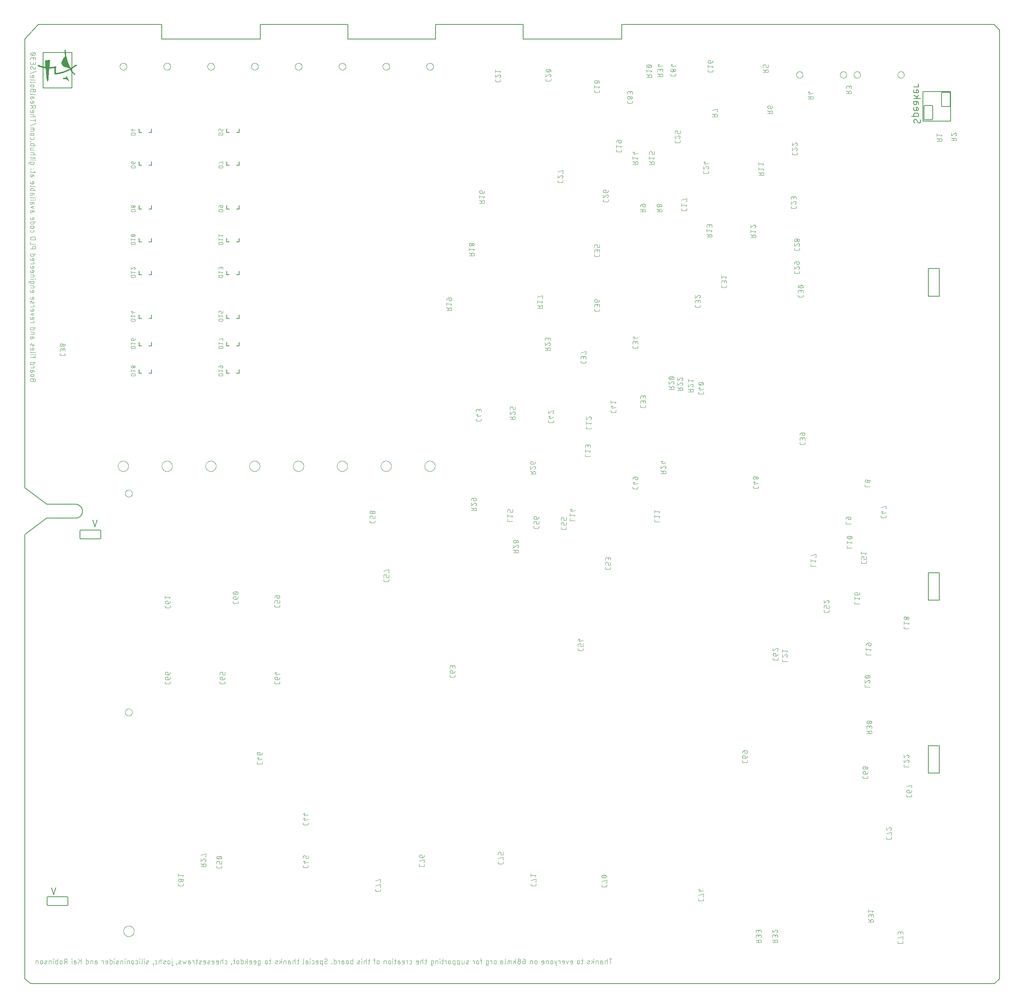
<source format=gbo>
G75*
%MOIN*%
%OFA0B0*%
%FSLAX25Y25*%
%IPPOS*%
%LPD*%
%AMOC8*
5,1,8,0,0,1.08239X$1,22.5*
%
%ADD10C,0.00600*%
%ADD11R,0.00200X0.00200*%
%ADD12R,0.00200X0.00600*%
%ADD13R,0.00200X0.01200*%
%ADD14R,0.00200X0.01400*%
%ADD15R,0.00200X0.01600*%
%ADD16R,0.00200X0.33000*%
%ADD17R,0.00200X0.04200*%
%ADD18R,0.00200X0.07200*%
%ADD19R,0.00200X0.08800*%
%ADD20R,0.00200X0.10600*%
%ADD21R,0.00200X0.12400*%
%ADD22R,0.00200X0.14200*%
%ADD23R,0.00200X0.16400*%
%ADD24R,0.00200X0.18200*%
%ADD25R,0.00200X0.19200*%
%ADD26R,0.00200X0.19400*%
%ADD27R,0.00200X0.18600*%
%ADD28R,0.00200X0.15800*%
%ADD29R,0.00200X0.13800*%
%ADD30R,0.00200X0.11200*%
%ADD31R,0.00200X0.09400*%
%ADD32R,0.00200X0.08000*%
%ADD33R,0.00200X0.05400*%
%ADD34R,0.00200X0.02800*%
%ADD35R,0.00200X0.00800*%
%ADD36R,0.00200X0.07400*%
%ADD37R,0.00200X0.01800*%
%ADD38R,0.00200X0.02600*%
%ADD39R,0.00200X0.03600*%
%ADD40R,0.00200X0.05000*%
%ADD41R,0.00200X0.06000*%
%ADD42R,0.00200X0.06600*%
%ADD43R,0.00200X0.07000*%
%ADD44R,0.00200X0.07800*%
%ADD45R,0.00200X0.08600*%
%ADD46R,0.00200X0.09200*%
%ADD47R,0.00200X0.04000*%
%ADD48R,0.00200X0.13600*%
%ADD49R,0.00200X0.12000*%
%ADD50R,0.00200X0.10800*%
%ADD51R,0.00200X0.10000*%
%ADD52R,0.00200X0.09000*%
%ADD53R,0.00200X0.02400*%
%ADD54R,0.00200X0.08400*%
%ADD55R,0.00200X0.02200*%
%ADD56R,0.00200X0.06400*%
%ADD57R,0.00200X0.05800*%
%ADD58R,0.00200X0.04800*%
%ADD59R,0.00200X0.01000*%
%ADD60R,0.00200X0.03800*%
%ADD61R,0.00200X0.03200*%
%ADD62R,0.00200X0.03000*%
%ADD63R,0.00200X0.00400*%
%ADD64C,0.00000*%
%ADD65C,0.00400*%
%ADD66C,0.00300*%
D10*
X0004700Y0005800D02*
X0010200Y0001300D01*
X0890200Y0001300D01*
X0894700Y0005800D01*
X0894700Y0872800D01*
X0889700Y0877800D01*
X0549700Y0877800D01*
X0549700Y0864300D01*
X0459700Y0864300D01*
X0459700Y0877800D01*
X0379700Y0877800D01*
X0379700Y0864300D01*
X0299700Y0864300D01*
X0299700Y0877800D01*
X0219700Y0877800D01*
X0219700Y0864300D01*
X0129700Y0864300D01*
X0129700Y0877800D01*
X0017200Y0877800D01*
X0004700Y0864300D01*
X0004700Y0454300D01*
X0024700Y0439300D01*
X0051700Y0439300D01*
X0051856Y0439286D01*
X0052012Y0439267D01*
X0052168Y0439245D01*
X0052323Y0439219D01*
X0052477Y0439189D01*
X0052631Y0439155D01*
X0052783Y0439117D01*
X0052935Y0439075D01*
X0053085Y0439030D01*
X0053234Y0438981D01*
X0053382Y0438928D01*
X0053529Y0438871D01*
X0053674Y0438811D01*
X0053817Y0438748D01*
X0053959Y0438680D01*
X0054100Y0438609D01*
X0054238Y0438535D01*
X0054374Y0438457D01*
X0054509Y0438376D01*
X0054641Y0438291D01*
X0054772Y0438203D01*
X0054900Y0438112D01*
X0055025Y0438018D01*
X0055149Y0437921D01*
X0055269Y0437820D01*
X0055388Y0437717D01*
X0055503Y0437610D01*
X0055616Y0437501D01*
X0055726Y0437389D01*
X0055834Y0437274D01*
X0055938Y0437157D01*
X0056039Y0437037D01*
X0056138Y0436914D01*
X0056233Y0436789D01*
X0056325Y0436662D01*
X0056414Y0436532D01*
X0056500Y0436401D01*
X0056582Y0436267D01*
X0056661Y0436131D01*
X0056736Y0435993D01*
X0056808Y0435854D01*
X0056877Y0435712D01*
X0056942Y0435569D01*
X0057003Y0435425D01*
X0057061Y0435278D01*
X0057115Y0435131D01*
X0057165Y0434982D01*
X0057211Y0434832D01*
X0057254Y0434681D01*
X0057293Y0434529D01*
X0057328Y0434375D01*
X0057360Y0434221D01*
X0057387Y0434067D01*
X0057411Y0433911D01*
X0057430Y0433756D01*
X0057446Y0433599D01*
X0057458Y0433443D01*
X0057466Y0433286D01*
X0057470Y0433129D01*
X0057470Y0432971D01*
X0057466Y0432814D01*
X0057458Y0432657D01*
X0057446Y0432501D01*
X0057430Y0432344D01*
X0057411Y0432189D01*
X0057387Y0432033D01*
X0057360Y0431879D01*
X0057328Y0431725D01*
X0057293Y0431571D01*
X0057254Y0431419D01*
X0057211Y0431268D01*
X0057165Y0431118D01*
X0057115Y0430969D01*
X0057061Y0430822D01*
X0057003Y0430675D01*
X0056942Y0430531D01*
X0056877Y0430388D01*
X0056808Y0430246D01*
X0056736Y0430107D01*
X0056661Y0429969D01*
X0056582Y0429833D01*
X0056500Y0429699D01*
X0056414Y0429568D01*
X0056325Y0429438D01*
X0056233Y0429311D01*
X0056138Y0429186D01*
X0056039Y0429063D01*
X0055938Y0428943D01*
X0055834Y0428826D01*
X0055726Y0428711D01*
X0055616Y0428599D01*
X0055503Y0428490D01*
X0055388Y0428383D01*
X0055269Y0428280D01*
X0055149Y0428179D01*
X0055025Y0428082D01*
X0054900Y0427988D01*
X0054772Y0427897D01*
X0054641Y0427809D01*
X0054509Y0427724D01*
X0054374Y0427643D01*
X0054238Y0427565D01*
X0054100Y0427491D01*
X0053959Y0427420D01*
X0053817Y0427352D01*
X0053674Y0427289D01*
X0053529Y0427229D01*
X0053382Y0427172D01*
X0053234Y0427119D01*
X0053085Y0427070D01*
X0052935Y0427025D01*
X0052783Y0426983D01*
X0052631Y0426945D01*
X0052477Y0426911D01*
X0052323Y0426881D01*
X0052168Y0426855D01*
X0052012Y0426833D01*
X0051856Y0426814D01*
X0051700Y0426800D01*
X0024700Y0426800D01*
X0004700Y0411800D01*
X0004700Y0005800D01*
X0026200Y0072800D02*
X0043200Y0072800D01*
X0043260Y0072802D01*
X0043321Y0072807D01*
X0043380Y0072816D01*
X0043439Y0072829D01*
X0043498Y0072845D01*
X0043555Y0072865D01*
X0043610Y0072888D01*
X0043665Y0072915D01*
X0043717Y0072944D01*
X0043768Y0072977D01*
X0043817Y0073013D01*
X0043863Y0073051D01*
X0043907Y0073093D01*
X0043949Y0073137D01*
X0043987Y0073183D01*
X0044023Y0073232D01*
X0044056Y0073283D01*
X0044085Y0073335D01*
X0044112Y0073390D01*
X0044135Y0073445D01*
X0044155Y0073502D01*
X0044171Y0073561D01*
X0044184Y0073620D01*
X0044193Y0073679D01*
X0044198Y0073740D01*
X0044200Y0073800D01*
X0044200Y0079800D01*
X0044198Y0079860D01*
X0044193Y0079921D01*
X0044184Y0079980D01*
X0044171Y0080039D01*
X0044155Y0080098D01*
X0044135Y0080155D01*
X0044112Y0080210D01*
X0044085Y0080265D01*
X0044056Y0080317D01*
X0044023Y0080368D01*
X0043987Y0080417D01*
X0043949Y0080463D01*
X0043907Y0080507D01*
X0043863Y0080549D01*
X0043817Y0080587D01*
X0043768Y0080623D01*
X0043717Y0080656D01*
X0043665Y0080685D01*
X0043610Y0080712D01*
X0043555Y0080735D01*
X0043498Y0080755D01*
X0043439Y0080771D01*
X0043380Y0080784D01*
X0043321Y0080793D01*
X0043260Y0080798D01*
X0043200Y0080800D01*
X0026200Y0080800D01*
X0026140Y0080798D01*
X0026079Y0080793D01*
X0026020Y0080784D01*
X0025961Y0080771D01*
X0025902Y0080755D01*
X0025845Y0080735D01*
X0025790Y0080712D01*
X0025735Y0080685D01*
X0025683Y0080656D01*
X0025632Y0080623D01*
X0025583Y0080587D01*
X0025537Y0080549D01*
X0025493Y0080507D01*
X0025451Y0080463D01*
X0025413Y0080417D01*
X0025377Y0080368D01*
X0025344Y0080317D01*
X0025315Y0080265D01*
X0025288Y0080210D01*
X0025265Y0080155D01*
X0025245Y0080098D01*
X0025229Y0080039D01*
X0025216Y0079980D01*
X0025207Y0079921D01*
X0025202Y0079860D01*
X0025200Y0079800D01*
X0025200Y0073800D01*
X0025202Y0073740D01*
X0025207Y0073679D01*
X0025216Y0073620D01*
X0025229Y0073561D01*
X0025245Y0073502D01*
X0025265Y0073445D01*
X0025288Y0073390D01*
X0025315Y0073335D01*
X0025344Y0073283D01*
X0025377Y0073232D01*
X0025413Y0073183D01*
X0025451Y0073137D01*
X0025493Y0073093D01*
X0025537Y0073051D01*
X0025583Y0073013D01*
X0025632Y0072977D01*
X0025683Y0072944D01*
X0025735Y0072915D01*
X0025790Y0072888D01*
X0025845Y0072865D01*
X0025902Y0072845D01*
X0025961Y0072829D01*
X0026020Y0072816D01*
X0026079Y0072807D01*
X0026140Y0072802D01*
X0026200Y0072800D01*
X0031133Y0082600D02*
X0029000Y0089000D01*
X0033267Y0089000D02*
X0031133Y0082600D01*
X0056200Y0407800D02*
X0073200Y0407800D01*
X0073260Y0407802D01*
X0073321Y0407807D01*
X0073380Y0407816D01*
X0073439Y0407829D01*
X0073498Y0407845D01*
X0073555Y0407865D01*
X0073610Y0407888D01*
X0073665Y0407915D01*
X0073717Y0407944D01*
X0073768Y0407977D01*
X0073817Y0408013D01*
X0073863Y0408051D01*
X0073907Y0408093D01*
X0073949Y0408137D01*
X0073987Y0408183D01*
X0074023Y0408232D01*
X0074056Y0408283D01*
X0074085Y0408335D01*
X0074112Y0408390D01*
X0074135Y0408445D01*
X0074155Y0408502D01*
X0074171Y0408561D01*
X0074184Y0408620D01*
X0074193Y0408679D01*
X0074198Y0408740D01*
X0074200Y0408800D01*
X0074200Y0414800D01*
X0074198Y0414860D01*
X0074193Y0414921D01*
X0074184Y0414980D01*
X0074171Y0415039D01*
X0074155Y0415098D01*
X0074135Y0415155D01*
X0074112Y0415210D01*
X0074085Y0415265D01*
X0074056Y0415317D01*
X0074023Y0415368D01*
X0073987Y0415417D01*
X0073949Y0415463D01*
X0073907Y0415507D01*
X0073863Y0415549D01*
X0073817Y0415587D01*
X0073768Y0415623D01*
X0073717Y0415656D01*
X0073665Y0415685D01*
X0073610Y0415712D01*
X0073555Y0415735D01*
X0073498Y0415755D01*
X0073439Y0415771D01*
X0073380Y0415784D01*
X0073321Y0415793D01*
X0073260Y0415798D01*
X0073200Y0415800D01*
X0056200Y0415800D01*
X0056140Y0415798D01*
X0056079Y0415793D01*
X0056020Y0415784D01*
X0055961Y0415771D01*
X0055902Y0415755D01*
X0055845Y0415735D01*
X0055790Y0415712D01*
X0055735Y0415685D01*
X0055683Y0415656D01*
X0055632Y0415623D01*
X0055583Y0415587D01*
X0055537Y0415549D01*
X0055493Y0415507D01*
X0055451Y0415463D01*
X0055413Y0415417D01*
X0055377Y0415368D01*
X0055344Y0415317D01*
X0055315Y0415265D01*
X0055288Y0415210D01*
X0055265Y0415155D01*
X0055245Y0415098D01*
X0055229Y0415039D01*
X0055216Y0414980D01*
X0055207Y0414921D01*
X0055202Y0414860D01*
X0055200Y0414800D01*
X0055200Y0408800D01*
X0055202Y0408740D01*
X0055207Y0408679D01*
X0055216Y0408620D01*
X0055229Y0408561D01*
X0055245Y0408502D01*
X0055265Y0408445D01*
X0055288Y0408390D01*
X0055315Y0408335D01*
X0055344Y0408283D01*
X0055377Y0408232D01*
X0055413Y0408183D01*
X0055451Y0408137D01*
X0055493Y0408093D01*
X0055537Y0408051D01*
X0055583Y0408013D01*
X0055632Y0407977D01*
X0055683Y0407944D01*
X0055735Y0407915D01*
X0055790Y0407888D01*
X0055845Y0407865D01*
X0055902Y0407845D01*
X0055961Y0407829D01*
X0056020Y0407816D01*
X0056079Y0407807D01*
X0056140Y0407802D01*
X0056200Y0407800D01*
X0068767Y0418600D02*
X0066633Y0425000D01*
X0070900Y0425000D02*
X0068767Y0418600D01*
X0109100Y0559200D02*
X0111300Y0559200D01*
X0109100Y0559200D02*
X0109100Y0562400D01*
X0118100Y0559200D02*
X0120300Y0559200D01*
X0120300Y0562400D01*
X0120300Y0584200D02*
X0118100Y0584200D01*
X0120300Y0584200D02*
X0120300Y0587400D01*
X0111300Y0584200D02*
X0109100Y0584200D01*
X0109100Y0587400D01*
X0109100Y0609200D02*
X0111300Y0609200D01*
X0109100Y0609200D02*
X0109100Y0612400D01*
X0118100Y0609200D02*
X0120300Y0609200D01*
X0120300Y0612400D01*
X0120300Y0649200D02*
X0118100Y0649200D01*
X0120300Y0649200D02*
X0120300Y0652400D01*
X0111300Y0649200D02*
X0109100Y0649200D01*
X0109100Y0652400D01*
X0109100Y0679200D02*
X0111300Y0679200D01*
X0109100Y0679200D02*
X0109100Y0682400D01*
X0118100Y0679200D02*
X0120300Y0679200D01*
X0120300Y0682400D01*
X0120300Y0709200D02*
X0118100Y0709200D01*
X0120300Y0709200D02*
X0120300Y0712400D01*
X0111300Y0709200D02*
X0109100Y0709200D01*
X0109100Y0712400D01*
X0109100Y0749200D02*
X0111300Y0749200D01*
X0109100Y0749200D02*
X0109100Y0752400D01*
X0118100Y0749200D02*
X0120300Y0749200D01*
X0120300Y0752400D01*
X0120300Y0779200D02*
X0118100Y0779200D01*
X0120300Y0779200D02*
X0120300Y0782400D01*
X0111300Y0779200D02*
X0109100Y0779200D01*
X0109100Y0782400D01*
X0189100Y0782400D02*
X0189100Y0779200D01*
X0191300Y0779200D01*
X0198100Y0779200D02*
X0200300Y0779200D01*
X0200300Y0782400D01*
X0200300Y0752400D02*
X0200300Y0749200D01*
X0198100Y0749200D01*
X0191300Y0749200D02*
X0189100Y0749200D01*
X0189100Y0752400D01*
X0189100Y0712400D02*
X0189100Y0709200D01*
X0191300Y0709200D01*
X0198100Y0709200D02*
X0200300Y0709200D01*
X0200300Y0712400D01*
X0200300Y0682400D02*
X0200300Y0679200D01*
X0198100Y0679200D01*
X0191300Y0679200D02*
X0189100Y0679200D01*
X0189100Y0682400D01*
X0189100Y0652400D02*
X0189100Y0649200D01*
X0191300Y0649200D01*
X0198100Y0649200D02*
X0200300Y0649200D01*
X0200300Y0652400D01*
X0200300Y0612400D02*
X0200300Y0609200D01*
X0198100Y0609200D01*
X0191300Y0609200D02*
X0189100Y0609200D01*
X0189100Y0612400D01*
X0189100Y0587400D02*
X0189100Y0584200D01*
X0191300Y0584200D01*
X0198100Y0584200D02*
X0200300Y0584200D01*
X0200300Y0587400D01*
X0200300Y0562400D02*
X0200300Y0559200D01*
X0198100Y0559200D01*
X0191300Y0559200D02*
X0189100Y0559200D01*
X0189100Y0562400D01*
X0814367Y0793784D02*
X0820767Y0793784D01*
X0820767Y0795562D01*
X0820765Y0795626D01*
X0820759Y0795691D01*
X0820750Y0795754D01*
X0820736Y0795817D01*
X0820719Y0795879D01*
X0820698Y0795940D01*
X0820673Y0796000D01*
X0820645Y0796058D01*
X0820613Y0796114D01*
X0820578Y0796168D01*
X0820540Y0796220D01*
X0820499Y0796270D01*
X0820454Y0796316D01*
X0820408Y0796361D01*
X0820358Y0796402D01*
X0820306Y0796440D01*
X0820252Y0796475D01*
X0820196Y0796507D01*
X0820138Y0796535D01*
X0820078Y0796560D01*
X0820017Y0796581D01*
X0819955Y0796598D01*
X0819892Y0796612D01*
X0819829Y0796621D01*
X0819764Y0796627D01*
X0819700Y0796629D01*
X0817567Y0796629D01*
X0817503Y0796627D01*
X0817438Y0796621D01*
X0817375Y0796612D01*
X0817312Y0796598D01*
X0817250Y0796581D01*
X0817189Y0796560D01*
X0817129Y0796535D01*
X0817071Y0796507D01*
X0817015Y0796475D01*
X0816961Y0796440D01*
X0816909Y0796402D01*
X0816859Y0796361D01*
X0816813Y0796316D01*
X0816768Y0796270D01*
X0816727Y0796220D01*
X0816689Y0796168D01*
X0816654Y0796114D01*
X0816622Y0796058D01*
X0816594Y0796000D01*
X0816569Y0795940D01*
X0816548Y0795879D01*
X0816531Y0795817D01*
X0816517Y0795754D01*
X0816508Y0795691D01*
X0816502Y0795626D01*
X0816500Y0795562D01*
X0816500Y0793784D01*
X0819167Y0790501D02*
X0820233Y0788545D01*
X0822900Y0789256D02*
X0822898Y0789357D01*
X0822892Y0789458D01*
X0822883Y0789558D01*
X0822869Y0789658D01*
X0822852Y0789758D01*
X0822832Y0789857D01*
X0822807Y0789954D01*
X0822779Y0790051D01*
X0822747Y0790147D01*
X0822711Y0790242D01*
X0822672Y0790335D01*
X0822630Y0790426D01*
X0822584Y0790516D01*
X0822534Y0790604D01*
X0822482Y0790690D01*
X0822426Y0790774D01*
X0822367Y0790856D01*
X0820234Y0788545D02*
X0820274Y0788481D01*
X0820317Y0788420D01*
X0820363Y0788361D01*
X0820412Y0788304D01*
X0820464Y0788250D01*
X0820518Y0788199D01*
X0820576Y0788151D01*
X0820635Y0788105D01*
X0820697Y0788063D01*
X0820762Y0788024D01*
X0820828Y0787989D01*
X0820895Y0787957D01*
X0820965Y0787928D01*
X0821035Y0787903D01*
X0821107Y0787882D01*
X0821180Y0787865D01*
X0821254Y0787851D01*
X0821328Y0787842D01*
X0821403Y0787836D01*
X0821478Y0787834D01*
X0821552Y0787836D01*
X0821627Y0787842D01*
X0821700Y0787852D01*
X0821774Y0787865D01*
X0821846Y0787882D01*
X0821917Y0787904D01*
X0821988Y0787928D01*
X0822056Y0787957D01*
X0822124Y0787989D01*
X0822189Y0788025D01*
X0822252Y0788063D01*
X0822314Y0788106D01*
X0822373Y0788151D01*
X0822430Y0788199D01*
X0822484Y0788250D01*
X0822535Y0788305D01*
X0822583Y0788361D01*
X0822628Y0788420D01*
X0822671Y0788482D01*
X0822709Y0788545D01*
X0822745Y0788610D01*
X0822777Y0788678D01*
X0822806Y0788746D01*
X0822830Y0788817D01*
X0822852Y0788888D01*
X0822869Y0788960D01*
X0822882Y0789034D01*
X0822892Y0789107D01*
X0822898Y0789182D01*
X0822900Y0789256D01*
X0824700Y0789300D02*
X0850200Y0789300D01*
X0850200Y0816300D01*
X0824700Y0816300D01*
X0824700Y0789300D01*
X0826700Y0790800D02*
X0832700Y0790800D01*
X0832760Y0790802D01*
X0832821Y0790807D01*
X0832880Y0790816D01*
X0832939Y0790829D01*
X0832998Y0790845D01*
X0833055Y0790865D01*
X0833110Y0790888D01*
X0833165Y0790915D01*
X0833217Y0790944D01*
X0833268Y0790977D01*
X0833317Y0791013D01*
X0833363Y0791051D01*
X0833407Y0791093D01*
X0833449Y0791137D01*
X0833487Y0791183D01*
X0833523Y0791232D01*
X0833556Y0791283D01*
X0833585Y0791335D01*
X0833612Y0791390D01*
X0833635Y0791445D01*
X0833655Y0791502D01*
X0833671Y0791561D01*
X0833684Y0791620D01*
X0833693Y0791679D01*
X0833698Y0791740D01*
X0833700Y0791800D01*
X0833700Y0802800D01*
X0833698Y0802860D01*
X0833693Y0802921D01*
X0833684Y0802980D01*
X0833671Y0803039D01*
X0833655Y0803098D01*
X0833635Y0803155D01*
X0833612Y0803210D01*
X0833585Y0803265D01*
X0833556Y0803317D01*
X0833523Y0803368D01*
X0833487Y0803417D01*
X0833449Y0803463D01*
X0833407Y0803507D01*
X0833363Y0803549D01*
X0833317Y0803587D01*
X0833268Y0803623D01*
X0833217Y0803656D01*
X0833165Y0803685D01*
X0833110Y0803712D01*
X0833055Y0803735D01*
X0832998Y0803755D01*
X0832939Y0803771D01*
X0832880Y0803784D01*
X0832821Y0803793D01*
X0832760Y0803798D01*
X0832700Y0803800D01*
X0826700Y0803800D01*
X0826640Y0803798D01*
X0826579Y0803793D01*
X0826520Y0803784D01*
X0826461Y0803771D01*
X0826402Y0803755D01*
X0826345Y0803735D01*
X0826290Y0803712D01*
X0826235Y0803685D01*
X0826183Y0803656D01*
X0826132Y0803623D01*
X0826083Y0803587D01*
X0826037Y0803549D01*
X0825993Y0803507D01*
X0825951Y0803463D01*
X0825913Y0803417D01*
X0825877Y0803368D01*
X0825844Y0803317D01*
X0825815Y0803265D01*
X0825788Y0803210D01*
X0825765Y0803155D01*
X0825745Y0803098D01*
X0825729Y0803039D01*
X0825716Y0802980D01*
X0825707Y0802921D01*
X0825702Y0802860D01*
X0825700Y0802800D01*
X0825700Y0791800D01*
X0825702Y0791740D01*
X0825707Y0791679D01*
X0825716Y0791620D01*
X0825729Y0791561D01*
X0825745Y0791502D01*
X0825765Y0791445D01*
X0825788Y0791390D01*
X0825815Y0791335D01*
X0825844Y0791283D01*
X0825877Y0791232D01*
X0825913Y0791183D01*
X0825951Y0791137D01*
X0825993Y0791093D01*
X0826037Y0791051D01*
X0826083Y0791013D01*
X0826132Y0790977D01*
X0826183Y0790944D01*
X0826235Y0790915D01*
X0826290Y0790888D01*
X0826345Y0790865D01*
X0826402Y0790845D01*
X0826461Y0790829D01*
X0826520Y0790816D01*
X0826579Y0790807D01*
X0826640Y0790802D01*
X0826700Y0790800D01*
X0817389Y0787657D02*
X0817314Y0787734D01*
X0817241Y0787814D01*
X0817172Y0787897D01*
X0817105Y0787982D01*
X0817042Y0788069D01*
X0816982Y0788158D01*
X0816925Y0788250D01*
X0816871Y0788343D01*
X0816821Y0788439D01*
X0816774Y0788536D01*
X0816731Y0788635D01*
X0816691Y0788735D01*
X0816655Y0788836D01*
X0816623Y0788939D01*
X0816594Y0789043D01*
X0816569Y0789148D01*
X0816548Y0789254D01*
X0816531Y0789360D01*
X0816517Y0789467D01*
X0816508Y0789575D01*
X0816502Y0789682D01*
X0816500Y0789790D01*
X0816502Y0789864D01*
X0816508Y0789939D01*
X0816518Y0790012D01*
X0816531Y0790086D01*
X0816548Y0790158D01*
X0816570Y0790229D01*
X0816594Y0790300D01*
X0816623Y0790368D01*
X0816655Y0790436D01*
X0816691Y0790501D01*
X0816729Y0790564D01*
X0816772Y0790626D01*
X0816817Y0790685D01*
X0816865Y0790742D01*
X0816916Y0790796D01*
X0816970Y0790847D01*
X0817027Y0790895D01*
X0817086Y0790940D01*
X0817148Y0790983D01*
X0817211Y0791021D01*
X0817276Y0791057D01*
X0817344Y0791089D01*
X0817412Y0791118D01*
X0817483Y0791142D01*
X0817554Y0791164D01*
X0817626Y0791181D01*
X0817700Y0791194D01*
X0817773Y0791204D01*
X0817848Y0791210D01*
X0817922Y0791212D01*
X0817922Y0791211D02*
X0817997Y0791209D01*
X0818072Y0791203D01*
X0818146Y0791194D01*
X0818220Y0791180D01*
X0818293Y0791163D01*
X0818365Y0791142D01*
X0818435Y0791117D01*
X0818505Y0791088D01*
X0818572Y0791056D01*
X0818638Y0791021D01*
X0818703Y0790982D01*
X0818765Y0790940D01*
X0818824Y0790894D01*
X0818882Y0790846D01*
X0818936Y0790795D01*
X0818988Y0790741D01*
X0819037Y0790684D01*
X0819083Y0790625D01*
X0819126Y0790564D01*
X0819166Y0790500D01*
X0819344Y0799089D02*
X0817567Y0799089D01*
X0818633Y0799089D02*
X0818633Y0801933D01*
X0819344Y0801933D01*
X0819418Y0801931D01*
X0819493Y0801925D01*
X0819566Y0801915D01*
X0819640Y0801902D01*
X0819712Y0801885D01*
X0819783Y0801863D01*
X0819854Y0801839D01*
X0819922Y0801810D01*
X0819990Y0801778D01*
X0820055Y0801742D01*
X0820118Y0801704D01*
X0820180Y0801661D01*
X0820239Y0801616D01*
X0820296Y0801568D01*
X0820350Y0801517D01*
X0820401Y0801463D01*
X0820449Y0801406D01*
X0820494Y0801347D01*
X0820537Y0801285D01*
X0820575Y0801222D01*
X0820611Y0801157D01*
X0820643Y0801089D01*
X0820672Y0801021D01*
X0820696Y0800950D01*
X0820718Y0800879D01*
X0820735Y0800807D01*
X0820748Y0800733D01*
X0820758Y0800660D01*
X0820764Y0800585D01*
X0820766Y0800511D01*
X0820764Y0800437D01*
X0820758Y0800362D01*
X0820748Y0800289D01*
X0820735Y0800215D01*
X0820718Y0800143D01*
X0820696Y0800072D01*
X0820672Y0800001D01*
X0820643Y0799933D01*
X0820611Y0799865D01*
X0820575Y0799800D01*
X0820537Y0799737D01*
X0820494Y0799675D01*
X0820449Y0799616D01*
X0820401Y0799559D01*
X0820350Y0799505D01*
X0820296Y0799454D01*
X0820239Y0799406D01*
X0820180Y0799361D01*
X0820118Y0799318D01*
X0820055Y0799280D01*
X0819990Y0799244D01*
X0819922Y0799212D01*
X0819854Y0799183D01*
X0819783Y0799159D01*
X0819712Y0799137D01*
X0819640Y0799120D01*
X0819566Y0799107D01*
X0819493Y0799097D01*
X0819418Y0799091D01*
X0819344Y0799089D01*
X0817567Y0799089D02*
X0817503Y0799091D01*
X0817438Y0799097D01*
X0817375Y0799106D01*
X0817312Y0799120D01*
X0817250Y0799137D01*
X0817189Y0799158D01*
X0817129Y0799183D01*
X0817071Y0799211D01*
X0817015Y0799243D01*
X0816961Y0799278D01*
X0816909Y0799316D01*
X0816859Y0799357D01*
X0816813Y0799402D01*
X0816768Y0799448D01*
X0816727Y0799498D01*
X0816689Y0799550D01*
X0816654Y0799604D01*
X0816622Y0799660D01*
X0816594Y0799718D01*
X0816569Y0799778D01*
X0816548Y0799839D01*
X0816531Y0799901D01*
X0816517Y0799964D01*
X0816508Y0800027D01*
X0816502Y0800092D01*
X0816500Y0800156D01*
X0816500Y0801933D01*
X0816500Y0805638D02*
X0816500Y0807238D01*
X0819700Y0807238D01*
X0818989Y0807238D02*
X0818989Y0805638D01*
X0819700Y0807238D02*
X0819764Y0807236D01*
X0819829Y0807230D01*
X0819892Y0807221D01*
X0819955Y0807207D01*
X0820017Y0807190D01*
X0820078Y0807169D01*
X0820138Y0807144D01*
X0820196Y0807116D01*
X0820252Y0807084D01*
X0820306Y0807049D01*
X0820358Y0807011D01*
X0820408Y0806970D01*
X0820454Y0806925D01*
X0820499Y0806879D01*
X0820540Y0806829D01*
X0820578Y0806777D01*
X0820613Y0806723D01*
X0820645Y0806667D01*
X0820673Y0806609D01*
X0820698Y0806549D01*
X0820719Y0806488D01*
X0820736Y0806426D01*
X0820750Y0806363D01*
X0820759Y0806300D01*
X0820765Y0806235D01*
X0820767Y0806171D01*
X0820767Y0804749D01*
X0818988Y0805638D02*
X0818986Y0805568D01*
X0818980Y0805499D01*
X0818970Y0805430D01*
X0818957Y0805361D01*
X0818939Y0805294D01*
X0818918Y0805227D01*
X0818893Y0805162D01*
X0818865Y0805098D01*
X0818833Y0805036D01*
X0818797Y0804976D01*
X0818759Y0804918D01*
X0818717Y0804862D01*
X0818672Y0804809D01*
X0818624Y0804758D01*
X0818573Y0804710D01*
X0818520Y0804665D01*
X0818464Y0804623D01*
X0818406Y0804585D01*
X0818346Y0804549D01*
X0818284Y0804517D01*
X0818220Y0804489D01*
X0818155Y0804464D01*
X0818088Y0804443D01*
X0818021Y0804425D01*
X0817952Y0804412D01*
X0817883Y0804402D01*
X0817814Y0804396D01*
X0817744Y0804394D01*
X0817674Y0804396D01*
X0817605Y0804402D01*
X0817536Y0804412D01*
X0817467Y0804425D01*
X0817400Y0804443D01*
X0817333Y0804464D01*
X0817268Y0804489D01*
X0817204Y0804517D01*
X0817142Y0804549D01*
X0817082Y0804585D01*
X0817024Y0804623D01*
X0816968Y0804665D01*
X0816915Y0804710D01*
X0816864Y0804758D01*
X0816816Y0804809D01*
X0816771Y0804862D01*
X0816729Y0804918D01*
X0816691Y0804976D01*
X0816655Y0805036D01*
X0816623Y0805098D01*
X0816595Y0805162D01*
X0816570Y0805227D01*
X0816549Y0805294D01*
X0816531Y0805361D01*
X0816518Y0805430D01*
X0816508Y0805499D01*
X0816502Y0805568D01*
X0816500Y0805638D01*
X0816500Y0810233D02*
X0822900Y0810233D01*
X0820767Y0813077D02*
X0818633Y0810233D01*
X0819522Y0811477D02*
X0816500Y0813077D01*
X0817567Y0815295D02*
X0819344Y0815295D01*
X0818633Y0815295D02*
X0818633Y0818139D01*
X0819344Y0818139D01*
X0819418Y0818137D01*
X0819493Y0818131D01*
X0819566Y0818121D01*
X0819640Y0818108D01*
X0819712Y0818091D01*
X0819783Y0818069D01*
X0819854Y0818045D01*
X0819922Y0818016D01*
X0819990Y0817984D01*
X0820055Y0817948D01*
X0820118Y0817910D01*
X0820180Y0817867D01*
X0820239Y0817822D01*
X0820296Y0817774D01*
X0820350Y0817723D01*
X0820401Y0817669D01*
X0820449Y0817612D01*
X0820494Y0817553D01*
X0820537Y0817491D01*
X0820575Y0817428D01*
X0820611Y0817363D01*
X0820643Y0817295D01*
X0820672Y0817227D01*
X0820696Y0817156D01*
X0820718Y0817085D01*
X0820735Y0817013D01*
X0820748Y0816939D01*
X0820758Y0816866D01*
X0820764Y0816791D01*
X0820766Y0816717D01*
X0820764Y0816643D01*
X0820758Y0816568D01*
X0820748Y0816495D01*
X0820735Y0816421D01*
X0820718Y0816349D01*
X0820696Y0816278D01*
X0820672Y0816207D01*
X0820643Y0816139D01*
X0820611Y0816071D01*
X0820575Y0816006D01*
X0820537Y0815943D01*
X0820494Y0815881D01*
X0820449Y0815822D01*
X0820401Y0815765D01*
X0820350Y0815711D01*
X0820296Y0815660D01*
X0820239Y0815612D01*
X0820180Y0815567D01*
X0820118Y0815524D01*
X0820055Y0815486D01*
X0819990Y0815450D01*
X0819922Y0815418D01*
X0819854Y0815389D01*
X0819783Y0815365D01*
X0819712Y0815343D01*
X0819640Y0815326D01*
X0819566Y0815313D01*
X0819493Y0815303D01*
X0819418Y0815297D01*
X0819344Y0815295D01*
X0817567Y0815294D02*
X0817503Y0815296D01*
X0817438Y0815302D01*
X0817375Y0815311D01*
X0817312Y0815325D01*
X0817250Y0815342D01*
X0817189Y0815363D01*
X0817129Y0815388D01*
X0817071Y0815416D01*
X0817015Y0815448D01*
X0816961Y0815483D01*
X0816909Y0815521D01*
X0816859Y0815562D01*
X0816813Y0815607D01*
X0816768Y0815653D01*
X0816727Y0815703D01*
X0816689Y0815755D01*
X0816654Y0815809D01*
X0816622Y0815865D01*
X0816594Y0815923D01*
X0816569Y0815983D01*
X0816548Y0816044D01*
X0816531Y0816106D01*
X0816517Y0816169D01*
X0816508Y0816232D01*
X0816502Y0816297D01*
X0816500Y0816361D01*
X0816500Y0818139D01*
X0816500Y0820867D02*
X0820767Y0820867D01*
X0820767Y0823000D01*
X0820056Y0823000D01*
X0841700Y0814800D02*
X0841700Y0803800D01*
X0841702Y0803740D01*
X0841707Y0803679D01*
X0841716Y0803620D01*
X0841729Y0803561D01*
X0841745Y0803502D01*
X0841765Y0803445D01*
X0841788Y0803390D01*
X0841815Y0803335D01*
X0841844Y0803283D01*
X0841877Y0803232D01*
X0841913Y0803183D01*
X0841951Y0803137D01*
X0841993Y0803093D01*
X0842037Y0803051D01*
X0842083Y0803013D01*
X0842132Y0802977D01*
X0842183Y0802944D01*
X0842235Y0802915D01*
X0842290Y0802888D01*
X0842345Y0802865D01*
X0842402Y0802845D01*
X0842461Y0802829D01*
X0842520Y0802816D01*
X0842579Y0802807D01*
X0842640Y0802802D01*
X0842700Y0802800D01*
X0848700Y0802800D01*
X0848760Y0802802D01*
X0848821Y0802807D01*
X0848880Y0802816D01*
X0848939Y0802829D01*
X0848998Y0802845D01*
X0849055Y0802865D01*
X0849110Y0802888D01*
X0849165Y0802915D01*
X0849217Y0802944D01*
X0849268Y0802977D01*
X0849317Y0803013D01*
X0849363Y0803051D01*
X0849407Y0803093D01*
X0849449Y0803137D01*
X0849487Y0803183D01*
X0849523Y0803232D01*
X0849556Y0803283D01*
X0849585Y0803335D01*
X0849612Y0803390D01*
X0849635Y0803445D01*
X0849655Y0803502D01*
X0849671Y0803561D01*
X0849684Y0803620D01*
X0849693Y0803679D01*
X0849698Y0803740D01*
X0849700Y0803800D01*
X0849700Y0814800D01*
X0849698Y0814860D01*
X0849693Y0814921D01*
X0849684Y0814980D01*
X0849671Y0815039D01*
X0849655Y0815098D01*
X0849635Y0815155D01*
X0849612Y0815210D01*
X0849585Y0815265D01*
X0849556Y0815317D01*
X0849523Y0815368D01*
X0849487Y0815417D01*
X0849449Y0815463D01*
X0849407Y0815507D01*
X0849363Y0815549D01*
X0849317Y0815587D01*
X0849268Y0815623D01*
X0849217Y0815656D01*
X0849165Y0815685D01*
X0849110Y0815712D01*
X0849055Y0815735D01*
X0848998Y0815755D01*
X0848939Y0815771D01*
X0848880Y0815784D01*
X0848821Y0815793D01*
X0848760Y0815798D01*
X0848700Y0815800D01*
X0842700Y0815800D01*
X0842640Y0815798D01*
X0842579Y0815793D01*
X0842520Y0815784D01*
X0842461Y0815771D01*
X0842402Y0815755D01*
X0842345Y0815735D01*
X0842290Y0815712D01*
X0842235Y0815685D01*
X0842183Y0815656D01*
X0842132Y0815623D01*
X0842083Y0815587D01*
X0842037Y0815549D01*
X0841993Y0815507D01*
X0841951Y0815463D01*
X0841913Y0815417D01*
X0841877Y0815368D01*
X0841844Y0815317D01*
X0841815Y0815265D01*
X0841788Y0815210D01*
X0841765Y0815155D01*
X0841745Y0815098D01*
X0841729Y0815039D01*
X0841716Y0814980D01*
X0841707Y0814921D01*
X0841702Y0814860D01*
X0841700Y0814800D01*
X0839700Y0654800D02*
X0829700Y0654800D01*
X0829700Y0629300D01*
X0839700Y0629300D01*
X0839700Y0654800D01*
X0839700Y0376800D02*
X0829700Y0376800D01*
X0829700Y0351800D01*
X0839700Y0351800D01*
X0839700Y0376800D01*
X0839700Y0218800D02*
X0829700Y0218800D01*
X0829700Y0193800D01*
X0839700Y0193800D01*
X0839700Y0218800D01*
D11*
X0016700Y0839800D03*
D12*
X0016900Y0840000D03*
X0021900Y0852000D03*
X0022100Y0852000D03*
X0022300Y0852000D03*
X0022500Y0852000D03*
X0022700Y0852000D03*
X0022900Y0852000D03*
X0023100Y0852000D03*
X0023300Y0852000D03*
X0023500Y0852000D03*
X0023700Y0852000D03*
X0023900Y0852000D03*
X0024100Y0852000D03*
X0024300Y0852000D03*
X0024500Y0852000D03*
X0024700Y0852000D03*
X0024900Y0852000D03*
X0025100Y0852000D03*
X0025300Y0852000D03*
X0025500Y0852000D03*
X0025700Y0852000D03*
X0025900Y0852000D03*
X0026100Y0852000D03*
X0026300Y0852000D03*
X0026500Y0852000D03*
X0026700Y0852000D03*
X0026900Y0852000D03*
X0027100Y0852000D03*
X0027300Y0852000D03*
X0027500Y0852000D03*
X0027700Y0852000D03*
X0027900Y0852000D03*
X0028100Y0852000D03*
X0028300Y0852000D03*
X0028500Y0852000D03*
X0028700Y0852000D03*
X0028900Y0852000D03*
X0029100Y0852000D03*
X0029300Y0852000D03*
X0029500Y0852000D03*
X0029700Y0852000D03*
X0029900Y0852000D03*
X0030100Y0852000D03*
X0030300Y0852000D03*
X0030500Y0852000D03*
X0030700Y0852000D03*
X0030900Y0852000D03*
X0031100Y0852000D03*
X0031300Y0852000D03*
X0031500Y0852000D03*
X0031700Y0852000D03*
X0031900Y0852000D03*
X0032100Y0852000D03*
X0032300Y0852000D03*
X0032500Y0852000D03*
X0032700Y0852000D03*
X0032900Y0852000D03*
X0033100Y0852000D03*
X0033300Y0852000D03*
X0033500Y0852000D03*
X0033700Y0852000D03*
X0033900Y0852000D03*
X0034100Y0852000D03*
X0034300Y0852000D03*
X0034500Y0852000D03*
X0034700Y0852000D03*
X0034900Y0852000D03*
X0035100Y0852000D03*
X0035300Y0852000D03*
X0035500Y0852000D03*
X0035700Y0852000D03*
X0035900Y0852000D03*
X0036100Y0852000D03*
X0036300Y0852000D03*
X0036500Y0852000D03*
X0036700Y0852000D03*
X0036900Y0852000D03*
X0037100Y0852000D03*
X0037300Y0852000D03*
X0037500Y0852000D03*
X0037700Y0852000D03*
X0037900Y0852000D03*
X0038100Y0852000D03*
X0038300Y0852000D03*
X0038500Y0852000D03*
X0038700Y0852000D03*
X0038900Y0852000D03*
X0039100Y0852000D03*
X0039300Y0852000D03*
X0039500Y0852000D03*
X0039700Y0852000D03*
X0039900Y0852000D03*
X0040100Y0852000D03*
X0040300Y0852000D03*
X0040500Y0852000D03*
X0040700Y0852000D03*
X0040900Y0852000D03*
X0041100Y0852000D03*
X0042500Y0852000D03*
X0042700Y0852000D03*
X0042900Y0852000D03*
X0043100Y0852000D03*
X0043300Y0852000D03*
X0043500Y0852000D03*
X0043700Y0852000D03*
X0043900Y0852000D03*
X0044100Y0852000D03*
X0044300Y0852000D03*
X0044500Y0852000D03*
X0044700Y0852000D03*
X0044900Y0852000D03*
X0045100Y0852000D03*
X0045300Y0852000D03*
X0045500Y0852000D03*
X0045700Y0852000D03*
X0045900Y0852000D03*
X0046100Y0852000D03*
X0046300Y0852000D03*
X0046500Y0852000D03*
X0046700Y0852000D03*
X0046900Y0852000D03*
X0047100Y0852000D03*
X0047300Y0852000D03*
X0047500Y0852000D03*
X0052100Y0840400D03*
X0042500Y0830000D03*
X0045100Y0826400D03*
X0045100Y0819600D03*
X0045300Y0819600D03*
X0045500Y0819600D03*
X0045700Y0819600D03*
X0045900Y0819600D03*
X0046100Y0819600D03*
X0046300Y0819600D03*
X0046500Y0819600D03*
X0046700Y0819600D03*
X0046900Y0819600D03*
X0047100Y0819600D03*
X0047300Y0819600D03*
X0047500Y0819600D03*
X0044900Y0819600D03*
X0044700Y0819600D03*
X0044500Y0819600D03*
X0044300Y0819600D03*
X0044100Y0819600D03*
X0043900Y0819600D03*
X0043700Y0819600D03*
X0043500Y0819600D03*
X0043300Y0819600D03*
X0043100Y0819600D03*
X0042900Y0819600D03*
X0042700Y0819600D03*
X0042500Y0819600D03*
X0042300Y0819600D03*
X0042100Y0819600D03*
X0041900Y0819600D03*
X0041700Y0819600D03*
X0041500Y0819600D03*
X0041300Y0819600D03*
X0041100Y0819600D03*
X0040900Y0819600D03*
X0040700Y0819600D03*
X0040500Y0819600D03*
X0040300Y0819600D03*
X0040100Y0819600D03*
X0039900Y0819600D03*
X0039700Y0819600D03*
X0039500Y0819600D03*
X0039300Y0819600D03*
X0039100Y0819600D03*
X0038900Y0819600D03*
X0038700Y0819600D03*
X0038500Y0819600D03*
X0038300Y0819600D03*
X0038100Y0819600D03*
X0037900Y0819600D03*
X0037700Y0819600D03*
X0037500Y0819600D03*
X0037300Y0819600D03*
X0037100Y0819600D03*
X0036900Y0819600D03*
X0036700Y0819600D03*
X0036500Y0819600D03*
X0036300Y0819600D03*
X0036100Y0819600D03*
X0035900Y0819600D03*
X0035700Y0819600D03*
X0035500Y0819600D03*
X0035300Y0819600D03*
X0035100Y0819600D03*
X0034900Y0819600D03*
X0034700Y0819600D03*
X0034500Y0819600D03*
X0034300Y0819600D03*
X0034100Y0819600D03*
X0033900Y0819600D03*
X0033700Y0819600D03*
X0033500Y0819600D03*
X0033300Y0819600D03*
X0033100Y0819600D03*
X0032900Y0819600D03*
X0032700Y0819600D03*
X0032500Y0819600D03*
X0032300Y0819600D03*
X0032100Y0819600D03*
X0031900Y0819600D03*
X0031700Y0819600D03*
X0031500Y0819600D03*
X0031300Y0819600D03*
X0031100Y0819600D03*
X0030900Y0819600D03*
X0030700Y0819600D03*
X0030500Y0819600D03*
X0030300Y0819600D03*
X0030100Y0819600D03*
X0029900Y0819600D03*
X0029700Y0819600D03*
X0029500Y0819600D03*
X0029300Y0819600D03*
X0029100Y0819600D03*
X0028900Y0819600D03*
X0028700Y0819600D03*
X0028500Y0819600D03*
X0028300Y0819600D03*
X0028100Y0819600D03*
X0027900Y0819600D03*
X0027700Y0819600D03*
X0027500Y0819600D03*
X0027300Y0819600D03*
X0027100Y0819600D03*
X0026900Y0819600D03*
X0026700Y0819600D03*
X0026500Y0819600D03*
X0026300Y0819600D03*
X0026100Y0819600D03*
X0025900Y0819600D03*
X0025700Y0819600D03*
X0025500Y0819600D03*
X0025300Y0819600D03*
X0025100Y0819600D03*
X0024900Y0819600D03*
X0024700Y0819600D03*
X0024500Y0819600D03*
X0024300Y0819600D03*
X0024100Y0819600D03*
X0023900Y0819600D03*
X0023700Y0819600D03*
X0023500Y0819600D03*
X0023300Y0819600D03*
X0023100Y0819600D03*
X0022900Y0819600D03*
X0022700Y0819600D03*
X0022500Y0819600D03*
X0022300Y0819600D03*
X0022100Y0819600D03*
X0021900Y0819600D03*
D13*
X0034300Y0832900D03*
X0034500Y0832900D03*
X0034700Y0832900D03*
X0034900Y0832900D03*
X0035700Y0833100D03*
X0035900Y0833100D03*
X0036900Y0833300D03*
X0037100Y0833300D03*
X0037900Y0833500D03*
X0038500Y0833700D03*
X0039300Y0833900D03*
X0039900Y0834100D03*
X0041100Y0834500D03*
X0043100Y0835300D03*
X0049900Y0832700D03*
X0050100Y0832500D03*
X0050500Y0832300D03*
X0038500Y0842300D03*
X0031900Y0838500D03*
X0031700Y0838500D03*
X0031500Y0838500D03*
X0031300Y0838500D03*
X0030900Y0838300D03*
X0030700Y0838300D03*
X0030500Y0838300D03*
X0030300Y0838300D03*
X0030100Y0838300D03*
X0029100Y0838100D03*
X0028900Y0838100D03*
X0028700Y0838100D03*
X0028500Y0838100D03*
X0028300Y0838100D03*
X0028100Y0838100D03*
X0027900Y0838100D03*
X0027700Y0838100D03*
X0027500Y0838100D03*
X0023700Y0838300D03*
X0023500Y0838300D03*
X0022500Y0838500D03*
X0017100Y0840100D03*
D14*
X0017300Y0840200D03*
X0017700Y0840000D03*
X0018300Y0839800D03*
X0018700Y0839600D03*
X0019100Y0839400D03*
X0019300Y0839400D03*
X0019700Y0839200D03*
X0019900Y0839200D03*
X0020300Y0839000D03*
X0020500Y0839000D03*
X0020700Y0839000D03*
X0020900Y0838800D03*
X0021100Y0838800D03*
X0021900Y0838600D03*
X0022100Y0838600D03*
X0022300Y0838600D03*
X0022700Y0838400D03*
X0022900Y0838400D03*
X0023100Y0838400D03*
X0023300Y0838400D03*
X0029300Y0838200D03*
X0029500Y0838200D03*
X0029700Y0838200D03*
X0029900Y0838200D03*
X0031100Y0838400D03*
X0033500Y0832800D03*
X0033700Y0832800D03*
X0033900Y0832800D03*
X0034100Y0832800D03*
X0035100Y0833000D03*
X0035300Y0833000D03*
X0035500Y0833000D03*
X0036100Y0833200D03*
X0036300Y0833200D03*
X0036500Y0833200D03*
X0036700Y0833200D03*
X0037300Y0833400D03*
X0037500Y0833400D03*
X0037700Y0833400D03*
X0038100Y0833600D03*
X0038300Y0833600D03*
X0038700Y0833800D03*
X0038900Y0833800D03*
X0039100Y0833800D03*
X0039500Y0834000D03*
X0039700Y0834000D03*
X0040100Y0834200D03*
X0040300Y0834200D03*
X0040500Y0834200D03*
X0040700Y0834400D03*
X0040900Y0834400D03*
X0041300Y0834600D03*
X0041500Y0834600D03*
X0041700Y0834800D03*
X0041900Y0834800D03*
X0042100Y0834800D03*
X0042300Y0835000D03*
X0042500Y0835000D03*
X0042700Y0835200D03*
X0042900Y0835200D03*
X0043300Y0835400D03*
X0043500Y0835400D03*
X0043700Y0835600D03*
X0043900Y0835600D03*
X0044100Y0835800D03*
X0044300Y0835800D03*
X0044500Y0836000D03*
X0044700Y0836000D03*
X0044900Y0836200D03*
X0045100Y0836200D03*
X0045300Y0836400D03*
X0045500Y0836400D03*
X0045700Y0836600D03*
X0047500Y0837600D03*
X0048300Y0838000D03*
X0048500Y0838200D03*
X0048900Y0838400D03*
X0049100Y0838600D03*
X0049700Y0839000D03*
X0050500Y0839600D03*
X0048700Y0833800D03*
X0048900Y0833600D03*
X0049100Y0833400D03*
X0049300Y0833200D03*
X0049500Y0833000D03*
X0049700Y0832800D03*
D15*
X0048500Y0834100D03*
X0048300Y0834300D03*
X0048700Y0838300D03*
X0049300Y0838700D03*
X0049500Y0838900D03*
X0049900Y0839100D03*
X0050100Y0839300D03*
X0050300Y0839500D03*
X0050700Y0839700D03*
X0050900Y0839900D03*
X0051100Y0840100D03*
X0051300Y0840100D03*
X0051500Y0840300D03*
X0051700Y0840500D03*
X0043900Y0828100D03*
X0042700Y0828300D03*
X0042500Y0828300D03*
X0042300Y0828300D03*
X0042100Y0828300D03*
X0041900Y0828300D03*
X0041700Y0828300D03*
X0041500Y0828300D03*
X0041300Y0828300D03*
X0041100Y0828300D03*
X0040900Y0828300D03*
X0040700Y0828300D03*
X0040500Y0828300D03*
X0040300Y0828300D03*
X0040100Y0828300D03*
X0044500Y0826900D03*
X0044700Y0826700D03*
X0023500Y0843900D03*
X0020100Y0839100D03*
X0019500Y0839300D03*
X0018900Y0839500D03*
X0018500Y0839700D03*
X0018100Y0839900D03*
X0017900Y0839900D03*
X0017500Y0840100D03*
D16*
X0021300Y0835800D03*
X0021500Y0835800D03*
X0021700Y0835800D03*
X0047700Y0835800D03*
X0047900Y0835800D03*
X0048100Y0835800D03*
D17*
X0044700Y0840200D03*
X0039100Y0842600D03*
X0023700Y0842800D03*
D18*
X0023900Y0841300D03*
X0032100Y0835700D03*
X0032300Y0835700D03*
X0032500Y0835700D03*
X0032700Y0835700D03*
D19*
X0024100Y0840500D03*
X0041100Y0843500D03*
D20*
X0024300Y0839800D03*
D21*
X0024500Y0838900D03*
D22*
X0024700Y0838000D03*
D23*
X0024900Y0836900D03*
D24*
X0025100Y0836000D03*
D25*
X0025300Y0835500D03*
X0025500Y0835500D03*
X0025700Y0835500D03*
X0025900Y0835500D03*
D26*
X0026100Y0835600D03*
D27*
X0026300Y0836000D03*
D28*
X0026500Y0837400D03*
X0041900Y0846600D03*
X0042100Y0846600D03*
D29*
X0026700Y0838400D03*
D30*
X0026900Y0839700D03*
D31*
X0027100Y0840600D03*
X0041500Y0843600D03*
X0041700Y0843600D03*
D32*
X0040700Y0843300D03*
X0027300Y0841300D03*
D33*
X0027500Y0842600D03*
X0039500Y0842800D03*
X0044300Y0840800D03*
D34*
X0045300Y0839500D03*
X0043100Y0828900D03*
X0042900Y0828900D03*
X0027700Y0843900D03*
X0041300Y0853100D03*
D35*
X0027900Y0844700D03*
X0042700Y0829900D03*
D36*
X0033100Y0835800D03*
X0032900Y0835800D03*
X0040300Y0843200D03*
D37*
X0033300Y0838600D03*
X0033300Y0833000D03*
X0043700Y0828400D03*
X0044100Y0827600D03*
X0044300Y0827200D03*
X0047500Y0835400D03*
D38*
X0038700Y0842400D03*
D39*
X0038900Y0842500D03*
X0045900Y0837700D03*
D40*
X0039300Y0842800D03*
X0041700Y0852000D03*
D41*
X0039700Y0842900D03*
D42*
X0039900Y0843000D03*
D43*
X0040100Y0843000D03*
X0043700Y0841800D03*
D44*
X0043500Y0842200D03*
X0040500Y0843200D03*
D45*
X0040900Y0843400D03*
D46*
X0041300Y0843500D03*
D47*
X0041500Y0852500D03*
D48*
X0042300Y0845500D03*
D49*
X0042500Y0844500D03*
D50*
X0042700Y0843900D03*
D51*
X0042900Y0843500D03*
D52*
X0043100Y0843000D03*
D53*
X0046300Y0837300D03*
X0046900Y0836700D03*
X0043300Y0828700D03*
D54*
X0043300Y0842500D03*
D55*
X0045500Y0839200D03*
X0045700Y0838800D03*
X0046500Y0837200D03*
X0046700Y0836800D03*
X0043500Y0828600D03*
D56*
X0043900Y0841500D03*
D57*
X0044100Y0841200D03*
D58*
X0044500Y0840500D03*
D59*
X0051900Y0840400D03*
X0050300Y0832400D03*
X0050700Y0832200D03*
X0050900Y0832200D03*
X0044900Y0826400D03*
D60*
X0044900Y0840000D03*
D61*
X0045100Y0839700D03*
X0047300Y0836500D03*
D62*
X0047100Y0836600D03*
X0046100Y0837600D03*
D63*
X0052300Y0840300D03*
D64*
X0091550Y0839300D02*
X0091552Y0839412D01*
X0091558Y0839523D01*
X0091568Y0839635D01*
X0091582Y0839746D01*
X0091599Y0839856D01*
X0091621Y0839966D01*
X0091647Y0840075D01*
X0091676Y0840183D01*
X0091709Y0840289D01*
X0091746Y0840395D01*
X0091787Y0840499D01*
X0091832Y0840602D01*
X0091880Y0840703D01*
X0091931Y0840802D01*
X0091986Y0840899D01*
X0092045Y0840994D01*
X0092106Y0841088D01*
X0092171Y0841179D01*
X0092240Y0841267D01*
X0092311Y0841353D01*
X0092385Y0841437D01*
X0092463Y0841517D01*
X0092543Y0841595D01*
X0092626Y0841671D01*
X0092711Y0841743D01*
X0092799Y0841812D01*
X0092889Y0841878D01*
X0092982Y0841940D01*
X0093077Y0842000D01*
X0093174Y0842056D01*
X0093272Y0842108D01*
X0093373Y0842157D01*
X0093475Y0842202D01*
X0093579Y0842244D01*
X0093684Y0842282D01*
X0093791Y0842316D01*
X0093898Y0842346D01*
X0094007Y0842373D01*
X0094116Y0842395D01*
X0094227Y0842414D01*
X0094337Y0842429D01*
X0094449Y0842440D01*
X0094560Y0842447D01*
X0094672Y0842450D01*
X0094784Y0842449D01*
X0094896Y0842444D01*
X0095007Y0842435D01*
X0095118Y0842422D01*
X0095229Y0842405D01*
X0095339Y0842385D01*
X0095448Y0842360D01*
X0095556Y0842332D01*
X0095663Y0842299D01*
X0095769Y0842263D01*
X0095873Y0842223D01*
X0095976Y0842180D01*
X0096078Y0842133D01*
X0096177Y0842082D01*
X0096275Y0842028D01*
X0096371Y0841970D01*
X0096465Y0841909D01*
X0096556Y0841845D01*
X0096645Y0841778D01*
X0096732Y0841707D01*
X0096816Y0841633D01*
X0096898Y0841557D01*
X0096976Y0841477D01*
X0097052Y0841395D01*
X0097125Y0841310D01*
X0097195Y0841223D01*
X0097261Y0841133D01*
X0097325Y0841041D01*
X0097385Y0840947D01*
X0097442Y0840851D01*
X0097495Y0840752D01*
X0097545Y0840652D01*
X0097591Y0840551D01*
X0097634Y0840447D01*
X0097673Y0840342D01*
X0097708Y0840236D01*
X0097739Y0840129D01*
X0097767Y0840020D01*
X0097790Y0839911D01*
X0097810Y0839801D01*
X0097826Y0839690D01*
X0097838Y0839579D01*
X0097846Y0839468D01*
X0097850Y0839356D01*
X0097850Y0839244D01*
X0097846Y0839132D01*
X0097838Y0839021D01*
X0097826Y0838910D01*
X0097810Y0838799D01*
X0097790Y0838689D01*
X0097767Y0838580D01*
X0097739Y0838471D01*
X0097708Y0838364D01*
X0097673Y0838258D01*
X0097634Y0838153D01*
X0097591Y0838049D01*
X0097545Y0837948D01*
X0097495Y0837848D01*
X0097442Y0837749D01*
X0097385Y0837653D01*
X0097325Y0837559D01*
X0097261Y0837467D01*
X0097195Y0837377D01*
X0097125Y0837290D01*
X0097052Y0837205D01*
X0096976Y0837123D01*
X0096898Y0837043D01*
X0096816Y0836967D01*
X0096732Y0836893D01*
X0096645Y0836822D01*
X0096556Y0836755D01*
X0096465Y0836691D01*
X0096371Y0836630D01*
X0096275Y0836572D01*
X0096177Y0836518D01*
X0096078Y0836467D01*
X0095976Y0836420D01*
X0095873Y0836377D01*
X0095769Y0836337D01*
X0095663Y0836301D01*
X0095556Y0836268D01*
X0095448Y0836240D01*
X0095339Y0836215D01*
X0095229Y0836195D01*
X0095118Y0836178D01*
X0095007Y0836165D01*
X0094896Y0836156D01*
X0094784Y0836151D01*
X0094672Y0836150D01*
X0094560Y0836153D01*
X0094449Y0836160D01*
X0094337Y0836171D01*
X0094227Y0836186D01*
X0094116Y0836205D01*
X0094007Y0836227D01*
X0093898Y0836254D01*
X0093791Y0836284D01*
X0093684Y0836318D01*
X0093579Y0836356D01*
X0093475Y0836398D01*
X0093373Y0836443D01*
X0093272Y0836492D01*
X0093174Y0836544D01*
X0093077Y0836600D01*
X0092982Y0836660D01*
X0092889Y0836722D01*
X0092799Y0836788D01*
X0092711Y0836857D01*
X0092626Y0836929D01*
X0092543Y0837005D01*
X0092463Y0837083D01*
X0092385Y0837163D01*
X0092311Y0837247D01*
X0092240Y0837333D01*
X0092171Y0837421D01*
X0092106Y0837512D01*
X0092045Y0837606D01*
X0091986Y0837701D01*
X0091931Y0837798D01*
X0091880Y0837897D01*
X0091832Y0837998D01*
X0091787Y0838101D01*
X0091746Y0838205D01*
X0091709Y0838311D01*
X0091676Y0838417D01*
X0091647Y0838525D01*
X0091621Y0838634D01*
X0091599Y0838744D01*
X0091582Y0838854D01*
X0091568Y0838965D01*
X0091558Y0839077D01*
X0091552Y0839188D01*
X0091550Y0839300D01*
X0131550Y0839300D02*
X0131552Y0839412D01*
X0131558Y0839523D01*
X0131568Y0839635D01*
X0131582Y0839746D01*
X0131599Y0839856D01*
X0131621Y0839966D01*
X0131647Y0840075D01*
X0131676Y0840183D01*
X0131709Y0840289D01*
X0131746Y0840395D01*
X0131787Y0840499D01*
X0131832Y0840602D01*
X0131880Y0840703D01*
X0131931Y0840802D01*
X0131986Y0840899D01*
X0132045Y0840994D01*
X0132106Y0841088D01*
X0132171Y0841179D01*
X0132240Y0841267D01*
X0132311Y0841353D01*
X0132385Y0841437D01*
X0132463Y0841517D01*
X0132543Y0841595D01*
X0132626Y0841671D01*
X0132711Y0841743D01*
X0132799Y0841812D01*
X0132889Y0841878D01*
X0132982Y0841940D01*
X0133077Y0842000D01*
X0133174Y0842056D01*
X0133272Y0842108D01*
X0133373Y0842157D01*
X0133475Y0842202D01*
X0133579Y0842244D01*
X0133684Y0842282D01*
X0133791Y0842316D01*
X0133898Y0842346D01*
X0134007Y0842373D01*
X0134116Y0842395D01*
X0134227Y0842414D01*
X0134337Y0842429D01*
X0134449Y0842440D01*
X0134560Y0842447D01*
X0134672Y0842450D01*
X0134784Y0842449D01*
X0134896Y0842444D01*
X0135007Y0842435D01*
X0135118Y0842422D01*
X0135229Y0842405D01*
X0135339Y0842385D01*
X0135448Y0842360D01*
X0135556Y0842332D01*
X0135663Y0842299D01*
X0135769Y0842263D01*
X0135873Y0842223D01*
X0135976Y0842180D01*
X0136078Y0842133D01*
X0136177Y0842082D01*
X0136275Y0842028D01*
X0136371Y0841970D01*
X0136465Y0841909D01*
X0136556Y0841845D01*
X0136645Y0841778D01*
X0136732Y0841707D01*
X0136816Y0841633D01*
X0136898Y0841557D01*
X0136976Y0841477D01*
X0137052Y0841395D01*
X0137125Y0841310D01*
X0137195Y0841223D01*
X0137261Y0841133D01*
X0137325Y0841041D01*
X0137385Y0840947D01*
X0137442Y0840851D01*
X0137495Y0840752D01*
X0137545Y0840652D01*
X0137591Y0840551D01*
X0137634Y0840447D01*
X0137673Y0840342D01*
X0137708Y0840236D01*
X0137739Y0840129D01*
X0137767Y0840020D01*
X0137790Y0839911D01*
X0137810Y0839801D01*
X0137826Y0839690D01*
X0137838Y0839579D01*
X0137846Y0839468D01*
X0137850Y0839356D01*
X0137850Y0839244D01*
X0137846Y0839132D01*
X0137838Y0839021D01*
X0137826Y0838910D01*
X0137810Y0838799D01*
X0137790Y0838689D01*
X0137767Y0838580D01*
X0137739Y0838471D01*
X0137708Y0838364D01*
X0137673Y0838258D01*
X0137634Y0838153D01*
X0137591Y0838049D01*
X0137545Y0837948D01*
X0137495Y0837848D01*
X0137442Y0837749D01*
X0137385Y0837653D01*
X0137325Y0837559D01*
X0137261Y0837467D01*
X0137195Y0837377D01*
X0137125Y0837290D01*
X0137052Y0837205D01*
X0136976Y0837123D01*
X0136898Y0837043D01*
X0136816Y0836967D01*
X0136732Y0836893D01*
X0136645Y0836822D01*
X0136556Y0836755D01*
X0136465Y0836691D01*
X0136371Y0836630D01*
X0136275Y0836572D01*
X0136177Y0836518D01*
X0136078Y0836467D01*
X0135976Y0836420D01*
X0135873Y0836377D01*
X0135769Y0836337D01*
X0135663Y0836301D01*
X0135556Y0836268D01*
X0135448Y0836240D01*
X0135339Y0836215D01*
X0135229Y0836195D01*
X0135118Y0836178D01*
X0135007Y0836165D01*
X0134896Y0836156D01*
X0134784Y0836151D01*
X0134672Y0836150D01*
X0134560Y0836153D01*
X0134449Y0836160D01*
X0134337Y0836171D01*
X0134227Y0836186D01*
X0134116Y0836205D01*
X0134007Y0836227D01*
X0133898Y0836254D01*
X0133791Y0836284D01*
X0133684Y0836318D01*
X0133579Y0836356D01*
X0133475Y0836398D01*
X0133373Y0836443D01*
X0133272Y0836492D01*
X0133174Y0836544D01*
X0133077Y0836600D01*
X0132982Y0836660D01*
X0132889Y0836722D01*
X0132799Y0836788D01*
X0132711Y0836857D01*
X0132626Y0836929D01*
X0132543Y0837005D01*
X0132463Y0837083D01*
X0132385Y0837163D01*
X0132311Y0837247D01*
X0132240Y0837333D01*
X0132171Y0837421D01*
X0132106Y0837512D01*
X0132045Y0837606D01*
X0131986Y0837701D01*
X0131931Y0837798D01*
X0131880Y0837897D01*
X0131832Y0837998D01*
X0131787Y0838101D01*
X0131746Y0838205D01*
X0131709Y0838311D01*
X0131676Y0838417D01*
X0131647Y0838525D01*
X0131621Y0838634D01*
X0131599Y0838744D01*
X0131582Y0838854D01*
X0131568Y0838965D01*
X0131558Y0839077D01*
X0131552Y0839188D01*
X0131550Y0839300D01*
X0171550Y0839300D02*
X0171552Y0839412D01*
X0171558Y0839523D01*
X0171568Y0839635D01*
X0171582Y0839746D01*
X0171599Y0839856D01*
X0171621Y0839966D01*
X0171647Y0840075D01*
X0171676Y0840183D01*
X0171709Y0840289D01*
X0171746Y0840395D01*
X0171787Y0840499D01*
X0171832Y0840602D01*
X0171880Y0840703D01*
X0171931Y0840802D01*
X0171986Y0840899D01*
X0172045Y0840994D01*
X0172106Y0841088D01*
X0172171Y0841179D01*
X0172240Y0841267D01*
X0172311Y0841353D01*
X0172385Y0841437D01*
X0172463Y0841517D01*
X0172543Y0841595D01*
X0172626Y0841671D01*
X0172711Y0841743D01*
X0172799Y0841812D01*
X0172889Y0841878D01*
X0172982Y0841940D01*
X0173077Y0842000D01*
X0173174Y0842056D01*
X0173272Y0842108D01*
X0173373Y0842157D01*
X0173475Y0842202D01*
X0173579Y0842244D01*
X0173684Y0842282D01*
X0173791Y0842316D01*
X0173898Y0842346D01*
X0174007Y0842373D01*
X0174116Y0842395D01*
X0174227Y0842414D01*
X0174337Y0842429D01*
X0174449Y0842440D01*
X0174560Y0842447D01*
X0174672Y0842450D01*
X0174784Y0842449D01*
X0174896Y0842444D01*
X0175007Y0842435D01*
X0175118Y0842422D01*
X0175229Y0842405D01*
X0175339Y0842385D01*
X0175448Y0842360D01*
X0175556Y0842332D01*
X0175663Y0842299D01*
X0175769Y0842263D01*
X0175873Y0842223D01*
X0175976Y0842180D01*
X0176078Y0842133D01*
X0176177Y0842082D01*
X0176275Y0842028D01*
X0176371Y0841970D01*
X0176465Y0841909D01*
X0176556Y0841845D01*
X0176645Y0841778D01*
X0176732Y0841707D01*
X0176816Y0841633D01*
X0176898Y0841557D01*
X0176976Y0841477D01*
X0177052Y0841395D01*
X0177125Y0841310D01*
X0177195Y0841223D01*
X0177261Y0841133D01*
X0177325Y0841041D01*
X0177385Y0840947D01*
X0177442Y0840851D01*
X0177495Y0840752D01*
X0177545Y0840652D01*
X0177591Y0840551D01*
X0177634Y0840447D01*
X0177673Y0840342D01*
X0177708Y0840236D01*
X0177739Y0840129D01*
X0177767Y0840020D01*
X0177790Y0839911D01*
X0177810Y0839801D01*
X0177826Y0839690D01*
X0177838Y0839579D01*
X0177846Y0839468D01*
X0177850Y0839356D01*
X0177850Y0839244D01*
X0177846Y0839132D01*
X0177838Y0839021D01*
X0177826Y0838910D01*
X0177810Y0838799D01*
X0177790Y0838689D01*
X0177767Y0838580D01*
X0177739Y0838471D01*
X0177708Y0838364D01*
X0177673Y0838258D01*
X0177634Y0838153D01*
X0177591Y0838049D01*
X0177545Y0837948D01*
X0177495Y0837848D01*
X0177442Y0837749D01*
X0177385Y0837653D01*
X0177325Y0837559D01*
X0177261Y0837467D01*
X0177195Y0837377D01*
X0177125Y0837290D01*
X0177052Y0837205D01*
X0176976Y0837123D01*
X0176898Y0837043D01*
X0176816Y0836967D01*
X0176732Y0836893D01*
X0176645Y0836822D01*
X0176556Y0836755D01*
X0176465Y0836691D01*
X0176371Y0836630D01*
X0176275Y0836572D01*
X0176177Y0836518D01*
X0176078Y0836467D01*
X0175976Y0836420D01*
X0175873Y0836377D01*
X0175769Y0836337D01*
X0175663Y0836301D01*
X0175556Y0836268D01*
X0175448Y0836240D01*
X0175339Y0836215D01*
X0175229Y0836195D01*
X0175118Y0836178D01*
X0175007Y0836165D01*
X0174896Y0836156D01*
X0174784Y0836151D01*
X0174672Y0836150D01*
X0174560Y0836153D01*
X0174449Y0836160D01*
X0174337Y0836171D01*
X0174227Y0836186D01*
X0174116Y0836205D01*
X0174007Y0836227D01*
X0173898Y0836254D01*
X0173791Y0836284D01*
X0173684Y0836318D01*
X0173579Y0836356D01*
X0173475Y0836398D01*
X0173373Y0836443D01*
X0173272Y0836492D01*
X0173174Y0836544D01*
X0173077Y0836600D01*
X0172982Y0836660D01*
X0172889Y0836722D01*
X0172799Y0836788D01*
X0172711Y0836857D01*
X0172626Y0836929D01*
X0172543Y0837005D01*
X0172463Y0837083D01*
X0172385Y0837163D01*
X0172311Y0837247D01*
X0172240Y0837333D01*
X0172171Y0837421D01*
X0172106Y0837512D01*
X0172045Y0837606D01*
X0171986Y0837701D01*
X0171931Y0837798D01*
X0171880Y0837897D01*
X0171832Y0837998D01*
X0171787Y0838101D01*
X0171746Y0838205D01*
X0171709Y0838311D01*
X0171676Y0838417D01*
X0171647Y0838525D01*
X0171621Y0838634D01*
X0171599Y0838744D01*
X0171582Y0838854D01*
X0171568Y0838965D01*
X0171558Y0839077D01*
X0171552Y0839188D01*
X0171550Y0839300D01*
X0211550Y0839300D02*
X0211552Y0839412D01*
X0211558Y0839523D01*
X0211568Y0839635D01*
X0211582Y0839746D01*
X0211599Y0839856D01*
X0211621Y0839966D01*
X0211647Y0840075D01*
X0211676Y0840183D01*
X0211709Y0840289D01*
X0211746Y0840395D01*
X0211787Y0840499D01*
X0211832Y0840602D01*
X0211880Y0840703D01*
X0211931Y0840802D01*
X0211986Y0840899D01*
X0212045Y0840994D01*
X0212106Y0841088D01*
X0212171Y0841179D01*
X0212240Y0841267D01*
X0212311Y0841353D01*
X0212385Y0841437D01*
X0212463Y0841517D01*
X0212543Y0841595D01*
X0212626Y0841671D01*
X0212711Y0841743D01*
X0212799Y0841812D01*
X0212889Y0841878D01*
X0212982Y0841940D01*
X0213077Y0842000D01*
X0213174Y0842056D01*
X0213272Y0842108D01*
X0213373Y0842157D01*
X0213475Y0842202D01*
X0213579Y0842244D01*
X0213684Y0842282D01*
X0213791Y0842316D01*
X0213898Y0842346D01*
X0214007Y0842373D01*
X0214116Y0842395D01*
X0214227Y0842414D01*
X0214337Y0842429D01*
X0214449Y0842440D01*
X0214560Y0842447D01*
X0214672Y0842450D01*
X0214784Y0842449D01*
X0214896Y0842444D01*
X0215007Y0842435D01*
X0215118Y0842422D01*
X0215229Y0842405D01*
X0215339Y0842385D01*
X0215448Y0842360D01*
X0215556Y0842332D01*
X0215663Y0842299D01*
X0215769Y0842263D01*
X0215873Y0842223D01*
X0215976Y0842180D01*
X0216078Y0842133D01*
X0216177Y0842082D01*
X0216275Y0842028D01*
X0216371Y0841970D01*
X0216465Y0841909D01*
X0216556Y0841845D01*
X0216645Y0841778D01*
X0216732Y0841707D01*
X0216816Y0841633D01*
X0216898Y0841557D01*
X0216976Y0841477D01*
X0217052Y0841395D01*
X0217125Y0841310D01*
X0217195Y0841223D01*
X0217261Y0841133D01*
X0217325Y0841041D01*
X0217385Y0840947D01*
X0217442Y0840851D01*
X0217495Y0840752D01*
X0217545Y0840652D01*
X0217591Y0840551D01*
X0217634Y0840447D01*
X0217673Y0840342D01*
X0217708Y0840236D01*
X0217739Y0840129D01*
X0217767Y0840020D01*
X0217790Y0839911D01*
X0217810Y0839801D01*
X0217826Y0839690D01*
X0217838Y0839579D01*
X0217846Y0839468D01*
X0217850Y0839356D01*
X0217850Y0839244D01*
X0217846Y0839132D01*
X0217838Y0839021D01*
X0217826Y0838910D01*
X0217810Y0838799D01*
X0217790Y0838689D01*
X0217767Y0838580D01*
X0217739Y0838471D01*
X0217708Y0838364D01*
X0217673Y0838258D01*
X0217634Y0838153D01*
X0217591Y0838049D01*
X0217545Y0837948D01*
X0217495Y0837848D01*
X0217442Y0837749D01*
X0217385Y0837653D01*
X0217325Y0837559D01*
X0217261Y0837467D01*
X0217195Y0837377D01*
X0217125Y0837290D01*
X0217052Y0837205D01*
X0216976Y0837123D01*
X0216898Y0837043D01*
X0216816Y0836967D01*
X0216732Y0836893D01*
X0216645Y0836822D01*
X0216556Y0836755D01*
X0216465Y0836691D01*
X0216371Y0836630D01*
X0216275Y0836572D01*
X0216177Y0836518D01*
X0216078Y0836467D01*
X0215976Y0836420D01*
X0215873Y0836377D01*
X0215769Y0836337D01*
X0215663Y0836301D01*
X0215556Y0836268D01*
X0215448Y0836240D01*
X0215339Y0836215D01*
X0215229Y0836195D01*
X0215118Y0836178D01*
X0215007Y0836165D01*
X0214896Y0836156D01*
X0214784Y0836151D01*
X0214672Y0836150D01*
X0214560Y0836153D01*
X0214449Y0836160D01*
X0214337Y0836171D01*
X0214227Y0836186D01*
X0214116Y0836205D01*
X0214007Y0836227D01*
X0213898Y0836254D01*
X0213791Y0836284D01*
X0213684Y0836318D01*
X0213579Y0836356D01*
X0213475Y0836398D01*
X0213373Y0836443D01*
X0213272Y0836492D01*
X0213174Y0836544D01*
X0213077Y0836600D01*
X0212982Y0836660D01*
X0212889Y0836722D01*
X0212799Y0836788D01*
X0212711Y0836857D01*
X0212626Y0836929D01*
X0212543Y0837005D01*
X0212463Y0837083D01*
X0212385Y0837163D01*
X0212311Y0837247D01*
X0212240Y0837333D01*
X0212171Y0837421D01*
X0212106Y0837512D01*
X0212045Y0837606D01*
X0211986Y0837701D01*
X0211931Y0837798D01*
X0211880Y0837897D01*
X0211832Y0837998D01*
X0211787Y0838101D01*
X0211746Y0838205D01*
X0211709Y0838311D01*
X0211676Y0838417D01*
X0211647Y0838525D01*
X0211621Y0838634D01*
X0211599Y0838744D01*
X0211582Y0838854D01*
X0211568Y0838965D01*
X0211558Y0839077D01*
X0211552Y0839188D01*
X0211550Y0839300D01*
X0251550Y0839300D02*
X0251552Y0839412D01*
X0251558Y0839523D01*
X0251568Y0839635D01*
X0251582Y0839746D01*
X0251599Y0839856D01*
X0251621Y0839966D01*
X0251647Y0840075D01*
X0251676Y0840183D01*
X0251709Y0840289D01*
X0251746Y0840395D01*
X0251787Y0840499D01*
X0251832Y0840602D01*
X0251880Y0840703D01*
X0251931Y0840802D01*
X0251986Y0840899D01*
X0252045Y0840994D01*
X0252106Y0841088D01*
X0252171Y0841179D01*
X0252240Y0841267D01*
X0252311Y0841353D01*
X0252385Y0841437D01*
X0252463Y0841517D01*
X0252543Y0841595D01*
X0252626Y0841671D01*
X0252711Y0841743D01*
X0252799Y0841812D01*
X0252889Y0841878D01*
X0252982Y0841940D01*
X0253077Y0842000D01*
X0253174Y0842056D01*
X0253272Y0842108D01*
X0253373Y0842157D01*
X0253475Y0842202D01*
X0253579Y0842244D01*
X0253684Y0842282D01*
X0253791Y0842316D01*
X0253898Y0842346D01*
X0254007Y0842373D01*
X0254116Y0842395D01*
X0254227Y0842414D01*
X0254337Y0842429D01*
X0254449Y0842440D01*
X0254560Y0842447D01*
X0254672Y0842450D01*
X0254784Y0842449D01*
X0254896Y0842444D01*
X0255007Y0842435D01*
X0255118Y0842422D01*
X0255229Y0842405D01*
X0255339Y0842385D01*
X0255448Y0842360D01*
X0255556Y0842332D01*
X0255663Y0842299D01*
X0255769Y0842263D01*
X0255873Y0842223D01*
X0255976Y0842180D01*
X0256078Y0842133D01*
X0256177Y0842082D01*
X0256275Y0842028D01*
X0256371Y0841970D01*
X0256465Y0841909D01*
X0256556Y0841845D01*
X0256645Y0841778D01*
X0256732Y0841707D01*
X0256816Y0841633D01*
X0256898Y0841557D01*
X0256976Y0841477D01*
X0257052Y0841395D01*
X0257125Y0841310D01*
X0257195Y0841223D01*
X0257261Y0841133D01*
X0257325Y0841041D01*
X0257385Y0840947D01*
X0257442Y0840851D01*
X0257495Y0840752D01*
X0257545Y0840652D01*
X0257591Y0840551D01*
X0257634Y0840447D01*
X0257673Y0840342D01*
X0257708Y0840236D01*
X0257739Y0840129D01*
X0257767Y0840020D01*
X0257790Y0839911D01*
X0257810Y0839801D01*
X0257826Y0839690D01*
X0257838Y0839579D01*
X0257846Y0839468D01*
X0257850Y0839356D01*
X0257850Y0839244D01*
X0257846Y0839132D01*
X0257838Y0839021D01*
X0257826Y0838910D01*
X0257810Y0838799D01*
X0257790Y0838689D01*
X0257767Y0838580D01*
X0257739Y0838471D01*
X0257708Y0838364D01*
X0257673Y0838258D01*
X0257634Y0838153D01*
X0257591Y0838049D01*
X0257545Y0837948D01*
X0257495Y0837848D01*
X0257442Y0837749D01*
X0257385Y0837653D01*
X0257325Y0837559D01*
X0257261Y0837467D01*
X0257195Y0837377D01*
X0257125Y0837290D01*
X0257052Y0837205D01*
X0256976Y0837123D01*
X0256898Y0837043D01*
X0256816Y0836967D01*
X0256732Y0836893D01*
X0256645Y0836822D01*
X0256556Y0836755D01*
X0256465Y0836691D01*
X0256371Y0836630D01*
X0256275Y0836572D01*
X0256177Y0836518D01*
X0256078Y0836467D01*
X0255976Y0836420D01*
X0255873Y0836377D01*
X0255769Y0836337D01*
X0255663Y0836301D01*
X0255556Y0836268D01*
X0255448Y0836240D01*
X0255339Y0836215D01*
X0255229Y0836195D01*
X0255118Y0836178D01*
X0255007Y0836165D01*
X0254896Y0836156D01*
X0254784Y0836151D01*
X0254672Y0836150D01*
X0254560Y0836153D01*
X0254449Y0836160D01*
X0254337Y0836171D01*
X0254227Y0836186D01*
X0254116Y0836205D01*
X0254007Y0836227D01*
X0253898Y0836254D01*
X0253791Y0836284D01*
X0253684Y0836318D01*
X0253579Y0836356D01*
X0253475Y0836398D01*
X0253373Y0836443D01*
X0253272Y0836492D01*
X0253174Y0836544D01*
X0253077Y0836600D01*
X0252982Y0836660D01*
X0252889Y0836722D01*
X0252799Y0836788D01*
X0252711Y0836857D01*
X0252626Y0836929D01*
X0252543Y0837005D01*
X0252463Y0837083D01*
X0252385Y0837163D01*
X0252311Y0837247D01*
X0252240Y0837333D01*
X0252171Y0837421D01*
X0252106Y0837512D01*
X0252045Y0837606D01*
X0251986Y0837701D01*
X0251931Y0837798D01*
X0251880Y0837897D01*
X0251832Y0837998D01*
X0251787Y0838101D01*
X0251746Y0838205D01*
X0251709Y0838311D01*
X0251676Y0838417D01*
X0251647Y0838525D01*
X0251621Y0838634D01*
X0251599Y0838744D01*
X0251582Y0838854D01*
X0251568Y0838965D01*
X0251558Y0839077D01*
X0251552Y0839188D01*
X0251550Y0839300D01*
X0291550Y0839300D02*
X0291552Y0839412D01*
X0291558Y0839523D01*
X0291568Y0839635D01*
X0291582Y0839746D01*
X0291599Y0839856D01*
X0291621Y0839966D01*
X0291647Y0840075D01*
X0291676Y0840183D01*
X0291709Y0840289D01*
X0291746Y0840395D01*
X0291787Y0840499D01*
X0291832Y0840602D01*
X0291880Y0840703D01*
X0291931Y0840802D01*
X0291986Y0840899D01*
X0292045Y0840994D01*
X0292106Y0841088D01*
X0292171Y0841179D01*
X0292240Y0841267D01*
X0292311Y0841353D01*
X0292385Y0841437D01*
X0292463Y0841517D01*
X0292543Y0841595D01*
X0292626Y0841671D01*
X0292711Y0841743D01*
X0292799Y0841812D01*
X0292889Y0841878D01*
X0292982Y0841940D01*
X0293077Y0842000D01*
X0293174Y0842056D01*
X0293272Y0842108D01*
X0293373Y0842157D01*
X0293475Y0842202D01*
X0293579Y0842244D01*
X0293684Y0842282D01*
X0293791Y0842316D01*
X0293898Y0842346D01*
X0294007Y0842373D01*
X0294116Y0842395D01*
X0294227Y0842414D01*
X0294337Y0842429D01*
X0294449Y0842440D01*
X0294560Y0842447D01*
X0294672Y0842450D01*
X0294784Y0842449D01*
X0294896Y0842444D01*
X0295007Y0842435D01*
X0295118Y0842422D01*
X0295229Y0842405D01*
X0295339Y0842385D01*
X0295448Y0842360D01*
X0295556Y0842332D01*
X0295663Y0842299D01*
X0295769Y0842263D01*
X0295873Y0842223D01*
X0295976Y0842180D01*
X0296078Y0842133D01*
X0296177Y0842082D01*
X0296275Y0842028D01*
X0296371Y0841970D01*
X0296465Y0841909D01*
X0296556Y0841845D01*
X0296645Y0841778D01*
X0296732Y0841707D01*
X0296816Y0841633D01*
X0296898Y0841557D01*
X0296976Y0841477D01*
X0297052Y0841395D01*
X0297125Y0841310D01*
X0297195Y0841223D01*
X0297261Y0841133D01*
X0297325Y0841041D01*
X0297385Y0840947D01*
X0297442Y0840851D01*
X0297495Y0840752D01*
X0297545Y0840652D01*
X0297591Y0840551D01*
X0297634Y0840447D01*
X0297673Y0840342D01*
X0297708Y0840236D01*
X0297739Y0840129D01*
X0297767Y0840020D01*
X0297790Y0839911D01*
X0297810Y0839801D01*
X0297826Y0839690D01*
X0297838Y0839579D01*
X0297846Y0839468D01*
X0297850Y0839356D01*
X0297850Y0839244D01*
X0297846Y0839132D01*
X0297838Y0839021D01*
X0297826Y0838910D01*
X0297810Y0838799D01*
X0297790Y0838689D01*
X0297767Y0838580D01*
X0297739Y0838471D01*
X0297708Y0838364D01*
X0297673Y0838258D01*
X0297634Y0838153D01*
X0297591Y0838049D01*
X0297545Y0837948D01*
X0297495Y0837848D01*
X0297442Y0837749D01*
X0297385Y0837653D01*
X0297325Y0837559D01*
X0297261Y0837467D01*
X0297195Y0837377D01*
X0297125Y0837290D01*
X0297052Y0837205D01*
X0296976Y0837123D01*
X0296898Y0837043D01*
X0296816Y0836967D01*
X0296732Y0836893D01*
X0296645Y0836822D01*
X0296556Y0836755D01*
X0296465Y0836691D01*
X0296371Y0836630D01*
X0296275Y0836572D01*
X0296177Y0836518D01*
X0296078Y0836467D01*
X0295976Y0836420D01*
X0295873Y0836377D01*
X0295769Y0836337D01*
X0295663Y0836301D01*
X0295556Y0836268D01*
X0295448Y0836240D01*
X0295339Y0836215D01*
X0295229Y0836195D01*
X0295118Y0836178D01*
X0295007Y0836165D01*
X0294896Y0836156D01*
X0294784Y0836151D01*
X0294672Y0836150D01*
X0294560Y0836153D01*
X0294449Y0836160D01*
X0294337Y0836171D01*
X0294227Y0836186D01*
X0294116Y0836205D01*
X0294007Y0836227D01*
X0293898Y0836254D01*
X0293791Y0836284D01*
X0293684Y0836318D01*
X0293579Y0836356D01*
X0293475Y0836398D01*
X0293373Y0836443D01*
X0293272Y0836492D01*
X0293174Y0836544D01*
X0293077Y0836600D01*
X0292982Y0836660D01*
X0292889Y0836722D01*
X0292799Y0836788D01*
X0292711Y0836857D01*
X0292626Y0836929D01*
X0292543Y0837005D01*
X0292463Y0837083D01*
X0292385Y0837163D01*
X0292311Y0837247D01*
X0292240Y0837333D01*
X0292171Y0837421D01*
X0292106Y0837512D01*
X0292045Y0837606D01*
X0291986Y0837701D01*
X0291931Y0837798D01*
X0291880Y0837897D01*
X0291832Y0837998D01*
X0291787Y0838101D01*
X0291746Y0838205D01*
X0291709Y0838311D01*
X0291676Y0838417D01*
X0291647Y0838525D01*
X0291621Y0838634D01*
X0291599Y0838744D01*
X0291582Y0838854D01*
X0291568Y0838965D01*
X0291558Y0839077D01*
X0291552Y0839188D01*
X0291550Y0839300D01*
X0331550Y0839300D02*
X0331552Y0839412D01*
X0331558Y0839523D01*
X0331568Y0839635D01*
X0331582Y0839746D01*
X0331599Y0839856D01*
X0331621Y0839966D01*
X0331647Y0840075D01*
X0331676Y0840183D01*
X0331709Y0840289D01*
X0331746Y0840395D01*
X0331787Y0840499D01*
X0331832Y0840602D01*
X0331880Y0840703D01*
X0331931Y0840802D01*
X0331986Y0840899D01*
X0332045Y0840994D01*
X0332106Y0841088D01*
X0332171Y0841179D01*
X0332240Y0841267D01*
X0332311Y0841353D01*
X0332385Y0841437D01*
X0332463Y0841517D01*
X0332543Y0841595D01*
X0332626Y0841671D01*
X0332711Y0841743D01*
X0332799Y0841812D01*
X0332889Y0841878D01*
X0332982Y0841940D01*
X0333077Y0842000D01*
X0333174Y0842056D01*
X0333272Y0842108D01*
X0333373Y0842157D01*
X0333475Y0842202D01*
X0333579Y0842244D01*
X0333684Y0842282D01*
X0333791Y0842316D01*
X0333898Y0842346D01*
X0334007Y0842373D01*
X0334116Y0842395D01*
X0334227Y0842414D01*
X0334337Y0842429D01*
X0334449Y0842440D01*
X0334560Y0842447D01*
X0334672Y0842450D01*
X0334784Y0842449D01*
X0334896Y0842444D01*
X0335007Y0842435D01*
X0335118Y0842422D01*
X0335229Y0842405D01*
X0335339Y0842385D01*
X0335448Y0842360D01*
X0335556Y0842332D01*
X0335663Y0842299D01*
X0335769Y0842263D01*
X0335873Y0842223D01*
X0335976Y0842180D01*
X0336078Y0842133D01*
X0336177Y0842082D01*
X0336275Y0842028D01*
X0336371Y0841970D01*
X0336465Y0841909D01*
X0336556Y0841845D01*
X0336645Y0841778D01*
X0336732Y0841707D01*
X0336816Y0841633D01*
X0336898Y0841557D01*
X0336976Y0841477D01*
X0337052Y0841395D01*
X0337125Y0841310D01*
X0337195Y0841223D01*
X0337261Y0841133D01*
X0337325Y0841041D01*
X0337385Y0840947D01*
X0337442Y0840851D01*
X0337495Y0840752D01*
X0337545Y0840652D01*
X0337591Y0840551D01*
X0337634Y0840447D01*
X0337673Y0840342D01*
X0337708Y0840236D01*
X0337739Y0840129D01*
X0337767Y0840020D01*
X0337790Y0839911D01*
X0337810Y0839801D01*
X0337826Y0839690D01*
X0337838Y0839579D01*
X0337846Y0839468D01*
X0337850Y0839356D01*
X0337850Y0839244D01*
X0337846Y0839132D01*
X0337838Y0839021D01*
X0337826Y0838910D01*
X0337810Y0838799D01*
X0337790Y0838689D01*
X0337767Y0838580D01*
X0337739Y0838471D01*
X0337708Y0838364D01*
X0337673Y0838258D01*
X0337634Y0838153D01*
X0337591Y0838049D01*
X0337545Y0837948D01*
X0337495Y0837848D01*
X0337442Y0837749D01*
X0337385Y0837653D01*
X0337325Y0837559D01*
X0337261Y0837467D01*
X0337195Y0837377D01*
X0337125Y0837290D01*
X0337052Y0837205D01*
X0336976Y0837123D01*
X0336898Y0837043D01*
X0336816Y0836967D01*
X0336732Y0836893D01*
X0336645Y0836822D01*
X0336556Y0836755D01*
X0336465Y0836691D01*
X0336371Y0836630D01*
X0336275Y0836572D01*
X0336177Y0836518D01*
X0336078Y0836467D01*
X0335976Y0836420D01*
X0335873Y0836377D01*
X0335769Y0836337D01*
X0335663Y0836301D01*
X0335556Y0836268D01*
X0335448Y0836240D01*
X0335339Y0836215D01*
X0335229Y0836195D01*
X0335118Y0836178D01*
X0335007Y0836165D01*
X0334896Y0836156D01*
X0334784Y0836151D01*
X0334672Y0836150D01*
X0334560Y0836153D01*
X0334449Y0836160D01*
X0334337Y0836171D01*
X0334227Y0836186D01*
X0334116Y0836205D01*
X0334007Y0836227D01*
X0333898Y0836254D01*
X0333791Y0836284D01*
X0333684Y0836318D01*
X0333579Y0836356D01*
X0333475Y0836398D01*
X0333373Y0836443D01*
X0333272Y0836492D01*
X0333174Y0836544D01*
X0333077Y0836600D01*
X0332982Y0836660D01*
X0332889Y0836722D01*
X0332799Y0836788D01*
X0332711Y0836857D01*
X0332626Y0836929D01*
X0332543Y0837005D01*
X0332463Y0837083D01*
X0332385Y0837163D01*
X0332311Y0837247D01*
X0332240Y0837333D01*
X0332171Y0837421D01*
X0332106Y0837512D01*
X0332045Y0837606D01*
X0331986Y0837701D01*
X0331931Y0837798D01*
X0331880Y0837897D01*
X0331832Y0837998D01*
X0331787Y0838101D01*
X0331746Y0838205D01*
X0331709Y0838311D01*
X0331676Y0838417D01*
X0331647Y0838525D01*
X0331621Y0838634D01*
X0331599Y0838744D01*
X0331582Y0838854D01*
X0331568Y0838965D01*
X0331558Y0839077D01*
X0331552Y0839188D01*
X0331550Y0839300D01*
X0371550Y0839300D02*
X0371552Y0839412D01*
X0371558Y0839523D01*
X0371568Y0839635D01*
X0371582Y0839746D01*
X0371599Y0839856D01*
X0371621Y0839966D01*
X0371647Y0840075D01*
X0371676Y0840183D01*
X0371709Y0840289D01*
X0371746Y0840395D01*
X0371787Y0840499D01*
X0371832Y0840602D01*
X0371880Y0840703D01*
X0371931Y0840802D01*
X0371986Y0840899D01*
X0372045Y0840994D01*
X0372106Y0841088D01*
X0372171Y0841179D01*
X0372240Y0841267D01*
X0372311Y0841353D01*
X0372385Y0841437D01*
X0372463Y0841517D01*
X0372543Y0841595D01*
X0372626Y0841671D01*
X0372711Y0841743D01*
X0372799Y0841812D01*
X0372889Y0841878D01*
X0372982Y0841940D01*
X0373077Y0842000D01*
X0373174Y0842056D01*
X0373272Y0842108D01*
X0373373Y0842157D01*
X0373475Y0842202D01*
X0373579Y0842244D01*
X0373684Y0842282D01*
X0373791Y0842316D01*
X0373898Y0842346D01*
X0374007Y0842373D01*
X0374116Y0842395D01*
X0374227Y0842414D01*
X0374337Y0842429D01*
X0374449Y0842440D01*
X0374560Y0842447D01*
X0374672Y0842450D01*
X0374784Y0842449D01*
X0374896Y0842444D01*
X0375007Y0842435D01*
X0375118Y0842422D01*
X0375229Y0842405D01*
X0375339Y0842385D01*
X0375448Y0842360D01*
X0375556Y0842332D01*
X0375663Y0842299D01*
X0375769Y0842263D01*
X0375873Y0842223D01*
X0375976Y0842180D01*
X0376078Y0842133D01*
X0376177Y0842082D01*
X0376275Y0842028D01*
X0376371Y0841970D01*
X0376465Y0841909D01*
X0376556Y0841845D01*
X0376645Y0841778D01*
X0376732Y0841707D01*
X0376816Y0841633D01*
X0376898Y0841557D01*
X0376976Y0841477D01*
X0377052Y0841395D01*
X0377125Y0841310D01*
X0377195Y0841223D01*
X0377261Y0841133D01*
X0377325Y0841041D01*
X0377385Y0840947D01*
X0377442Y0840851D01*
X0377495Y0840752D01*
X0377545Y0840652D01*
X0377591Y0840551D01*
X0377634Y0840447D01*
X0377673Y0840342D01*
X0377708Y0840236D01*
X0377739Y0840129D01*
X0377767Y0840020D01*
X0377790Y0839911D01*
X0377810Y0839801D01*
X0377826Y0839690D01*
X0377838Y0839579D01*
X0377846Y0839468D01*
X0377850Y0839356D01*
X0377850Y0839244D01*
X0377846Y0839132D01*
X0377838Y0839021D01*
X0377826Y0838910D01*
X0377810Y0838799D01*
X0377790Y0838689D01*
X0377767Y0838580D01*
X0377739Y0838471D01*
X0377708Y0838364D01*
X0377673Y0838258D01*
X0377634Y0838153D01*
X0377591Y0838049D01*
X0377545Y0837948D01*
X0377495Y0837848D01*
X0377442Y0837749D01*
X0377385Y0837653D01*
X0377325Y0837559D01*
X0377261Y0837467D01*
X0377195Y0837377D01*
X0377125Y0837290D01*
X0377052Y0837205D01*
X0376976Y0837123D01*
X0376898Y0837043D01*
X0376816Y0836967D01*
X0376732Y0836893D01*
X0376645Y0836822D01*
X0376556Y0836755D01*
X0376465Y0836691D01*
X0376371Y0836630D01*
X0376275Y0836572D01*
X0376177Y0836518D01*
X0376078Y0836467D01*
X0375976Y0836420D01*
X0375873Y0836377D01*
X0375769Y0836337D01*
X0375663Y0836301D01*
X0375556Y0836268D01*
X0375448Y0836240D01*
X0375339Y0836215D01*
X0375229Y0836195D01*
X0375118Y0836178D01*
X0375007Y0836165D01*
X0374896Y0836156D01*
X0374784Y0836151D01*
X0374672Y0836150D01*
X0374560Y0836153D01*
X0374449Y0836160D01*
X0374337Y0836171D01*
X0374227Y0836186D01*
X0374116Y0836205D01*
X0374007Y0836227D01*
X0373898Y0836254D01*
X0373791Y0836284D01*
X0373684Y0836318D01*
X0373579Y0836356D01*
X0373475Y0836398D01*
X0373373Y0836443D01*
X0373272Y0836492D01*
X0373174Y0836544D01*
X0373077Y0836600D01*
X0372982Y0836660D01*
X0372889Y0836722D01*
X0372799Y0836788D01*
X0372711Y0836857D01*
X0372626Y0836929D01*
X0372543Y0837005D01*
X0372463Y0837083D01*
X0372385Y0837163D01*
X0372311Y0837247D01*
X0372240Y0837333D01*
X0372171Y0837421D01*
X0372106Y0837512D01*
X0372045Y0837606D01*
X0371986Y0837701D01*
X0371931Y0837798D01*
X0371880Y0837897D01*
X0371832Y0837998D01*
X0371787Y0838101D01*
X0371746Y0838205D01*
X0371709Y0838311D01*
X0371676Y0838417D01*
X0371647Y0838525D01*
X0371621Y0838634D01*
X0371599Y0838744D01*
X0371582Y0838854D01*
X0371568Y0838965D01*
X0371558Y0839077D01*
X0371552Y0839188D01*
X0371550Y0839300D01*
X0709247Y0831800D02*
X0709249Y0831908D01*
X0709255Y0832017D01*
X0709265Y0832125D01*
X0709279Y0832232D01*
X0709297Y0832339D01*
X0709318Y0832446D01*
X0709344Y0832551D01*
X0709374Y0832656D01*
X0709407Y0832759D01*
X0709444Y0832861D01*
X0709485Y0832961D01*
X0709529Y0833060D01*
X0709578Y0833158D01*
X0709629Y0833253D01*
X0709684Y0833346D01*
X0709743Y0833438D01*
X0709805Y0833527D01*
X0709870Y0833614D01*
X0709938Y0833698D01*
X0710009Y0833780D01*
X0710083Y0833859D01*
X0710160Y0833935D01*
X0710240Y0834009D01*
X0710323Y0834079D01*
X0710408Y0834147D01*
X0710495Y0834211D01*
X0710585Y0834272D01*
X0710677Y0834330D01*
X0710771Y0834384D01*
X0710867Y0834435D01*
X0710964Y0834482D01*
X0711064Y0834526D01*
X0711165Y0834566D01*
X0711267Y0834602D01*
X0711370Y0834634D01*
X0711475Y0834663D01*
X0711581Y0834687D01*
X0711687Y0834708D01*
X0711794Y0834725D01*
X0711902Y0834738D01*
X0712010Y0834747D01*
X0712119Y0834752D01*
X0712227Y0834753D01*
X0712336Y0834750D01*
X0712444Y0834743D01*
X0712552Y0834732D01*
X0712659Y0834717D01*
X0712766Y0834698D01*
X0712872Y0834675D01*
X0712977Y0834649D01*
X0713082Y0834618D01*
X0713184Y0834584D01*
X0713286Y0834546D01*
X0713386Y0834504D01*
X0713485Y0834459D01*
X0713582Y0834410D01*
X0713676Y0834357D01*
X0713769Y0834301D01*
X0713860Y0834242D01*
X0713949Y0834179D01*
X0714035Y0834114D01*
X0714119Y0834045D01*
X0714200Y0833973D01*
X0714278Y0833898D01*
X0714354Y0833820D01*
X0714427Y0833739D01*
X0714497Y0833656D01*
X0714563Y0833571D01*
X0714627Y0833483D01*
X0714687Y0833392D01*
X0714744Y0833300D01*
X0714797Y0833205D01*
X0714847Y0833109D01*
X0714893Y0833011D01*
X0714936Y0832911D01*
X0714975Y0832810D01*
X0715010Y0832707D01*
X0715042Y0832604D01*
X0715069Y0832499D01*
X0715093Y0832393D01*
X0715113Y0832286D01*
X0715129Y0832179D01*
X0715141Y0832071D01*
X0715149Y0831963D01*
X0715153Y0831854D01*
X0715153Y0831746D01*
X0715149Y0831637D01*
X0715141Y0831529D01*
X0715129Y0831421D01*
X0715113Y0831314D01*
X0715093Y0831207D01*
X0715069Y0831101D01*
X0715042Y0830996D01*
X0715010Y0830893D01*
X0714975Y0830790D01*
X0714936Y0830689D01*
X0714893Y0830589D01*
X0714847Y0830491D01*
X0714797Y0830395D01*
X0714744Y0830300D01*
X0714687Y0830208D01*
X0714627Y0830117D01*
X0714563Y0830029D01*
X0714497Y0829944D01*
X0714427Y0829861D01*
X0714354Y0829780D01*
X0714278Y0829702D01*
X0714200Y0829627D01*
X0714119Y0829555D01*
X0714035Y0829486D01*
X0713949Y0829421D01*
X0713860Y0829358D01*
X0713769Y0829299D01*
X0713677Y0829243D01*
X0713582Y0829190D01*
X0713485Y0829141D01*
X0713386Y0829096D01*
X0713286Y0829054D01*
X0713184Y0829016D01*
X0713082Y0828982D01*
X0712977Y0828951D01*
X0712872Y0828925D01*
X0712766Y0828902D01*
X0712659Y0828883D01*
X0712552Y0828868D01*
X0712444Y0828857D01*
X0712336Y0828850D01*
X0712227Y0828847D01*
X0712119Y0828848D01*
X0712010Y0828853D01*
X0711902Y0828862D01*
X0711794Y0828875D01*
X0711687Y0828892D01*
X0711581Y0828913D01*
X0711475Y0828937D01*
X0711370Y0828966D01*
X0711267Y0828998D01*
X0711165Y0829034D01*
X0711064Y0829074D01*
X0710964Y0829118D01*
X0710867Y0829165D01*
X0710771Y0829216D01*
X0710677Y0829270D01*
X0710585Y0829328D01*
X0710495Y0829389D01*
X0710408Y0829453D01*
X0710323Y0829521D01*
X0710240Y0829591D01*
X0710160Y0829665D01*
X0710083Y0829741D01*
X0710009Y0829820D01*
X0709938Y0829902D01*
X0709870Y0829986D01*
X0709805Y0830073D01*
X0709743Y0830162D01*
X0709684Y0830254D01*
X0709629Y0830347D01*
X0709578Y0830442D01*
X0709529Y0830540D01*
X0709485Y0830639D01*
X0709444Y0830739D01*
X0709407Y0830841D01*
X0709374Y0830944D01*
X0709344Y0831049D01*
X0709318Y0831154D01*
X0709297Y0831261D01*
X0709279Y0831368D01*
X0709265Y0831475D01*
X0709255Y0831583D01*
X0709249Y0831692D01*
X0709247Y0831800D01*
X0749247Y0831800D02*
X0749249Y0831908D01*
X0749255Y0832017D01*
X0749265Y0832125D01*
X0749279Y0832232D01*
X0749297Y0832339D01*
X0749318Y0832446D01*
X0749344Y0832551D01*
X0749374Y0832656D01*
X0749407Y0832759D01*
X0749444Y0832861D01*
X0749485Y0832961D01*
X0749529Y0833060D01*
X0749578Y0833158D01*
X0749629Y0833253D01*
X0749684Y0833346D01*
X0749743Y0833438D01*
X0749805Y0833527D01*
X0749870Y0833614D01*
X0749938Y0833698D01*
X0750009Y0833780D01*
X0750083Y0833859D01*
X0750160Y0833935D01*
X0750240Y0834009D01*
X0750323Y0834079D01*
X0750408Y0834147D01*
X0750495Y0834211D01*
X0750585Y0834272D01*
X0750677Y0834330D01*
X0750771Y0834384D01*
X0750867Y0834435D01*
X0750964Y0834482D01*
X0751064Y0834526D01*
X0751165Y0834566D01*
X0751267Y0834602D01*
X0751370Y0834634D01*
X0751475Y0834663D01*
X0751581Y0834687D01*
X0751687Y0834708D01*
X0751794Y0834725D01*
X0751902Y0834738D01*
X0752010Y0834747D01*
X0752119Y0834752D01*
X0752227Y0834753D01*
X0752336Y0834750D01*
X0752444Y0834743D01*
X0752552Y0834732D01*
X0752659Y0834717D01*
X0752766Y0834698D01*
X0752872Y0834675D01*
X0752977Y0834649D01*
X0753082Y0834618D01*
X0753184Y0834584D01*
X0753286Y0834546D01*
X0753386Y0834504D01*
X0753485Y0834459D01*
X0753582Y0834410D01*
X0753676Y0834357D01*
X0753769Y0834301D01*
X0753860Y0834242D01*
X0753949Y0834179D01*
X0754035Y0834114D01*
X0754119Y0834045D01*
X0754200Y0833973D01*
X0754278Y0833898D01*
X0754354Y0833820D01*
X0754427Y0833739D01*
X0754497Y0833656D01*
X0754563Y0833571D01*
X0754627Y0833483D01*
X0754687Y0833392D01*
X0754744Y0833300D01*
X0754797Y0833205D01*
X0754847Y0833109D01*
X0754893Y0833011D01*
X0754936Y0832911D01*
X0754975Y0832810D01*
X0755010Y0832707D01*
X0755042Y0832604D01*
X0755069Y0832499D01*
X0755093Y0832393D01*
X0755113Y0832286D01*
X0755129Y0832179D01*
X0755141Y0832071D01*
X0755149Y0831963D01*
X0755153Y0831854D01*
X0755153Y0831746D01*
X0755149Y0831637D01*
X0755141Y0831529D01*
X0755129Y0831421D01*
X0755113Y0831314D01*
X0755093Y0831207D01*
X0755069Y0831101D01*
X0755042Y0830996D01*
X0755010Y0830893D01*
X0754975Y0830790D01*
X0754936Y0830689D01*
X0754893Y0830589D01*
X0754847Y0830491D01*
X0754797Y0830395D01*
X0754744Y0830300D01*
X0754687Y0830208D01*
X0754627Y0830117D01*
X0754563Y0830029D01*
X0754497Y0829944D01*
X0754427Y0829861D01*
X0754354Y0829780D01*
X0754278Y0829702D01*
X0754200Y0829627D01*
X0754119Y0829555D01*
X0754035Y0829486D01*
X0753949Y0829421D01*
X0753860Y0829358D01*
X0753769Y0829299D01*
X0753677Y0829243D01*
X0753582Y0829190D01*
X0753485Y0829141D01*
X0753386Y0829096D01*
X0753286Y0829054D01*
X0753184Y0829016D01*
X0753082Y0828982D01*
X0752977Y0828951D01*
X0752872Y0828925D01*
X0752766Y0828902D01*
X0752659Y0828883D01*
X0752552Y0828868D01*
X0752444Y0828857D01*
X0752336Y0828850D01*
X0752227Y0828847D01*
X0752119Y0828848D01*
X0752010Y0828853D01*
X0751902Y0828862D01*
X0751794Y0828875D01*
X0751687Y0828892D01*
X0751581Y0828913D01*
X0751475Y0828937D01*
X0751370Y0828966D01*
X0751267Y0828998D01*
X0751165Y0829034D01*
X0751064Y0829074D01*
X0750964Y0829118D01*
X0750867Y0829165D01*
X0750771Y0829216D01*
X0750677Y0829270D01*
X0750585Y0829328D01*
X0750495Y0829389D01*
X0750408Y0829453D01*
X0750323Y0829521D01*
X0750240Y0829591D01*
X0750160Y0829665D01*
X0750083Y0829741D01*
X0750009Y0829820D01*
X0749938Y0829902D01*
X0749870Y0829986D01*
X0749805Y0830073D01*
X0749743Y0830162D01*
X0749684Y0830254D01*
X0749629Y0830347D01*
X0749578Y0830442D01*
X0749529Y0830540D01*
X0749485Y0830639D01*
X0749444Y0830739D01*
X0749407Y0830841D01*
X0749374Y0830944D01*
X0749344Y0831049D01*
X0749318Y0831154D01*
X0749297Y0831261D01*
X0749279Y0831368D01*
X0749265Y0831475D01*
X0749255Y0831583D01*
X0749249Y0831692D01*
X0749247Y0831800D01*
X0761747Y0831800D02*
X0761749Y0831908D01*
X0761755Y0832017D01*
X0761765Y0832125D01*
X0761779Y0832232D01*
X0761797Y0832339D01*
X0761818Y0832446D01*
X0761844Y0832551D01*
X0761874Y0832656D01*
X0761907Y0832759D01*
X0761944Y0832861D01*
X0761985Y0832961D01*
X0762029Y0833060D01*
X0762078Y0833158D01*
X0762129Y0833253D01*
X0762184Y0833346D01*
X0762243Y0833438D01*
X0762305Y0833527D01*
X0762370Y0833614D01*
X0762438Y0833698D01*
X0762509Y0833780D01*
X0762583Y0833859D01*
X0762660Y0833935D01*
X0762740Y0834009D01*
X0762823Y0834079D01*
X0762908Y0834147D01*
X0762995Y0834211D01*
X0763085Y0834272D01*
X0763177Y0834330D01*
X0763271Y0834384D01*
X0763367Y0834435D01*
X0763464Y0834482D01*
X0763564Y0834526D01*
X0763665Y0834566D01*
X0763767Y0834602D01*
X0763870Y0834634D01*
X0763975Y0834663D01*
X0764081Y0834687D01*
X0764187Y0834708D01*
X0764294Y0834725D01*
X0764402Y0834738D01*
X0764510Y0834747D01*
X0764619Y0834752D01*
X0764727Y0834753D01*
X0764836Y0834750D01*
X0764944Y0834743D01*
X0765052Y0834732D01*
X0765159Y0834717D01*
X0765266Y0834698D01*
X0765372Y0834675D01*
X0765477Y0834649D01*
X0765582Y0834618D01*
X0765684Y0834584D01*
X0765786Y0834546D01*
X0765886Y0834504D01*
X0765985Y0834459D01*
X0766082Y0834410D01*
X0766176Y0834357D01*
X0766269Y0834301D01*
X0766360Y0834242D01*
X0766449Y0834179D01*
X0766535Y0834114D01*
X0766619Y0834045D01*
X0766700Y0833973D01*
X0766778Y0833898D01*
X0766854Y0833820D01*
X0766927Y0833739D01*
X0766997Y0833656D01*
X0767063Y0833571D01*
X0767127Y0833483D01*
X0767187Y0833392D01*
X0767244Y0833300D01*
X0767297Y0833205D01*
X0767347Y0833109D01*
X0767393Y0833011D01*
X0767436Y0832911D01*
X0767475Y0832810D01*
X0767510Y0832707D01*
X0767542Y0832604D01*
X0767569Y0832499D01*
X0767593Y0832393D01*
X0767613Y0832286D01*
X0767629Y0832179D01*
X0767641Y0832071D01*
X0767649Y0831963D01*
X0767653Y0831854D01*
X0767653Y0831746D01*
X0767649Y0831637D01*
X0767641Y0831529D01*
X0767629Y0831421D01*
X0767613Y0831314D01*
X0767593Y0831207D01*
X0767569Y0831101D01*
X0767542Y0830996D01*
X0767510Y0830893D01*
X0767475Y0830790D01*
X0767436Y0830689D01*
X0767393Y0830589D01*
X0767347Y0830491D01*
X0767297Y0830395D01*
X0767244Y0830300D01*
X0767187Y0830208D01*
X0767127Y0830117D01*
X0767063Y0830029D01*
X0766997Y0829944D01*
X0766927Y0829861D01*
X0766854Y0829780D01*
X0766778Y0829702D01*
X0766700Y0829627D01*
X0766619Y0829555D01*
X0766535Y0829486D01*
X0766449Y0829421D01*
X0766360Y0829358D01*
X0766269Y0829299D01*
X0766177Y0829243D01*
X0766082Y0829190D01*
X0765985Y0829141D01*
X0765886Y0829096D01*
X0765786Y0829054D01*
X0765684Y0829016D01*
X0765582Y0828982D01*
X0765477Y0828951D01*
X0765372Y0828925D01*
X0765266Y0828902D01*
X0765159Y0828883D01*
X0765052Y0828868D01*
X0764944Y0828857D01*
X0764836Y0828850D01*
X0764727Y0828847D01*
X0764619Y0828848D01*
X0764510Y0828853D01*
X0764402Y0828862D01*
X0764294Y0828875D01*
X0764187Y0828892D01*
X0764081Y0828913D01*
X0763975Y0828937D01*
X0763870Y0828966D01*
X0763767Y0828998D01*
X0763665Y0829034D01*
X0763564Y0829074D01*
X0763464Y0829118D01*
X0763367Y0829165D01*
X0763271Y0829216D01*
X0763177Y0829270D01*
X0763085Y0829328D01*
X0762995Y0829389D01*
X0762908Y0829453D01*
X0762823Y0829521D01*
X0762740Y0829591D01*
X0762660Y0829665D01*
X0762583Y0829741D01*
X0762509Y0829820D01*
X0762438Y0829902D01*
X0762370Y0829986D01*
X0762305Y0830073D01*
X0762243Y0830162D01*
X0762184Y0830254D01*
X0762129Y0830347D01*
X0762078Y0830442D01*
X0762029Y0830540D01*
X0761985Y0830639D01*
X0761944Y0830739D01*
X0761907Y0830841D01*
X0761874Y0830944D01*
X0761844Y0831049D01*
X0761818Y0831154D01*
X0761797Y0831261D01*
X0761779Y0831368D01*
X0761765Y0831475D01*
X0761755Y0831583D01*
X0761749Y0831692D01*
X0761747Y0831800D01*
X0801747Y0831800D02*
X0801749Y0831908D01*
X0801755Y0832017D01*
X0801765Y0832125D01*
X0801779Y0832232D01*
X0801797Y0832339D01*
X0801818Y0832446D01*
X0801844Y0832551D01*
X0801874Y0832656D01*
X0801907Y0832759D01*
X0801944Y0832861D01*
X0801985Y0832961D01*
X0802029Y0833060D01*
X0802078Y0833158D01*
X0802129Y0833253D01*
X0802184Y0833346D01*
X0802243Y0833438D01*
X0802305Y0833527D01*
X0802370Y0833614D01*
X0802438Y0833698D01*
X0802509Y0833780D01*
X0802583Y0833859D01*
X0802660Y0833935D01*
X0802740Y0834009D01*
X0802823Y0834079D01*
X0802908Y0834147D01*
X0802995Y0834211D01*
X0803085Y0834272D01*
X0803177Y0834330D01*
X0803271Y0834384D01*
X0803367Y0834435D01*
X0803464Y0834482D01*
X0803564Y0834526D01*
X0803665Y0834566D01*
X0803767Y0834602D01*
X0803870Y0834634D01*
X0803975Y0834663D01*
X0804081Y0834687D01*
X0804187Y0834708D01*
X0804294Y0834725D01*
X0804402Y0834738D01*
X0804510Y0834747D01*
X0804619Y0834752D01*
X0804727Y0834753D01*
X0804836Y0834750D01*
X0804944Y0834743D01*
X0805052Y0834732D01*
X0805159Y0834717D01*
X0805266Y0834698D01*
X0805372Y0834675D01*
X0805477Y0834649D01*
X0805582Y0834618D01*
X0805684Y0834584D01*
X0805786Y0834546D01*
X0805886Y0834504D01*
X0805985Y0834459D01*
X0806082Y0834410D01*
X0806176Y0834357D01*
X0806269Y0834301D01*
X0806360Y0834242D01*
X0806449Y0834179D01*
X0806535Y0834114D01*
X0806619Y0834045D01*
X0806700Y0833973D01*
X0806778Y0833898D01*
X0806854Y0833820D01*
X0806927Y0833739D01*
X0806997Y0833656D01*
X0807063Y0833571D01*
X0807127Y0833483D01*
X0807187Y0833392D01*
X0807244Y0833300D01*
X0807297Y0833205D01*
X0807347Y0833109D01*
X0807393Y0833011D01*
X0807436Y0832911D01*
X0807475Y0832810D01*
X0807510Y0832707D01*
X0807542Y0832604D01*
X0807569Y0832499D01*
X0807593Y0832393D01*
X0807613Y0832286D01*
X0807629Y0832179D01*
X0807641Y0832071D01*
X0807649Y0831963D01*
X0807653Y0831854D01*
X0807653Y0831746D01*
X0807649Y0831637D01*
X0807641Y0831529D01*
X0807629Y0831421D01*
X0807613Y0831314D01*
X0807593Y0831207D01*
X0807569Y0831101D01*
X0807542Y0830996D01*
X0807510Y0830893D01*
X0807475Y0830790D01*
X0807436Y0830689D01*
X0807393Y0830589D01*
X0807347Y0830491D01*
X0807297Y0830395D01*
X0807244Y0830300D01*
X0807187Y0830208D01*
X0807127Y0830117D01*
X0807063Y0830029D01*
X0806997Y0829944D01*
X0806927Y0829861D01*
X0806854Y0829780D01*
X0806778Y0829702D01*
X0806700Y0829627D01*
X0806619Y0829555D01*
X0806535Y0829486D01*
X0806449Y0829421D01*
X0806360Y0829358D01*
X0806269Y0829299D01*
X0806177Y0829243D01*
X0806082Y0829190D01*
X0805985Y0829141D01*
X0805886Y0829096D01*
X0805786Y0829054D01*
X0805684Y0829016D01*
X0805582Y0828982D01*
X0805477Y0828951D01*
X0805372Y0828925D01*
X0805266Y0828902D01*
X0805159Y0828883D01*
X0805052Y0828868D01*
X0804944Y0828857D01*
X0804836Y0828850D01*
X0804727Y0828847D01*
X0804619Y0828848D01*
X0804510Y0828853D01*
X0804402Y0828862D01*
X0804294Y0828875D01*
X0804187Y0828892D01*
X0804081Y0828913D01*
X0803975Y0828937D01*
X0803870Y0828966D01*
X0803767Y0828998D01*
X0803665Y0829034D01*
X0803564Y0829074D01*
X0803464Y0829118D01*
X0803367Y0829165D01*
X0803271Y0829216D01*
X0803177Y0829270D01*
X0803085Y0829328D01*
X0802995Y0829389D01*
X0802908Y0829453D01*
X0802823Y0829521D01*
X0802740Y0829591D01*
X0802660Y0829665D01*
X0802583Y0829741D01*
X0802509Y0829820D01*
X0802438Y0829902D01*
X0802370Y0829986D01*
X0802305Y0830073D01*
X0802243Y0830162D01*
X0802184Y0830254D01*
X0802129Y0830347D01*
X0802078Y0830442D01*
X0802029Y0830540D01*
X0801985Y0830639D01*
X0801944Y0830739D01*
X0801907Y0830841D01*
X0801874Y0830944D01*
X0801844Y0831049D01*
X0801818Y0831154D01*
X0801797Y0831261D01*
X0801779Y0831368D01*
X0801765Y0831475D01*
X0801755Y0831583D01*
X0801749Y0831692D01*
X0801747Y0831800D01*
X0369850Y0474200D02*
X0369852Y0474338D01*
X0369858Y0474475D01*
X0369868Y0474612D01*
X0369882Y0474749D01*
X0369900Y0474885D01*
X0369922Y0475021D01*
X0369947Y0475156D01*
X0369977Y0475290D01*
X0370010Y0475424D01*
X0370048Y0475556D01*
X0370089Y0475687D01*
X0370134Y0475817D01*
X0370183Y0475946D01*
X0370235Y0476073D01*
X0370291Y0476199D01*
X0370351Y0476323D01*
X0370414Y0476445D01*
X0370481Y0476565D01*
X0370551Y0476683D01*
X0370624Y0476800D01*
X0370701Y0476914D01*
X0370782Y0477025D01*
X0370865Y0477135D01*
X0370951Y0477242D01*
X0371041Y0477346D01*
X0371134Y0477448D01*
X0371229Y0477547D01*
X0371327Y0477643D01*
X0371428Y0477736D01*
X0371532Y0477826D01*
X0371638Y0477914D01*
X0371747Y0477998D01*
X0371858Y0478079D01*
X0371972Y0478157D01*
X0372087Y0478231D01*
X0372205Y0478302D01*
X0372325Y0478370D01*
X0372447Y0478434D01*
X0372570Y0478494D01*
X0372695Y0478551D01*
X0372822Y0478605D01*
X0372950Y0478654D01*
X0373080Y0478700D01*
X0373211Y0478742D01*
X0373343Y0478781D01*
X0373476Y0478815D01*
X0373610Y0478846D01*
X0373745Y0478872D01*
X0373881Y0478895D01*
X0374017Y0478914D01*
X0374154Y0478929D01*
X0374291Y0478940D01*
X0374428Y0478947D01*
X0374566Y0478950D01*
X0374703Y0478949D01*
X0374841Y0478944D01*
X0374978Y0478935D01*
X0375115Y0478922D01*
X0375251Y0478905D01*
X0375387Y0478884D01*
X0375522Y0478860D01*
X0375657Y0478831D01*
X0375791Y0478798D01*
X0375923Y0478762D01*
X0376055Y0478722D01*
X0376185Y0478678D01*
X0376314Y0478630D01*
X0376442Y0478578D01*
X0376568Y0478523D01*
X0376692Y0478465D01*
X0376814Y0478402D01*
X0376935Y0478336D01*
X0377054Y0478267D01*
X0377171Y0478194D01*
X0377285Y0478118D01*
X0377398Y0478039D01*
X0377508Y0477956D01*
X0377615Y0477870D01*
X0377720Y0477782D01*
X0377822Y0477690D01*
X0377922Y0477595D01*
X0378019Y0477497D01*
X0378113Y0477397D01*
X0378204Y0477294D01*
X0378292Y0477188D01*
X0378377Y0477080D01*
X0378459Y0476970D01*
X0378538Y0476857D01*
X0378613Y0476742D01*
X0378685Y0476624D01*
X0378753Y0476505D01*
X0378818Y0476384D01*
X0378880Y0476261D01*
X0378937Y0476136D01*
X0378992Y0476010D01*
X0379042Y0475882D01*
X0379089Y0475753D01*
X0379132Y0475622D01*
X0379171Y0475490D01*
X0379207Y0475357D01*
X0379238Y0475223D01*
X0379266Y0475089D01*
X0379290Y0474953D01*
X0379310Y0474817D01*
X0379326Y0474681D01*
X0379338Y0474544D01*
X0379346Y0474406D01*
X0379350Y0474269D01*
X0379350Y0474131D01*
X0379346Y0473994D01*
X0379338Y0473856D01*
X0379326Y0473719D01*
X0379310Y0473583D01*
X0379290Y0473447D01*
X0379266Y0473311D01*
X0379238Y0473177D01*
X0379207Y0473043D01*
X0379171Y0472910D01*
X0379132Y0472778D01*
X0379089Y0472647D01*
X0379042Y0472518D01*
X0378992Y0472390D01*
X0378937Y0472264D01*
X0378880Y0472139D01*
X0378818Y0472016D01*
X0378753Y0471895D01*
X0378685Y0471776D01*
X0378613Y0471658D01*
X0378538Y0471543D01*
X0378459Y0471430D01*
X0378377Y0471320D01*
X0378292Y0471212D01*
X0378204Y0471106D01*
X0378113Y0471003D01*
X0378019Y0470903D01*
X0377922Y0470805D01*
X0377822Y0470710D01*
X0377720Y0470618D01*
X0377615Y0470530D01*
X0377508Y0470444D01*
X0377398Y0470361D01*
X0377285Y0470282D01*
X0377171Y0470206D01*
X0377054Y0470133D01*
X0376935Y0470064D01*
X0376814Y0469998D01*
X0376692Y0469935D01*
X0376568Y0469877D01*
X0376442Y0469822D01*
X0376314Y0469770D01*
X0376185Y0469722D01*
X0376055Y0469678D01*
X0375923Y0469638D01*
X0375791Y0469602D01*
X0375657Y0469569D01*
X0375522Y0469540D01*
X0375387Y0469516D01*
X0375251Y0469495D01*
X0375115Y0469478D01*
X0374978Y0469465D01*
X0374841Y0469456D01*
X0374703Y0469451D01*
X0374566Y0469450D01*
X0374428Y0469453D01*
X0374291Y0469460D01*
X0374154Y0469471D01*
X0374017Y0469486D01*
X0373881Y0469505D01*
X0373745Y0469528D01*
X0373610Y0469554D01*
X0373476Y0469585D01*
X0373343Y0469619D01*
X0373211Y0469658D01*
X0373080Y0469700D01*
X0372950Y0469746D01*
X0372822Y0469795D01*
X0372695Y0469849D01*
X0372570Y0469906D01*
X0372447Y0469966D01*
X0372325Y0470030D01*
X0372205Y0470098D01*
X0372087Y0470169D01*
X0371972Y0470243D01*
X0371858Y0470321D01*
X0371747Y0470402D01*
X0371638Y0470486D01*
X0371532Y0470574D01*
X0371428Y0470664D01*
X0371327Y0470757D01*
X0371229Y0470853D01*
X0371134Y0470952D01*
X0371041Y0471054D01*
X0370951Y0471158D01*
X0370865Y0471265D01*
X0370782Y0471375D01*
X0370701Y0471486D01*
X0370624Y0471600D01*
X0370551Y0471717D01*
X0370481Y0471835D01*
X0370414Y0471955D01*
X0370351Y0472077D01*
X0370291Y0472201D01*
X0370235Y0472327D01*
X0370183Y0472454D01*
X0370134Y0472583D01*
X0370089Y0472713D01*
X0370048Y0472844D01*
X0370010Y0472976D01*
X0369977Y0473110D01*
X0369947Y0473244D01*
X0369922Y0473379D01*
X0369900Y0473515D01*
X0369882Y0473651D01*
X0369868Y0473788D01*
X0369858Y0473925D01*
X0369852Y0474062D01*
X0369850Y0474200D01*
X0329850Y0474200D02*
X0329852Y0474338D01*
X0329858Y0474475D01*
X0329868Y0474612D01*
X0329882Y0474749D01*
X0329900Y0474885D01*
X0329922Y0475021D01*
X0329947Y0475156D01*
X0329977Y0475290D01*
X0330010Y0475424D01*
X0330048Y0475556D01*
X0330089Y0475687D01*
X0330134Y0475817D01*
X0330183Y0475946D01*
X0330235Y0476073D01*
X0330291Y0476199D01*
X0330351Y0476323D01*
X0330414Y0476445D01*
X0330481Y0476565D01*
X0330551Y0476683D01*
X0330624Y0476800D01*
X0330701Y0476914D01*
X0330782Y0477025D01*
X0330865Y0477135D01*
X0330951Y0477242D01*
X0331041Y0477346D01*
X0331134Y0477448D01*
X0331229Y0477547D01*
X0331327Y0477643D01*
X0331428Y0477736D01*
X0331532Y0477826D01*
X0331638Y0477914D01*
X0331747Y0477998D01*
X0331858Y0478079D01*
X0331972Y0478157D01*
X0332087Y0478231D01*
X0332205Y0478302D01*
X0332325Y0478370D01*
X0332447Y0478434D01*
X0332570Y0478494D01*
X0332695Y0478551D01*
X0332822Y0478605D01*
X0332950Y0478654D01*
X0333080Y0478700D01*
X0333211Y0478742D01*
X0333343Y0478781D01*
X0333476Y0478815D01*
X0333610Y0478846D01*
X0333745Y0478872D01*
X0333881Y0478895D01*
X0334017Y0478914D01*
X0334154Y0478929D01*
X0334291Y0478940D01*
X0334428Y0478947D01*
X0334566Y0478950D01*
X0334703Y0478949D01*
X0334841Y0478944D01*
X0334978Y0478935D01*
X0335115Y0478922D01*
X0335251Y0478905D01*
X0335387Y0478884D01*
X0335522Y0478860D01*
X0335657Y0478831D01*
X0335791Y0478798D01*
X0335923Y0478762D01*
X0336055Y0478722D01*
X0336185Y0478678D01*
X0336314Y0478630D01*
X0336442Y0478578D01*
X0336568Y0478523D01*
X0336692Y0478465D01*
X0336814Y0478402D01*
X0336935Y0478336D01*
X0337054Y0478267D01*
X0337171Y0478194D01*
X0337285Y0478118D01*
X0337398Y0478039D01*
X0337508Y0477956D01*
X0337615Y0477870D01*
X0337720Y0477782D01*
X0337822Y0477690D01*
X0337922Y0477595D01*
X0338019Y0477497D01*
X0338113Y0477397D01*
X0338204Y0477294D01*
X0338292Y0477188D01*
X0338377Y0477080D01*
X0338459Y0476970D01*
X0338538Y0476857D01*
X0338613Y0476742D01*
X0338685Y0476624D01*
X0338753Y0476505D01*
X0338818Y0476384D01*
X0338880Y0476261D01*
X0338937Y0476136D01*
X0338992Y0476010D01*
X0339042Y0475882D01*
X0339089Y0475753D01*
X0339132Y0475622D01*
X0339171Y0475490D01*
X0339207Y0475357D01*
X0339238Y0475223D01*
X0339266Y0475089D01*
X0339290Y0474953D01*
X0339310Y0474817D01*
X0339326Y0474681D01*
X0339338Y0474544D01*
X0339346Y0474406D01*
X0339350Y0474269D01*
X0339350Y0474131D01*
X0339346Y0473994D01*
X0339338Y0473856D01*
X0339326Y0473719D01*
X0339310Y0473583D01*
X0339290Y0473447D01*
X0339266Y0473311D01*
X0339238Y0473177D01*
X0339207Y0473043D01*
X0339171Y0472910D01*
X0339132Y0472778D01*
X0339089Y0472647D01*
X0339042Y0472518D01*
X0338992Y0472390D01*
X0338937Y0472264D01*
X0338880Y0472139D01*
X0338818Y0472016D01*
X0338753Y0471895D01*
X0338685Y0471776D01*
X0338613Y0471658D01*
X0338538Y0471543D01*
X0338459Y0471430D01*
X0338377Y0471320D01*
X0338292Y0471212D01*
X0338204Y0471106D01*
X0338113Y0471003D01*
X0338019Y0470903D01*
X0337922Y0470805D01*
X0337822Y0470710D01*
X0337720Y0470618D01*
X0337615Y0470530D01*
X0337508Y0470444D01*
X0337398Y0470361D01*
X0337285Y0470282D01*
X0337171Y0470206D01*
X0337054Y0470133D01*
X0336935Y0470064D01*
X0336814Y0469998D01*
X0336692Y0469935D01*
X0336568Y0469877D01*
X0336442Y0469822D01*
X0336314Y0469770D01*
X0336185Y0469722D01*
X0336055Y0469678D01*
X0335923Y0469638D01*
X0335791Y0469602D01*
X0335657Y0469569D01*
X0335522Y0469540D01*
X0335387Y0469516D01*
X0335251Y0469495D01*
X0335115Y0469478D01*
X0334978Y0469465D01*
X0334841Y0469456D01*
X0334703Y0469451D01*
X0334566Y0469450D01*
X0334428Y0469453D01*
X0334291Y0469460D01*
X0334154Y0469471D01*
X0334017Y0469486D01*
X0333881Y0469505D01*
X0333745Y0469528D01*
X0333610Y0469554D01*
X0333476Y0469585D01*
X0333343Y0469619D01*
X0333211Y0469658D01*
X0333080Y0469700D01*
X0332950Y0469746D01*
X0332822Y0469795D01*
X0332695Y0469849D01*
X0332570Y0469906D01*
X0332447Y0469966D01*
X0332325Y0470030D01*
X0332205Y0470098D01*
X0332087Y0470169D01*
X0331972Y0470243D01*
X0331858Y0470321D01*
X0331747Y0470402D01*
X0331638Y0470486D01*
X0331532Y0470574D01*
X0331428Y0470664D01*
X0331327Y0470757D01*
X0331229Y0470853D01*
X0331134Y0470952D01*
X0331041Y0471054D01*
X0330951Y0471158D01*
X0330865Y0471265D01*
X0330782Y0471375D01*
X0330701Y0471486D01*
X0330624Y0471600D01*
X0330551Y0471717D01*
X0330481Y0471835D01*
X0330414Y0471955D01*
X0330351Y0472077D01*
X0330291Y0472201D01*
X0330235Y0472327D01*
X0330183Y0472454D01*
X0330134Y0472583D01*
X0330089Y0472713D01*
X0330048Y0472844D01*
X0330010Y0472976D01*
X0329977Y0473110D01*
X0329947Y0473244D01*
X0329922Y0473379D01*
X0329900Y0473515D01*
X0329882Y0473651D01*
X0329868Y0473788D01*
X0329858Y0473925D01*
X0329852Y0474062D01*
X0329850Y0474200D01*
X0289850Y0474200D02*
X0289852Y0474338D01*
X0289858Y0474475D01*
X0289868Y0474612D01*
X0289882Y0474749D01*
X0289900Y0474885D01*
X0289922Y0475021D01*
X0289947Y0475156D01*
X0289977Y0475290D01*
X0290010Y0475424D01*
X0290048Y0475556D01*
X0290089Y0475687D01*
X0290134Y0475817D01*
X0290183Y0475946D01*
X0290235Y0476073D01*
X0290291Y0476199D01*
X0290351Y0476323D01*
X0290414Y0476445D01*
X0290481Y0476565D01*
X0290551Y0476683D01*
X0290624Y0476800D01*
X0290701Y0476914D01*
X0290782Y0477025D01*
X0290865Y0477135D01*
X0290951Y0477242D01*
X0291041Y0477346D01*
X0291134Y0477448D01*
X0291229Y0477547D01*
X0291327Y0477643D01*
X0291428Y0477736D01*
X0291532Y0477826D01*
X0291638Y0477914D01*
X0291747Y0477998D01*
X0291858Y0478079D01*
X0291972Y0478157D01*
X0292087Y0478231D01*
X0292205Y0478302D01*
X0292325Y0478370D01*
X0292447Y0478434D01*
X0292570Y0478494D01*
X0292695Y0478551D01*
X0292822Y0478605D01*
X0292950Y0478654D01*
X0293080Y0478700D01*
X0293211Y0478742D01*
X0293343Y0478781D01*
X0293476Y0478815D01*
X0293610Y0478846D01*
X0293745Y0478872D01*
X0293881Y0478895D01*
X0294017Y0478914D01*
X0294154Y0478929D01*
X0294291Y0478940D01*
X0294428Y0478947D01*
X0294566Y0478950D01*
X0294703Y0478949D01*
X0294841Y0478944D01*
X0294978Y0478935D01*
X0295115Y0478922D01*
X0295251Y0478905D01*
X0295387Y0478884D01*
X0295522Y0478860D01*
X0295657Y0478831D01*
X0295791Y0478798D01*
X0295923Y0478762D01*
X0296055Y0478722D01*
X0296185Y0478678D01*
X0296314Y0478630D01*
X0296442Y0478578D01*
X0296568Y0478523D01*
X0296692Y0478465D01*
X0296814Y0478402D01*
X0296935Y0478336D01*
X0297054Y0478267D01*
X0297171Y0478194D01*
X0297285Y0478118D01*
X0297398Y0478039D01*
X0297508Y0477956D01*
X0297615Y0477870D01*
X0297720Y0477782D01*
X0297822Y0477690D01*
X0297922Y0477595D01*
X0298019Y0477497D01*
X0298113Y0477397D01*
X0298204Y0477294D01*
X0298292Y0477188D01*
X0298377Y0477080D01*
X0298459Y0476970D01*
X0298538Y0476857D01*
X0298613Y0476742D01*
X0298685Y0476624D01*
X0298753Y0476505D01*
X0298818Y0476384D01*
X0298880Y0476261D01*
X0298937Y0476136D01*
X0298992Y0476010D01*
X0299042Y0475882D01*
X0299089Y0475753D01*
X0299132Y0475622D01*
X0299171Y0475490D01*
X0299207Y0475357D01*
X0299238Y0475223D01*
X0299266Y0475089D01*
X0299290Y0474953D01*
X0299310Y0474817D01*
X0299326Y0474681D01*
X0299338Y0474544D01*
X0299346Y0474406D01*
X0299350Y0474269D01*
X0299350Y0474131D01*
X0299346Y0473994D01*
X0299338Y0473856D01*
X0299326Y0473719D01*
X0299310Y0473583D01*
X0299290Y0473447D01*
X0299266Y0473311D01*
X0299238Y0473177D01*
X0299207Y0473043D01*
X0299171Y0472910D01*
X0299132Y0472778D01*
X0299089Y0472647D01*
X0299042Y0472518D01*
X0298992Y0472390D01*
X0298937Y0472264D01*
X0298880Y0472139D01*
X0298818Y0472016D01*
X0298753Y0471895D01*
X0298685Y0471776D01*
X0298613Y0471658D01*
X0298538Y0471543D01*
X0298459Y0471430D01*
X0298377Y0471320D01*
X0298292Y0471212D01*
X0298204Y0471106D01*
X0298113Y0471003D01*
X0298019Y0470903D01*
X0297922Y0470805D01*
X0297822Y0470710D01*
X0297720Y0470618D01*
X0297615Y0470530D01*
X0297508Y0470444D01*
X0297398Y0470361D01*
X0297285Y0470282D01*
X0297171Y0470206D01*
X0297054Y0470133D01*
X0296935Y0470064D01*
X0296814Y0469998D01*
X0296692Y0469935D01*
X0296568Y0469877D01*
X0296442Y0469822D01*
X0296314Y0469770D01*
X0296185Y0469722D01*
X0296055Y0469678D01*
X0295923Y0469638D01*
X0295791Y0469602D01*
X0295657Y0469569D01*
X0295522Y0469540D01*
X0295387Y0469516D01*
X0295251Y0469495D01*
X0295115Y0469478D01*
X0294978Y0469465D01*
X0294841Y0469456D01*
X0294703Y0469451D01*
X0294566Y0469450D01*
X0294428Y0469453D01*
X0294291Y0469460D01*
X0294154Y0469471D01*
X0294017Y0469486D01*
X0293881Y0469505D01*
X0293745Y0469528D01*
X0293610Y0469554D01*
X0293476Y0469585D01*
X0293343Y0469619D01*
X0293211Y0469658D01*
X0293080Y0469700D01*
X0292950Y0469746D01*
X0292822Y0469795D01*
X0292695Y0469849D01*
X0292570Y0469906D01*
X0292447Y0469966D01*
X0292325Y0470030D01*
X0292205Y0470098D01*
X0292087Y0470169D01*
X0291972Y0470243D01*
X0291858Y0470321D01*
X0291747Y0470402D01*
X0291638Y0470486D01*
X0291532Y0470574D01*
X0291428Y0470664D01*
X0291327Y0470757D01*
X0291229Y0470853D01*
X0291134Y0470952D01*
X0291041Y0471054D01*
X0290951Y0471158D01*
X0290865Y0471265D01*
X0290782Y0471375D01*
X0290701Y0471486D01*
X0290624Y0471600D01*
X0290551Y0471717D01*
X0290481Y0471835D01*
X0290414Y0471955D01*
X0290351Y0472077D01*
X0290291Y0472201D01*
X0290235Y0472327D01*
X0290183Y0472454D01*
X0290134Y0472583D01*
X0290089Y0472713D01*
X0290048Y0472844D01*
X0290010Y0472976D01*
X0289977Y0473110D01*
X0289947Y0473244D01*
X0289922Y0473379D01*
X0289900Y0473515D01*
X0289882Y0473651D01*
X0289868Y0473788D01*
X0289858Y0473925D01*
X0289852Y0474062D01*
X0289850Y0474200D01*
X0249850Y0474200D02*
X0249852Y0474338D01*
X0249858Y0474475D01*
X0249868Y0474612D01*
X0249882Y0474749D01*
X0249900Y0474885D01*
X0249922Y0475021D01*
X0249947Y0475156D01*
X0249977Y0475290D01*
X0250010Y0475424D01*
X0250048Y0475556D01*
X0250089Y0475687D01*
X0250134Y0475817D01*
X0250183Y0475946D01*
X0250235Y0476073D01*
X0250291Y0476199D01*
X0250351Y0476323D01*
X0250414Y0476445D01*
X0250481Y0476565D01*
X0250551Y0476683D01*
X0250624Y0476800D01*
X0250701Y0476914D01*
X0250782Y0477025D01*
X0250865Y0477135D01*
X0250951Y0477242D01*
X0251041Y0477346D01*
X0251134Y0477448D01*
X0251229Y0477547D01*
X0251327Y0477643D01*
X0251428Y0477736D01*
X0251532Y0477826D01*
X0251638Y0477914D01*
X0251747Y0477998D01*
X0251858Y0478079D01*
X0251972Y0478157D01*
X0252087Y0478231D01*
X0252205Y0478302D01*
X0252325Y0478370D01*
X0252447Y0478434D01*
X0252570Y0478494D01*
X0252695Y0478551D01*
X0252822Y0478605D01*
X0252950Y0478654D01*
X0253080Y0478700D01*
X0253211Y0478742D01*
X0253343Y0478781D01*
X0253476Y0478815D01*
X0253610Y0478846D01*
X0253745Y0478872D01*
X0253881Y0478895D01*
X0254017Y0478914D01*
X0254154Y0478929D01*
X0254291Y0478940D01*
X0254428Y0478947D01*
X0254566Y0478950D01*
X0254703Y0478949D01*
X0254841Y0478944D01*
X0254978Y0478935D01*
X0255115Y0478922D01*
X0255251Y0478905D01*
X0255387Y0478884D01*
X0255522Y0478860D01*
X0255657Y0478831D01*
X0255791Y0478798D01*
X0255923Y0478762D01*
X0256055Y0478722D01*
X0256185Y0478678D01*
X0256314Y0478630D01*
X0256442Y0478578D01*
X0256568Y0478523D01*
X0256692Y0478465D01*
X0256814Y0478402D01*
X0256935Y0478336D01*
X0257054Y0478267D01*
X0257171Y0478194D01*
X0257285Y0478118D01*
X0257398Y0478039D01*
X0257508Y0477956D01*
X0257615Y0477870D01*
X0257720Y0477782D01*
X0257822Y0477690D01*
X0257922Y0477595D01*
X0258019Y0477497D01*
X0258113Y0477397D01*
X0258204Y0477294D01*
X0258292Y0477188D01*
X0258377Y0477080D01*
X0258459Y0476970D01*
X0258538Y0476857D01*
X0258613Y0476742D01*
X0258685Y0476624D01*
X0258753Y0476505D01*
X0258818Y0476384D01*
X0258880Y0476261D01*
X0258937Y0476136D01*
X0258992Y0476010D01*
X0259042Y0475882D01*
X0259089Y0475753D01*
X0259132Y0475622D01*
X0259171Y0475490D01*
X0259207Y0475357D01*
X0259238Y0475223D01*
X0259266Y0475089D01*
X0259290Y0474953D01*
X0259310Y0474817D01*
X0259326Y0474681D01*
X0259338Y0474544D01*
X0259346Y0474406D01*
X0259350Y0474269D01*
X0259350Y0474131D01*
X0259346Y0473994D01*
X0259338Y0473856D01*
X0259326Y0473719D01*
X0259310Y0473583D01*
X0259290Y0473447D01*
X0259266Y0473311D01*
X0259238Y0473177D01*
X0259207Y0473043D01*
X0259171Y0472910D01*
X0259132Y0472778D01*
X0259089Y0472647D01*
X0259042Y0472518D01*
X0258992Y0472390D01*
X0258937Y0472264D01*
X0258880Y0472139D01*
X0258818Y0472016D01*
X0258753Y0471895D01*
X0258685Y0471776D01*
X0258613Y0471658D01*
X0258538Y0471543D01*
X0258459Y0471430D01*
X0258377Y0471320D01*
X0258292Y0471212D01*
X0258204Y0471106D01*
X0258113Y0471003D01*
X0258019Y0470903D01*
X0257922Y0470805D01*
X0257822Y0470710D01*
X0257720Y0470618D01*
X0257615Y0470530D01*
X0257508Y0470444D01*
X0257398Y0470361D01*
X0257285Y0470282D01*
X0257171Y0470206D01*
X0257054Y0470133D01*
X0256935Y0470064D01*
X0256814Y0469998D01*
X0256692Y0469935D01*
X0256568Y0469877D01*
X0256442Y0469822D01*
X0256314Y0469770D01*
X0256185Y0469722D01*
X0256055Y0469678D01*
X0255923Y0469638D01*
X0255791Y0469602D01*
X0255657Y0469569D01*
X0255522Y0469540D01*
X0255387Y0469516D01*
X0255251Y0469495D01*
X0255115Y0469478D01*
X0254978Y0469465D01*
X0254841Y0469456D01*
X0254703Y0469451D01*
X0254566Y0469450D01*
X0254428Y0469453D01*
X0254291Y0469460D01*
X0254154Y0469471D01*
X0254017Y0469486D01*
X0253881Y0469505D01*
X0253745Y0469528D01*
X0253610Y0469554D01*
X0253476Y0469585D01*
X0253343Y0469619D01*
X0253211Y0469658D01*
X0253080Y0469700D01*
X0252950Y0469746D01*
X0252822Y0469795D01*
X0252695Y0469849D01*
X0252570Y0469906D01*
X0252447Y0469966D01*
X0252325Y0470030D01*
X0252205Y0470098D01*
X0252087Y0470169D01*
X0251972Y0470243D01*
X0251858Y0470321D01*
X0251747Y0470402D01*
X0251638Y0470486D01*
X0251532Y0470574D01*
X0251428Y0470664D01*
X0251327Y0470757D01*
X0251229Y0470853D01*
X0251134Y0470952D01*
X0251041Y0471054D01*
X0250951Y0471158D01*
X0250865Y0471265D01*
X0250782Y0471375D01*
X0250701Y0471486D01*
X0250624Y0471600D01*
X0250551Y0471717D01*
X0250481Y0471835D01*
X0250414Y0471955D01*
X0250351Y0472077D01*
X0250291Y0472201D01*
X0250235Y0472327D01*
X0250183Y0472454D01*
X0250134Y0472583D01*
X0250089Y0472713D01*
X0250048Y0472844D01*
X0250010Y0472976D01*
X0249977Y0473110D01*
X0249947Y0473244D01*
X0249922Y0473379D01*
X0249900Y0473515D01*
X0249882Y0473651D01*
X0249868Y0473788D01*
X0249858Y0473925D01*
X0249852Y0474062D01*
X0249850Y0474200D01*
X0209850Y0474200D02*
X0209852Y0474338D01*
X0209858Y0474475D01*
X0209868Y0474612D01*
X0209882Y0474749D01*
X0209900Y0474885D01*
X0209922Y0475021D01*
X0209947Y0475156D01*
X0209977Y0475290D01*
X0210010Y0475424D01*
X0210048Y0475556D01*
X0210089Y0475687D01*
X0210134Y0475817D01*
X0210183Y0475946D01*
X0210235Y0476073D01*
X0210291Y0476199D01*
X0210351Y0476323D01*
X0210414Y0476445D01*
X0210481Y0476565D01*
X0210551Y0476683D01*
X0210624Y0476800D01*
X0210701Y0476914D01*
X0210782Y0477025D01*
X0210865Y0477135D01*
X0210951Y0477242D01*
X0211041Y0477346D01*
X0211134Y0477448D01*
X0211229Y0477547D01*
X0211327Y0477643D01*
X0211428Y0477736D01*
X0211532Y0477826D01*
X0211638Y0477914D01*
X0211747Y0477998D01*
X0211858Y0478079D01*
X0211972Y0478157D01*
X0212087Y0478231D01*
X0212205Y0478302D01*
X0212325Y0478370D01*
X0212447Y0478434D01*
X0212570Y0478494D01*
X0212695Y0478551D01*
X0212822Y0478605D01*
X0212950Y0478654D01*
X0213080Y0478700D01*
X0213211Y0478742D01*
X0213343Y0478781D01*
X0213476Y0478815D01*
X0213610Y0478846D01*
X0213745Y0478872D01*
X0213881Y0478895D01*
X0214017Y0478914D01*
X0214154Y0478929D01*
X0214291Y0478940D01*
X0214428Y0478947D01*
X0214566Y0478950D01*
X0214703Y0478949D01*
X0214841Y0478944D01*
X0214978Y0478935D01*
X0215115Y0478922D01*
X0215251Y0478905D01*
X0215387Y0478884D01*
X0215522Y0478860D01*
X0215657Y0478831D01*
X0215791Y0478798D01*
X0215923Y0478762D01*
X0216055Y0478722D01*
X0216185Y0478678D01*
X0216314Y0478630D01*
X0216442Y0478578D01*
X0216568Y0478523D01*
X0216692Y0478465D01*
X0216814Y0478402D01*
X0216935Y0478336D01*
X0217054Y0478267D01*
X0217171Y0478194D01*
X0217285Y0478118D01*
X0217398Y0478039D01*
X0217508Y0477956D01*
X0217615Y0477870D01*
X0217720Y0477782D01*
X0217822Y0477690D01*
X0217922Y0477595D01*
X0218019Y0477497D01*
X0218113Y0477397D01*
X0218204Y0477294D01*
X0218292Y0477188D01*
X0218377Y0477080D01*
X0218459Y0476970D01*
X0218538Y0476857D01*
X0218613Y0476742D01*
X0218685Y0476624D01*
X0218753Y0476505D01*
X0218818Y0476384D01*
X0218880Y0476261D01*
X0218937Y0476136D01*
X0218992Y0476010D01*
X0219042Y0475882D01*
X0219089Y0475753D01*
X0219132Y0475622D01*
X0219171Y0475490D01*
X0219207Y0475357D01*
X0219238Y0475223D01*
X0219266Y0475089D01*
X0219290Y0474953D01*
X0219310Y0474817D01*
X0219326Y0474681D01*
X0219338Y0474544D01*
X0219346Y0474406D01*
X0219350Y0474269D01*
X0219350Y0474131D01*
X0219346Y0473994D01*
X0219338Y0473856D01*
X0219326Y0473719D01*
X0219310Y0473583D01*
X0219290Y0473447D01*
X0219266Y0473311D01*
X0219238Y0473177D01*
X0219207Y0473043D01*
X0219171Y0472910D01*
X0219132Y0472778D01*
X0219089Y0472647D01*
X0219042Y0472518D01*
X0218992Y0472390D01*
X0218937Y0472264D01*
X0218880Y0472139D01*
X0218818Y0472016D01*
X0218753Y0471895D01*
X0218685Y0471776D01*
X0218613Y0471658D01*
X0218538Y0471543D01*
X0218459Y0471430D01*
X0218377Y0471320D01*
X0218292Y0471212D01*
X0218204Y0471106D01*
X0218113Y0471003D01*
X0218019Y0470903D01*
X0217922Y0470805D01*
X0217822Y0470710D01*
X0217720Y0470618D01*
X0217615Y0470530D01*
X0217508Y0470444D01*
X0217398Y0470361D01*
X0217285Y0470282D01*
X0217171Y0470206D01*
X0217054Y0470133D01*
X0216935Y0470064D01*
X0216814Y0469998D01*
X0216692Y0469935D01*
X0216568Y0469877D01*
X0216442Y0469822D01*
X0216314Y0469770D01*
X0216185Y0469722D01*
X0216055Y0469678D01*
X0215923Y0469638D01*
X0215791Y0469602D01*
X0215657Y0469569D01*
X0215522Y0469540D01*
X0215387Y0469516D01*
X0215251Y0469495D01*
X0215115Y0469478D01*
X0214978Y0469465D01*
X0214841Y0469456D01*
X0214703Y0469451D01*
X0214566Y0469450D01*
X0214428Y0469453D01*
X0214291Y0469460D01*
X0214154Y0469471D01*
X0214017Y0469486D01*
X0213881Y0469505D01*
X0213745Y0469528D01*
X0213610Y0469554D01*
X0213476Y0469585D01*
X0213343Y0469619D01*
X0213211Y0469658D01*
X0213080Y0469700D01*
X0212950Y0469746D01*
X0212822Y0469795D01*
X0212695Y0469849D01*
X0212570Y0469906D01*
X0212447Y0469966D01*
X0212325Y0470030D01*
X0212205Y0470098D01*
X0212087Y0470169D01*
X0211972Y0470243D01*
X0211858Y0470321D01*
X0211747Y0470402D01*
X0211638Y0470486D01*
X0211532Y0470574D01*
X0211428Y0470664D01*
X0211327Y0470757D01*
X0211229Y0470853D01*
X0211134Y0470952D01*
X0211041Y0471054D01*
X0210951Y0471158D01*
X0210865Y0471265D01*
X0210782Y0471375D01*
X0210701Y0471486D01*
X0210624Y0471600D01*
X0210551Y0471717D01*
X0210481Y0471835D01*
X0210414Y0471955D01*
X0210351Y0472077D01*
X0210291Y0472201D01*
X0210235Y0472327D01*
X0210183Y0472454D01*
X0210134Y0472583D01*
X0210089Y0472713D01*
X0210048Y0472844D01*
X0210010Y0472976D01*
X0209977Y0473110D01*
X0209947Y0473244D01*
X0209922Y0473379D01*
X0209900Y0473515D01*
X0209882Y0473651D01*
X0209868Y0473788D01*
X0209858Y0473925D01*
X0209852Y0474062D01*
X0209850Y0474200D01*
X0169850Y0474200D02*
X0169852Y0474338D01*
X0169858Y0474475D01*
X0169868Y0474612D01*
X0169882Y0474749D01*
X0169900Y0474885D01*
X0169922Y0475021D01*
X0169947Y0475156D01*
X0169977Y0475290D01*
X0170010Y0475424D01*
X0170048Y0475556D01*
X0170089Y0475687D01*
X0170134Y0475817D01*
X0170183Y0475946D01*
X0170235Y0476073D01*
X0170291Y0476199D01*
X0170351Y0476323D01*
X0170414Y0476445D01*
X0170481Y0476565D01*
X0170551Y0476683D01*
X0170624Y0476800D01*
X0170701Y0476914D01*
X0170782Y0477025D01*
X0170865Y0477135D01*
X0170951Y0477242D01*
X0171041Y0477346D01*
X0171134Y0477448D01*
X0171229Y0477547D01*
X0171327Y0477643D01*
X0171428Y0477736D01*
X0171532Y0477826D01*
X0171638Y0477914D01*
X0171747Y0477998D01*
X0171858Y0478079D01*
X0171972Y0478157D01*
X0172087Y0478231D01*
X0172205Y0478302D01*
X0172325Y0478370D01*
X0172447Y0478434D01*
X0172570Y0478494D01*
X0172695Y0478551D01*
X0172822Y0478605D01*
X0172950Y0478654D01*
X0173080Y0478700D01*
X0173211Y0478742D01*
X0173343Y0478781D01*
X0173476Y0478815D01*
X0173610Y0478846D01*
X0173745Y0478872D01*
X0173881Y0478895D01*
X0174017Y0478914D01*
X0174154Y0478929D01*
X0174291Y0478940D01*
X0174428Y0478947D01*
X0174566Y0478950D01*
X0174703Y0478949D01*
X0174841Y0478944D01*
X0174978Y0478935D01*
X0175115Y0478922D01*
X0175251Y0478905D01*
X0175387Y0478884D01*
X0175522Y0478860D01*
X0175657Y0478831D01*
X0175791Y0478798D01*
X0175923Y0478762D01*
X0176055Y0478722D01*
X0176185Y0478678D01*
X0176314Y0478630D01*
X0176442Y0478578D01*
X0176568Y0478523D01*
X0176692Y0478465D01*
X0176814Y0478402D01*
X0176935Y0478336D01*
X0177054Y0478267D01*
X0177171Y0478194D01*
X0177285Y0478118D01*
X0177398Y0478039D01*
X0177508Y0477956D01*
X0177615Y0477870D01*
X0177720Y0477782D01*
X0177822Y0477690D01*
X0177922Y0477595D01*
X0178019Y0477497D01*
X0178113Y0477397D01*
X0178204Y0477294D01*
X0178292Y0477188D01*
X0178377Y0477080D01*
X0178459Y0476970D01*
X0178538Y0476857D01*
X0178613Y0476742D01*
X0178685Y0476624D01*
X0178753Y0476505D01*
X0178818Y0476384D01*
X0178880Y0476261D01*
X0178937Y0476136D01*
X0178992Y0476010D01*
X0179042Y0475882D01*
X0179089Y0475753D01*
X0179132Y0475622D01*
X0179171Y0475490D01*
X0179207Y0475357D01*
X0179238Y0475223D01*
X0179266Y0475089D01*
X0179290Y0474953D01*
X0179310Y0474817D01*
X0179326Y0474681D01*
X0179338Y0474544D01*
X0179346Y0474406D01*
X0179350Y0474269D01*
X0179350Y0474131D01*
X0179346Y0473994D01*
X0179338Y0473856D01*
X0179326Y0473719D01*
X0179310Y0473583D01*
X0179290Y0473447D01*
X0179266Y0473311D01*
X0179238Y0473177D01*
X0179207Y0473043D01*
X0179171Y0472910D01*
X0179132Y0472778D01*
X0179089Y0472647D01*
X0179042Y0472518D01*
X0178992Y0472390D01*
X0178937Y0472264D01*
X0178880Y0472139D01*
X0178818Y0472016D01*
X0178753Y0471895D01*
X0178685Y0471776D01*
X0178613Y0471658D01*
X0178538Y0471543D01*
X0178459Y0471430D01*
X0178377Y0471320D01*
X0178292Y0471212D01*
X0178204Y0471106D01*
X0178113Y0471003D01*
X0178019Y0470903D01*
X0177922Y0470805D01*
X0177822Y0470710D01*
X0177720Y0470618D01*
X0177615Y0470530D01*
X0177508Y0470444D01*
X0177398Y0470361D01*
X0177285Y0470282D01*
X0177171Y0470206D01*
X0177054Y0470133D01*
X0176935Y0470064D01*
X0176814Y0469998D01*
X0176692Y0469935D01*
X0176568Y0469877D01*
X0176442Y0469822D01*
X0176314Y0469770D01*
X0176185Y0469722D01*
X0176055Y0469678D01*
X0175923Y0469638D01*
X0175791Y0469602D01*
X0175657Y0469569D01*
X0175522Y0469540D01*
X0175387Y0469516D01*
X0175251Y0469495D01*
X0175115Y0469478D01*
X0174978Y0469465D01*
X0174841Y0469456D01*
X0174703Y0469451D01*
X0174566Y0469450D01*
X0174428Y0469453D01*
X0174291Y0469460D01*
X0174154Y0469471D01*
X0174017Y0469486D01*
X0173881Y0469505D01*
X0173745Y0469528D01*
X0173610Y0469554D01*
X0173476Y0469585D01*
X0173343Y0469619D01*
X0173211Y0469658D01*
X0173080Y0469700D01*
X0172950Y0469746D01*
X0172822Y0469795D01*
X0172695Y0469849D01*
X0172570Y0469906D01*
X0172447Y0469966D01*
X0172325Y0470030D01*
X0172205Y0470098D01*
X0172087Y0470169D01*
X0171972Y0470243D01*
X0171858Y0470321D01*
X0171747Y0470402D01*
X0171638Y0470486D01*
X0171532Y0470574D01*
X0171428Y0470664D01*
X0171327Y0470757D01*
X0171229Y0470853D01*
X0171134Y0470952D01*
X0171041Y0471054D01*
X0170951Y0471158D01*
X0170865Y0471265D01*
X0170782Y0471375D01*
X0170701Y0471486D01*
X0170624Y0471600D01*
X0170551Y0471717D01*
X0170481Y0471835D01*
X0170414Y0471955D01*
X0170351Y0472077D01*
X0170291Y0472201D01*
X0170235Y0472327D01*
X0170183Y0472454D01*
X0170134Y0472583D01*
X0170089Y0472713D01*
X0170048Y0472844D01*
X0170010Y0472976D01*
X0169977Y0473110D01*
X0169947Y0473244D01*
X0169922Y0473379D01*
X0169900Y0473515D01*
X0169882Y0473651D01*
X0169868Y0473788D01*
X0169858Y0473925D01*
X0169852Y0474062D01*
X0169850Y0474200D01*
X0129850Y0474200D02*
X0129852Y0474338D01*
X0129858Y0474475D01*
X0129868Y0474612D01*
X0129882Y0474749D01*
X0129900Y0474885D01*
X0129922Y0475021D01*
X0129947Y0475156D01*
X0129977Y0475290D01*
X0130010Y0475424D01*
X0130048Y0475556D01*
X0130089Y0475687D01*
X0130134Y0475817D01*
X0130183Y0475946D01*
X0130235Y0476073D01*
X0130291Y0476199D01*
X0130351Y0476323D01*
X0130414Y0476445D01*
X0130481Y0476565D01*
X0130551Y0476683D01*
X0130624Y0476800D01*
X0130701Y0476914D01*
X0130782Y0477025D01*
X0130865Y0477135D01*
X0130951Y0477242D01*
X0131041Y0477346D01*
X0131134Y0477448D01*
X0131229Y0477547D01*
X0131327Y0477643D01*
X0131428Y0477736D01*
X0131532Y0477826D01*
X0131638Y0477914D01*
X0131747Y0477998D01*
X0131858Y0478079D01*
X0131972Y0478157D01*
X0132087Y0478231D01*
X0132205Y0478302D01*
X0132325Y0478370D01*
X0132447Y0478434D01*
X0132570Y0478494D01*
X0132695Y0478551D01*
X0132822Y0478605D01*
X0132950Y0478654D01*
X0133080Y0478700D01*
X0133211Y0478742D01*
X0133343Y0478781D01*
X0133476Y0478815D01*
X0133610Y0478846D01*
X0133745Y0478872D01*
X0133881Y0478895D01*
X0134017Y0478914D01*
X0134154Y0478929D01*
X0134291Y0478940D01*
X0134428Y0478947D01*
X0134566Y0478950D01*
X0134703Y0478949D01*
X0134841Y0478944D01*
X0134978Y0478935D01*
X0135115Y0478922D01*
X0135251Y0478905D01*
X0135387Y0478884D01*
X0135522Y0478860D01*
X0135657Y0478831D01*
X0135791Y0478798D01*
X0135923Y0478762D01*
X0136055Y0478722D01*
X0136185Y0478678D01*
X0136314Y0478630D01*
X0136442Y0478578D01*
X0136568Y0478523D01*
X0136692Y0478465D01*
X0136814Y0478402D01*
X0136935Y0478336D01*
X0137054Y0478267D01*
X0137171Y0478194D01*
X0137285Y0478118D01*
X0137398Y0478039D01*
X0137508Y0477956D01*
X0137615Y0477870D01*
X0137720Y0477782D01*
X0137822Y0477690D01*
X0137922Y0477595D01*
X0138019Y0477497D01*
X0138113Y0477397D01*
X0138204Y0477294D01*
X0138292Y0477188D01*
X0138377Y0477080D01*
X0138459Y0476970D01*
X0138538Y0476857D01*
X0138613Y0476742D01*
X0138685Y0476624D01*
X0138753Y0476505D01*
X0138818Y0476384D01*
X0138880Y0476261D01*
X0138937Y0476136D01*
X0138992Y0476010D01*
X0139042Y0475882D01*
X0139089Y0475753D01*
X0139132Y0475622D01*
X0139171Y0475490D01*
X0139207Y0475357D01*
X0139238Y0475223D01*
X0139266Y0475089D01*
X0139290Y0474953D01*
X0139310Y0474817D01*
X0139326Y0474681D01*
X0139338Y0474544D01*
X0139346Y0474406D01*
X0139350Y0474269D01*
X0139350Y0474131D01*
X0139346Y0473994D01*
X0139338Y0473856D01*
X0139326Y0473719D01*
X0139310Y0473583D01*
X0139290Y0473447D01*
X0139266Y0473311D01*
X0139238Y0473177D01*
X0139207Y0473043D01*
X0139171Y0472910D01*
X0139132Y0472778D01*
X0139089Y0472647D01*
X0139042Y0472518D01*
X0138992Y0472390D01*
X0138937Y0472264D01*
X0138880Y0472139D01*
X0138818Y0472016D01*
X0138753Y0471895D01*
X0138685Y0471776D01*
X0138613Y0471658D01*
X0138538Y0471543D01*
X0138459Y0471430D01*
X0138377Y0471320D01*
X0138292Y0471212D01*
X0138204Y0471106D01*
X0138113Y0471003D01*
X0138019Y0470903D01*
X0137922Y0470805D01*
X0137822Y0470710D01*
X0137720Y0470618D01*
X0137615Y0470530D01*
X0137508Y0470444D01*
X0137398Y0470361D01*
X0137285Y0470282D01*
X0137171Y0470206D01*
X0137054Y0470133D01*
X0136935Y0470064D01*
X0136814Y0469998D01*
X0136692Y0469935D01*
X0136568Y0469877D01*
X0136442Y0469822D01*
X0136314Y0469770D01*
X0136185Y0469722D01*
X0136055Y0469678D01*
X0135923Y0469638D01*
X0135791Y0469602D01*
X0135657Y0469569D01*
X0135522Y0469540D01*
X0135387Y0469516D01*
X0135251Y0469495D01*
X0135115Y0469478D01*
X0134978Y0469465D01*
X0134841Y0469456D01*
X0134703Y0469451D01*
X0134566Y0469450D01*
X0134428Y0469453D01*
X0134291Y0469460D01*
X0134154Y0469471D01*
X0134017Y0469486D01*
X0133881Y0469505D01*
X0133745Y0469528D01*
X0133610Y0469554D01*
X0133476Y0469585D01*
X0133343Y0469619D01*
X0133211Y0469658D01*
X0133080Y0469700D01*
X0132950Y0469746D01*
X0132822Y0469795D01*
X0132695Y0469849D01*
X0132570Y0469906D01*
X0132447Y0469966D01*
X0132325Y0470030D01*
X0132205Y0470098D01*
X0132087Y0470169D01*
X0131972Y0470243D01*
X0131858Y0470321D01*
X0131747Y0470402D01*
X0131638Y0470486D01*
X0131532Y0470574D01*
X0131428Y0470664D01*
X0131327Y0470757D01*
X0131229Y0470853D01*
X0131134Y0470952D01*
X0131041Y0471054D01*
X0130951Y0471158D01*
X0130865Y0471265D01*
X0130782Y0471375D01*
X0130701Y0471486D01*
X0130624Y0471600D01*
X0130551Y0471717D01*
X0130481Y0471835D01*
X0130414Y0471955D01*
X0130351Y0472077D01*
X0130291Y0472201D01*
X0130235Y0472327D01*
X0130183Y0472454D01*
X0130134Y0472583D01*
X0130089Y0472713D01*
X0130048Y0472844D01*
X0130010Y0472976D01*
X0129977Y0473110D01*
X0129947Y0473244D01*
X0129922Y0473379D01*
X0129900Y0473515D01*
X0129882Y0473651D01*
X0129868Y0473788D01*
X0129858Y0473925D01*
X0129852Y0474062D01*
X0129850Y0474200D01*
X0089850Y0474200D02*
X0089852Y0474338D01*
X0089858Y0474475D01*
X0089868Y0474612D01*
X0089882Y0474749D01*
X0089900Y0474885D01*
X0089922Y0475021D01*
X0089947Y0475156D01*
X0089977Y0475290D01*
X0090010Y0475424D01*
X0090048Y0475556D01*
X0090089Y0475687D01*
X0090134Y0475817D01*
X0090183Y0475946D01*
X0090235Y0476073D01*
X0090291Y0476199D01*
X0090351Y0476323D01*
X0090414Y0476445D01*
X0090481Y0476565D01*
X0090551Y0476683D01*
X0090624Y0476800D01*
X0090701Y0476914D01*
X0090782Y0477025D01*
X0090865Y0477135D01*
X0090951Y0477242D01*
X0091041Y0477346D01*
X0091134Y0477448D01*
X0091229Y0477547D01*
X0091327Y0477643D01*
X0091428Y0477736D01*
X0091532Y0477826D01*
X0091638Y0477914D01*
X0091747Y0477998D01*
X0091858Y0478079D01*
X0091972Y0478157D01*
X0092087Y0478231D01*
X0092205Y0478302D01*
X0092325Y0478370D01*
X0092447Y0478434D01*
X0092570Y0478494D01*
X0092695Y0478551D01*
X0092822Y0478605D01*
X0092950Y0478654D01*
X0093080Y0478700D01*
X0093211Y0478742D01*
X0093343Y0478781D01*
X0093476Y0478815D01*
X0093610Y0478846D01*
X0093745Y0478872D01*
X0093881Y0478895D01*
X0094017Y0478914D01*
X0094154Y0478929D01*
X0094291Y0478940D01*
X0094428Y0478947D01*
X0094566Y0478950D01*
X0094703Y0478949D01*
X0094841Y0478944D01*
X0094978Y0478935D01*
X0095115Y0478922D01*
X0095251Y0478905D01*
X0095387Y0478884D01*
X0095522Y0478860D01*
X0095657Y0478831D01*
X0095791Y0478798D01*
X0095923Y0478762D01*
X0096055Y0478722D01*
X0096185Y0478678D01*
X0096314Y0478630D01*
X0096442Y0478578D01*
X0096568Y0478523D01*
X0096692Y0478465D01*
X0096814Y0478402D01*
X0096935Y0478336D01*
X0097054Y0478267D01*
X0097171Y0478194D01*
X0097285Y0478118D01*
X0097398Y0478039D01*
X0097508Y0477956D01*
X0097615Y0477870D01*
X0097720Y0477782D01*
X0097822Y0477690D01*
X0097922Y0477595D01*
X0098019Y0477497D01*
X0098113Y0477397D01*
X0098204Y0477294D01*
X0098292Y0477188D01*
X0098377Y0477080D01*
X0098459Y0476970D01*
X0098538Y0476857D01*
X0098613Y0476742D01*
X0098685Y0476624D01*
X0098753Y0476505D01*
X0098818Y0476384D01*
X0098880Y0476261D01*
X0098937Y0476136D01*
X0098992Y0476010D01*
X0099042Y0475882D01*
X0099089Y0475753D01*
X0099132Y0475622D01*
X0099171Y0475490D01*
X0099207Y0475357D01*
X0099238Y0475223D01*
X0099266Y0475089D01*
X0099290Y0474953D01*
X0099310Y0474817D01*
X0099326Y0474681D01*
X0099338Y0474544D01*
X0099346Y0474406D01*
X0099350Y0474269D01*
X0099350Y0474131D01*
X0099346Y0473994D01*
X0099338Y0473856D01*
X0099326Y0473719D01*
X0099310Y0473583D01*
X0099290Y0473447D01*
X0099266Y0473311D01*
X0099238Y0473177D01*
X0099207Y0473043D01*
X0099171Y0472910D01*
X0099132Y0472778D01*
X0099089Y0472647D01*
X0099042Y0472518D01*
X0098992Y0472390D01*
X0098937Y0472264D01*
X0098880Y0472139D01*
X0098818Y0472016D01*
X0098753Y0471895D01*
X0098685Y0471776D01*
X0098613Y0471658D01*
X0098538Y0471543D01*
X0098459Y0471430D01*
X0098377Y0471320D01*
X0098292Y0471212D01*
X0098204Y0471106D01*
X0098113Y0471003D01*
X0098019Y0470903D01*
X0097922Y0470805D01*
X0097822Y0470710D01*
X0097720Y0470618D01*
X0097615Y0470530D01*
X0097508Y0470444D01*
X0097398Y0470361D01*
X0097285Y0470282D01*
X0097171Y0470206D01*
X0097054Y0470133D01*
X0096935Y0470064D01*
X0096814Y0469998D01*
X0096692Y0469935D01*
X0096568Y0469877D01*
X0096442Y0469822D01*
X0096314Y0469770D01*
X0096185Y0469722D01*
X0096055Y0469678D01*
X0095923Y0469638D01*
X0095791Y0469602D01*
X0095657Y0469569D01*
X0095522Y0469540D01*
X0095387Y0469516D01*
X0095251Y0469495D01*
X0095115Y0469478D01*
X0094978Y0469465D01*
X0094841Y0469456D01*
X0094703Y0469451D01*
X0094566Y0469450D01*
X0094428Y0469453D01*
X0094291Y0469460D01*
X0094154Y0469471D01*
X0094017Y0469486D01*
X0093881Y0469505D01*
X0093745Y0469528D01*
X0093610Y0469554D01*
X0093476Y0469585D01*
X0093343Y0469619D01*
X0093211Y0469658D01*
X0093080Y0469700D01*
X0092950Y0469746D01*
X0092822Y0469795D01*
X0092695Y0469849D01*
X0092570Y0469906D01*
X0092447Y0469966D01*
X0092325Y0470030D01*
X0092205Y0470098D01*
X0092087Y0470169D01*
X0091972Y0470243D01*
X0091858Y0470321D01*
X0091747Y0470402D01*
X0091638Y0470486D01*
X0091532Y0470574D01*
X0091428Y0470664D01*
X0091327Y0470757D01*
X0091229Y0470853D01*
X0091134Y0470952D01*
X0091041Y0471054D01*
X0090951Y0471158D01*
X0090865Y0471265D01*
X0090782Y0471375D01*
X0090701Y0471486D01*
X0090624Y0471600D01*
X0090551Y0471717D01*
X0090481Y0471835D01*
X0090414Y0471955D01*
X0090351Y0472077D01*
X0090291Y0472201D01*
X0090235Y0472327D01*
X0090183Y0472454D01*
X0090134Y0472583D01*
X0090089Y0472713D01*
X0090048Y0472844D01*
X0090010Y0472976D01*
X0089977Y0473110D01*
X0089947Y0473244D01*
X0089922Y0473379D01*
X0089900Y0473515D01*
X0089882Y0473651D01*
X0089868Y0473788D01*
X0089858Y0473925D01*
X0089852Y0474062D01*
X0089850Y0474200D01*
X0096500Y0449300D02*
X0096502Y0449413D01*
X0096508Y0449526D01*
X0096518Y0449638D01*
X0096532Y0449750D01*
X0096550Y0449862D01*
X0096572Y0449973D01*
X0096597Y0450083D01*
X0096627Y0450192D01*
X0096660Y0450300D01*
X0096697Y0450406D01*
X0096738Y0450512D01*
X0096783Y0450615D01*
X0096831Y0450717D01*
X0096883Y0450818D01*
X0096938Y0450916D01*
X0096997Y0451013D01*
X0097059Y0451107D01*
X0097124Y0451199D01*
X0097193Y0451289D01*
X0097265Y0451376D01*
X0097340Y0451461D01*
X0097417Y0451543D01*
X0097498Y0451622D01*
X0097581Y0451698D01*
X0097667Y0451771D01*
X0097756Y0451842D01*
X0097847Y0451909D01*
X0097940Y0451972D01*
X0098035Y0452033D01*
X0098133Y0452090D01*
X0098232Y0452143D01*
X0098333Y0452194D01*
X0098436Y0452240D01*
X0098541Y0452283D01*
X0098647Y0452322D01*
X0098754Y0452357D01*
X0098863Y0452389D01*
X0098972Y0452416D01*
X0099083Y0452440D01*
X0099194Y0452460D01*
X0099306Y0452476D01*
X0099418Y0452488D01*
X0099531Y0452496D01*
X0099644Y0452500D01*
X0099756Y0452500D01*
X0099869Y0452496D01*
X0099982Y0452488D01*
X0100094Y0452476D01*
X0100206Y0452460D01*
X0100317Y0452440D01*
X0100428Y0452416D01*
X0100537Y0452389D01*
X0100646Y0452357D01*
X0100753Y0452322D01*
X0100859Y0452283D01*
X0100964Y0452240D01*
X0101067Y0452194D01*
X0101168Y0452143D01*
X0101267Y0452090D01*
X0101365Y0452033D01*
X0101460Y0451972D01*
X0101553Y0451909D01*
X0101644Y0451842D01*
X0101733Y0451771D01*
X0101819Y0451698D01*
X0101902Y0451622D01*
X0101983Y0451543D01*
X0102060Y0451461D01*
X0102135Y0451376D01*
X0102207Y0451289D01*
X0102276Y0451199D01*
X0102341Y0451107D01*
X0102403Y0451013D01*
X0102462Y0450916D01*
X0102517Y0450818D01*
X0102569Y0450717D01*
X0102617Y0450615D01*
X0102662Y0450512D01*
X0102703Y0450406D01*
X0102740Y0450300D01*
X0102773Y0450192D01*
X0102803Y0450083D01*
X0102828Y0449973D01*
X0102850Y0449862D01*
X0102868Y0449750D01*
X0102882Y0449638D01*
X0102892Y0449526D01*
X0102898Y0449413D01*
X0102900Y0449300D01*
X0102898Y0449187D01*
X0102892Y0449074D01*
X0102882Y0448962D01*
X0102868Y0448850D01*
X0102850Y0448738D01*
X0102828Y0448627D01*
X0102803Y0448517D01*
X0102773Y0448408D01*
X0102740Y0448300D01*
X0102703Y0448194D01*
X0102662Y0448088D01*
X0102617Y0447985D01*
X0102569Y0447883D01*
X0102517Y0447782D01*
X0102462Y0447684D01*
X0102403Y0447587D01*
X0102341Y0447493D01*
X0102276Y0447401D01*
X0102207Y0447311D01*
X0102135Y0447224D01*
X0102060Y0447139D01*
X0101983Y0447057D01*
X0101902Y0446978D01*
X0101819Y0446902D01*
X0101733Y0446829D01*
X0101644Y0446758D01*
X0101553Y0446691D01*
X0101460Y0446628D01*
X0101365Y0446567D01*
X0101267Y0446510D01*
X0101168Y0446457D01*
X0101067Y0446406D01*
X0100964Y0446360D01*
X0100859Y0446317D01*
X0100753Y0446278D01*
X0100646Y0446243D01*
X0100537Y0446211D01*
X0100428Y0446184D01*
X0100317Y0446160D01*
X0100206Y0446140D01*
X0100094Y0446124D01*
X0099982Y0446112D01*
X0099869Y0446104D01*
X0099756Y0446100D01*
X0099644Y0446100D01*
X0099531Y0446104D01*
X0099418Y0446112D01*
X0099306Y0446124D01*
X0099194Y0446140D01*
X0099083Y0446160D01*
X0098972Y0446184D01*
X0098863Y0446211D01*
X0098754Y0446243D01*
X0098647Y0446278D01*
X0098541Y0446317D01*
X0098436Y0446360D01*
X0098333Y0446406D01*
X0098232Y0446457D01*
X0098133Y0446510D01*
X0098035Y0446567D01*
X0097940Y0446628D01*
X0097847Y0446691D01*
X0097756Y0446758D01*
X0097667Y0446829D01*
X0097581Y0446902D01*
X0097498Y0446978D01*
X0097417Y0447057D01*
X0097340Y0447139D01*
X0097265Y0447224D01*
X0097193Y0447311D01*
X0097124Y0447401D01*
X0097059Y0447493D01*
X0096997Y0447587D01*
X0096938Y0447684D01*
X0096883Y0447782D01*
X0096831Y0447883D01*
X0096783Y0447985D01*
X0096738Y0448088D01*
X0096697Y0448194D01*
X0096660Y0448300D01*
X0096627Y0448408D01*
X0096597Y0448517D01*
X0096572Y0448627D01*
X0096550Y0448738D01*
X0096532Y0448850D01*
X0096518Y0448962D01*
X0096508Y0449074D01*
X0096502Y0449187D01*
X0096500Y0449300D01*
X0096500Y0249300D02*
X0096502Y0249413D01*
X0096508Y0249526D01*
X0096518Y0249638D01*
X0096532Y0249750D01*
X0096550Y0249862D01*
X0096572Y0249973D01*
X0096597Y0250083D01*
X0096627Y0250192D01*
X0096660Y0250300D01*
X0096697Y0250406D01*
X0096738Y0250512D01*
X0096783Y0250615D01*
X0096831Y0250717D01*
X0096883Y0250818D01*
X0096938Y0250916D01*
X0096997Y0251013D01*
X0097059Y0251107D01*
X0097124Y0251199D01*
X0097193Y0251289D01*
X0097265Y0251376D01*
X0097340Y0251461D01*
X0097417Y0251543D01*
X0097498Y0251622D01*
X0097581Y0251698D01*
X0097667Y0251771D01*
X0097756Y0251842D01*
X0097847Y0251909D01*
X0097940Y0251972D01*
X0098035Y0252033D01*
X0098133Y0252090D01*
X0098232Y0252143D01*
X0098333Y0252194D01*
X0098436Y0252240D01*
X0098541Y0252283D01*
X0098647Y0252322D01*
X0098754Y0252357D01*
X0098863Y0252389D01*
X0098972Y0252416D01*
X0099083Y0252440D01*
X0099194Y0252460D01*
X0099306Y0252476D01*
X0099418Y0252488D01*
X0099531Y0252496D01*
X0099644Y0252500D01*
X0099756Y0252500D01*
X0099869Y0252496D01*
X0099982Y0252488D01*
X0100094Y0252476D01*
X0100206Y0252460D01*
X0100317Y0252440D01*
X0100428Y0252416D01*
X0100537Y0252389D01*
X0100646Y0252357D01*
X0100753Y0252322D01*
X0100859Y0252283D01*
X0100964Y0252240D01*
X0101067Y0252194D01*
X0101168Y0252143D01*
X0101267Y0252090D01*
X0101365Y0252033D01*
X0101460Y0251972D01*
X0101553Y0251909D01*
X0101644Y0251842D01*
X0101733Y0251771D01*
X0101819Y0251698D01*
X0101902Y0251622D01*
X0101983Y0251543D01*
X0102060Y0251461D01*
X0102135Y0251376D01*
X0102207Y0251289D01*
X0102276Y0251199D01*
X0102341Y0251107D01*
X0102403Y0251013D01*
X0102462Y0250916D01*
X0102517Y0250818D01*
X0102569Y0250717D01*
X0102617Y0250615D01*
X0102662Y0250512D01*
X0102703Y0250406D01*
X0102740Y0250300D01*
X0102773Y0250192D01*
X0102803Y0250083D01*
X0102828Y0249973D01*
X0102850Y0249862D01*
X0102868Y0249750D01*
X0102882Y0249638D01*
X0102892Y0249526D01*
X0102898Y0249413D01*
X0102900Y0249300D01*
X0102898Y0249187D01*
X0102892Y0249074D01*
X0102882Y0248962D01*
X0102868Y0248850D01*
X0102850Y0248738D01*
X0102828Y0248627D01*
X0102803Y0248517D01*
X0102773Y0248408D01*
X0102740Y0248300D01*
X0102703Y0248194D01*
X0102662Y0248088D01*
X0102617Y0247985D01*
X0102569Y0247883D01*
X0102517Y0247782D01*
X0102462Y0247684D01*
X0102403Y0247587D01*
X0102341Y0247493D01*
X0102276Y0247401D01*
X0102207Y0247311D01*
X0102135Y0247224D01*
X0102060Y0247139D01*
X0101983Y0247057D01*
X0101902Y0246978D01*
X0101819Y0246902D01*
X0101733Y0246829D01*
X0101644Y0246758D01*
X0101553Y0246691D01*
X0101460Y0246628D01*
X0101365Y0246567D01*
X0101267Y0246510D01*
X0101168Y0246457D01*
X0101067Y0246406D01*
X0100964Y0246360D01*
X0100859Y0246317D01*
X0100753Y0246278D01*
X0100646Y0246243D01*
X0100537Y0246211D01*
X0100428Y0246184D01*
X0100317Y0246160D01*
X0100206Y0246140D01*
X0100094Y0246124D01*
X0099982Y0246112D01*
X0099869Y0246104D01*
X0099756Y0246100D01*
X0099644Y0246100D01*
X0099531Y0246104D01*
X0099418Y0246112D01*
X0099306Y0246124D01*
X0099194Y0246140D01*
X0099083Y0246160D01*
X0098972Y0246184D01*
X0098863Y0246211D01*
X0098754Y0246243D01*
X0098647Y0246278D01*
X0098541Y0246317D01*
X0098436Y0246360D01*
X0098333Y0246406D01*
X0098232Y0246457D01*
X0098133Y0246510D01*
X0098035Y0246567D01*
X0097940Y0246628D01*
X0097847Y0246691D01*
X0097756Y0246758D01*
X0097667Y0246829D01*
X0097581Y0246902D01*
X0097498Y0246978D01*
X0097417Y0247057D01*
X0097340Y0247139D01*
X0097265Y0247224D01*
X0097193Y0247311D01*
X0097124Y0247401D01*
X0097059Y0247493D01*
X0096997Y0247587D01*
X0096938Y0247684D01*
X0096883Y0247782D01*
X0096831Y0247883D01*
X0096783Y0247985D01*
X0096738Y0248088D01*
X0096697Y0248194D01*
X0096660Y0248300D01*
X0096627Y0248408D01*
X0096597Y0248517D01*
X0096572Y0248627D01*
X0096550Y0248738D01*
X0096532Y0248850D01*
X0096518Y0248962D01*
X0096508Y0249074D01*
X0096502Y0249187D01*
X0096500Y0249300D01*
X0094900Y0049300D02*
X0094902Y0049438D01*
X0094908Y0049577D01*
X0094918Y0049715D01*
X0094932Y0049852D01*
X0094950Y0049989D01*
X0094972Y0050126D01*
X0094997Y0050262D01*
X0095027Y0050397D01*
X0095061Y0050531D01*
X0095098Y0050664D01*
X0095139Y0050796D01*
X0095184Y0050927D01*
X0095233Y0051057D01*
X0095285Y0051185D01*
X0095342Y0051311D01*
X0095401Y0051436D01*
X0095465Y0051559D01*
X0095532Y0051680D01*
X0095602Y0051799D01*
X0095676Y0051916D01*
X0095753Y0052031D01*
X0095833Y0052144D01*
X0095917Y0052254D01*
X0096003Y0052362D01*
X0096093Y0052467D01*
X0096186Y0052570D01*
X0096282Y0052670D01*
X0096380Y0052767D01*
X0096481Y0052861D01*
X0096585Y0052952D01*
X0096692Y0053040D01*
X0096801Y0053126D01*
X0096912Y0053208D01*
X0097026Y0053286D01*
X0097142Y0053362D01*
X0097260Y0053434D01*
X0097380Y0053502D01*
X0097502Y0053567D01*
X0097626Y0053629D01*
X0097752Y0053687D01*
X0097879Y0053741D01*
X0098008Y0053792D01*
X0098138Y0053839D01*
X0098269Y0053882D01*
X0098402Y0053921D01*
X0098536Y0053957D01*
X0098670Y0053988D01*
X0098806Y0054016D01*
X0098942Y0054040D01*
X0099079Y0054060D01*
X0099217Y0054076D01*
X0099354Y0054088D01*
X0099493Y0054096D01*
X0099631Y0054100D01*
X0099769Y0054100D01*
X0099907Y0054096D01*
X0100046Y0054088D01*
X0100183Y0054076D01*
X0100321Y0054060D01*
X0100458Y0054040D01*
X0100594Y0054016D01*
X0100730Y0053988D01*
X0100864Y0053957D01*
X0100998Y0053921D01*
X0101131Y0053882D01*
X0101262Y0053839D01*
X0101392Y0053792D01*
X0101521Y0053741D01*
X0101648Y0053687D01*
X0101774Y0053629D01*
X0101898Y0053567D01*
X0102020Y0053502D01*
X0102140Y0053434D01*
X0102258Y0053362D01*
X0102374Y0053286D01*
X0102488Y0053208D01*
X0102599Y0053126D01*
X0102708Y0053040D01*
X0102815Y0052952D01*
X0102919Y0052861D01*
X0103020Y0052767D01*
X0103118Y0052670D01*
X0103214Y0052570D01*
X0103307Y0052467D01*
X0103397Y0052362D01*
X0103483Y0052254D01*
X0103567Y0052144D01*
X0103647Y0052031D01*
X0103724Y0051916D01*
X0103798Y0051799D01*
X0103868Y0051680D01*
X0103935Y0051559D01*
X0103999Y0051436D01*
X0104058Y0051311D01*
X0104115Y0051185D01*
X0104167Y0051057D01*
X0104216Y0050927D01*
X0104261Y0050796D01*
X0104302Y0050664D01*
X0104339Y0050531D01*
X0104373Y0050397D01*
X0104403Y0050262D01*
X0104428Y0050126D01*
X0104450Y0049989D01*
X0104468Y0049852D01*
X0104482Y0049715D01*
X0104492Y0049577D01*
X0104498Y0049438D01*
X0104500Y0049300D01*
X0104498Y0049162D01*
X0104492Y0049023D01*
X0104482Y0048885D01*
X0104468Y0048748D01*
X0104450Y0048611D01*
X0104428Y0048474D01*
X0104403Y0048338D01*
X0104373Y0048203D01*
X0104339Y0048069D01*
X0104302Y0047936D01*
X0104261Y0047804D01*
X0104216Y0047673D01*
X0104167Y0047543D01*
X0104115Y0047415D01*
X0104058Y0047289D01*
X0103999Y0047164D01*
X0103935Y0047041D01*
X0103868Y0046920D01*
X0103798Y0046801D01*
X0103724Y0046684D01*
X0103647Y0046569D01*
X0103567Y0046456D01*
X0103483Y0046346D01*
X0103397Y0046238D01*
X0103307Y0046133D01*
X0103214Y0046030D01*
X0103118Y0045930D01*
X0103020Y0045833D01*
X0102919Y0045739D01*
X0102815Y0045648D01*
X0102708Y0045560D01*
X0102599Y0045474D01*
X0102488Y0045392D01*
X0102374Y0045314D01*
X0102258Y0045238D01*
X0102140Y0045166D01*
X0102020Y0045098D01*
X0101898Y0045033D01*
X0101774Y0044971D01*
X0101648Y0044913D01*
X0101521Y0044859D01*
X0101392Y0044808D01*
X0101262Y0044761D01*
X0101131Y0044718D01*
X0100998Y0044679D01*
X0100864Y0044643D01*
X0100730Y0044612D01*
X0100594Y0044584D01*
X0100458Y0044560D01*
X0100321Y0044540D01*
X0100183Y0044524D01*
X0100046Y0044512D01*
X0099907Y0044504D01*
X0099769Y0044500D01*
X0099631Y0044500D01*
X0099493Y0044504D01*
X0099354Y0044512D01*
X0099217Y0044524D01*
X0099079Y0044540D01*
X0098942Y0044560D01*
X0098806Y0044584D01*
X0098670Y0044612D01*
X0098536Y0044643D01*
X0098402Y0044679D01*
X0098269Y0044718D01*
X0098138Y0044761D01*
X0098008Y0044808D01*
X0097879Y0044859D01*
X0097752Y0044913D01*
X0097626Y0044971D01*
X0097502Y0045033D01*
X0097380Y0045098D01*
X0097260Y0045166D01*
X0097142Y0045238D01*
X0097026Y0045314D01*
X0096912Y0045392D01*
X0096801Y0045474D01*
X0096692Y0045560D01*
X0096585Y0045648D01*
X0096481Y0045739D01*
X0096380Y0045833D01*
X0096282Y0045930D01*
X0096186Y0046030D01*
X0096093Y0046133D01*
X0096003Y0046238D01*
X0095917Y0046346D01*
X0095833Y0046456D01*
X0095753Y0046569D01*
X0095676Y0046684D01*
X0095602Y0046801D01*
X0095532Y0046920D01*
X0095465Y0047041D01*
X0095401Y0047164D01*
X0095342Y0047289D01*
X0095285Y0047415D01*
X0095233Y0047543D01*
X0095184Y0047673D01*
X0095139Y0047804D01*
X0095098Y0047936D01*
X0095061Y0048069D01*
X0095027Y0048203D01*
X0094997Y0048338D01*
X0094972Y0048474D01*
X0094950Y0048611D01*
X0094932Y0048748D01*
X0094918Y0048885D01*
X0094908Y0049023D01*
X0094902Y0049162D01*
X0094900Y0049300D01*
D65*
X0096044Y0024100D02*
X0096044Y0023844D01*
X0096300Y0023844D01*
X0096300Y0024100D01*
X0096044Y0024100D01*
X0096172Y0022567D02*
X0096172Y0019500D01*
X0094194Y0019500D02*
X0094194Y0022567D01*
X0092917Y0022567D01*
X0092862Y0022565D01*
X0092808Y0022559D01*
X0092754Y0022549D01*
X0092701Y0022536D01*
X0092649Y0022519D01*
X0092598Y0022498D01*
X0092549Y0022473D01*
X0092502Y0022445D01*
X0092457Y0022414D01*
X0092415Y0022380D01*
X0092375Y0022342D01*
X0092337Y0022302D01*
X0092303Y0022260D01*
X0092272Y0022215D01*
X0092244Y0022168D01*
X0092219Y0022119D01*
X0092198Y0022068D01*
X0092181Y0022016D01*
X0092168Y0021963D01*
X0092158Y0021909D01*
X0092152Y0021855D01*
X0092150Y0021800D01*
X0092150Y0019500D01*
X0089506Y0022567D02*
X0089407Y0022564D01*
X0089308Y0022557D01*
X0089210Y0022547D01*
X0089112Y0022534D01*
X0089014Y0022518D01*
X0088917Y0022498D01*
X0088821Y0022475D01*
X0088726Y0022448D01*
X0088632Y0022419D01*
X0088539Y0022386D01*
X0088446Y0022350D01*
X0088356Y0022311D01*
X0089506Y0022567D02*
X0089557Y0022566D01*
X0089607Y0022561D01*
X0089658Y0022551D01*
X0089707Y0022539D01*
X0089755Y0022522D01*
X0089802Y0022501D01*
X0089848Y0022478D01*
X0089891Y0022450D01*
X0089932Y0022420D01*
X0089970Y0022386D01*
X0090006Y0022350D01*
X0090039Y0022310D01*
X0090069Y0022269D01*
X0090095Y0022225D01*
X0090118Y0022180D01*
X0090137Y0022132D01*
X0090153Y0022084D01*
X0090165Y0022034D01*
X0090173Y0021984D01*
X0090177Y0021933D01*
X0090178Y0021882D01*
X0090174Y0021831D01*
X0090166Y0021780D01*
X0090155Y0021730D01*
X0090140Y0021681D01*
X0090121Y0021634D01*
X0090098Y0021588D01*
X0090072Y0021544D01*
X0090043Y0021502D01*
X0090010Y0021463D01*
X0089975Y0021426D01*
X0089936Y0021392D01*
X0089896Y0021361D01*
X0089853Y0021334D01*
X0089808Y0021309D01*
X0089761Y0021288D01*
X0089761Y0021289D02*
X0088483Y0020778D01*
X0088483Y0020779D02*
X0088436Y0020758D01*
X0088391Y0020733D01*
X0088348Y0020706D01*
X0088308Y0020675D01*
X0088269Y0020641D01*
X0088234Y0020604D01*
X0088201Y0020565D01*
X0088172Y0020523D01*
X0088146Y0020479D01*
X0088123Y0020433D01*
X0088104Y0020386D01*
X0088089Y0020337D01*
X0088078Y0020287D01*
X0088070Y0020236D01*
X0088066Y0020185D01*
X0088067Y0020134D01*
X0088071Y0020083D01*
X0088079Y0020033D01*
X0088091Y0019983D01*
X0088107Y0019935D01*
X0088126Y0019887D01*
X0088149Y0019842D01*
X0088175Y0019798D01*
X0088205Y0019757D01*
X0088238Y0019717D01*
X0088274Y0019681D01*
X0088312Y0019647D01*
X0088353Y0019617D01*
X0088396Y0019589D01*
X0088442Y0019566D01*
X0088489Y0019545D01*
X0088537Y0019528D01*
X0088586Y0019516D01*
X0088637Y0019506D01*
X0088687Y0019501D01*
X0088738Y0019500D01*
X0086272Y0019500D02*
X0086272Y0022567D01*
X0086144Y0023844D02*
X0086400Y0023844D01*
X0086400Y0024100D01*
X0086144Y0024100D01*
X0086144Y0023844D01*
X0088739Y0019500D02*
X0088869Y0019504D01*
X0089000Y0019512D01*
X0089129Y0019524D01*
X0089259Y0019539D01*
X0089388Y0019559D01*
X0089516Y0019582D01*
X0089644Y0019609D01*
X0089771Y0019640D01*
X0089896Y0019675D01*
X0090021Y0019714D01*
X0090144Y0019756D01*
X0084468Y0020267D02*
X0084468Y0021800D01*
X0084466Y0021855D01*
X0084460Y0021909D01*
X0084450Y0021963D01*
X0084437Y0022016D01*
X0084420Y0022068D01*
X0084399Y0022119D01*
X0084374Y0022168D01*
X0084346Y0022215D01*
X0084315Y0022260D01*
X0084281Y0022302D01*
X0084243Y0022342D01*
X0084203Y0022380D01*
X0084161Y0022414D01*
X0084116Y0022445D01*
X0084069Y0022473D01*
X0084020Y0022498D01*
X0083969Y0022519D01*
X0083917Y0022536D01*
X0083864Y0022549D01*
X0083810Y0022559D01*
X0083756Y0022565D01*
X0083701Y0022567D01*
X0082423Y0022567D01*
X0082423Y0024100D02*
X0082423Y0019500D01*
X0083701Y0019500D01*
X0083756Y0019502D01*
X0083810Y0019508D01*
X0083864Y0019518D01*
X0083917Y0019531D01*
X0083969Y0019548D01*
X0084020Y0019569D01*
X0084069Y0019594D01*
X0084116Y0019622D01*
X0084161Y0019653D01*
X0084203Y0019687D01*
X0084243Y0019725D01*
X0084281Y0019765D01*
X0084315Y0019807D01*
X0084346Y0019852D01*
X0084374Y0019899D01*
X0084399Y0019948D01*
X0084420Y0019999D01*
X0084437Y0020051D01*
X0084450Y0020104D01*
X0084460Y0020158D01*
X0084466Y0020212D01*
X0084468Y0020267D01*
X0080394Y0020267D02*
X0080394Y0021544D01*
X0080394Y0021033D02*
X0078350Y0021033D01*
X0078350Y0021544D01*
X0078352Y0021607D01*
X0078358Y0021670D01*
X0078367Y0021732D01*
X0078381Y0021793D01*
X0078398Y0021854D01*
X0078419Y0021913D01*
X0078444Y0021971D01*
X0078472Y0022028D01*
X0078503Y0022082D01*
X0078538Y0022134D01*
X0078576Y0022185D01*
X0078617Y0022233D01*
X0078661Y0022278D01*
X0078707Y0022320D01*
X0078756Y0022360D01*
X0078807Y0022396D01*
X0078861Y0022429D01*
X0078916Y0022459D01*
X0078974Y0022485D01*
X0079032Y0022508D01*
X0079092Y0022527D01*
X0079153Y0022542D01*
X0079215Y0022554D01*
X0079278Y0022562D01*
X0079341Y0022566D01*
X0079403Y0022566D01*
X0079466Y0022562D01*
X0079529Y0022554D01*
X0079591Y0022542D01*
X0079652Y0022527D01*
X0079712Y0022508D01*
X0079770Y0022485D01*
X0079828Y0022459D01*
X0079883Y0022429D01*
X0079937Y0022396D01*
X0079988Y0022360D01*
X0080037Y0022320D01*
X0080083Y0022278D01*
X0080127Y0022233D01*
X0080168Y0022185D01*
X0080206Y0022134D01*
X0080241Y0022082D01*
X0080272Y0022028D01*
X0080300Y0021971D01*
X0080325Y0021913D01*
X0080346Y0021854D01*
X0080363Y0021793D01*
X0080377Y0021732D01*
X0080386Y0021670D01*
X0080392Y0021607D01*
X0080394Y0021544D01*
X0080395Y0020267D02*
X0080393Y0020212D01*
X0080387Y0020158D01*
X0080377Y0020104D01*
X0080364Y0020051D01*
X0080347Y0019999D01*
X0080326Y0019948D01*
X0080301Y0019899D01*
X0080273Y0019852D01*
X0080242Y0019807D01*
X0080208Y0019765D01*
X0080170Y0019725D01*
X0080130Y0019687D01*
X0080088Y0019653D01*
X0080043Y0019622D01*
X0079996Y0019594D01*
X0079947Y0019569D01*
X0079896Y0019548D01*
X0079844Y0019531D01*
X0079791Y0019518D01*
X0079737Y0019508D01*
X0079683Y0019502D01*
X0079628Y0019500D01*
X0078350Y0019500D01*
X0076318Y0019500D02*
X0076318Y0022567D01*
X0074785Y0022567D01*
X0074785Y0022056D01*
X0070712Y0022567D02*
X0069690Y0022567D01*
X0069638Y0022565D01*
X0069586Y0022560D01*
X0069534Y0022551D01*
X0069483Y0022539D01*
X0069433Y0022523D01*
X0069384Y0022504D01*
X0069337Y0022481D01*
X0069291Y0022455D01*
X0069248Y0022427D01*
X0069206Y0022395D01*
X0069166Y0022361D01*
X0069129Y0022324D01*
X0069095Y0022284D01*
X0069063Y0022242D01*
X0069035Y0022199D01*
X0069009Y0022153D01*
X0068987Y0022106D01*
X0068967Y0022057D01*
X0068951Y0022007D01*
X0068939Y0021956D01*
X0068930Y0021904D01*
X0068925Y0021852D01*
X0068923Y0021800D01*
X0068923Y0019500D01*
X0070073Y0019500D01*
X0070131Y0019502D01*
X0070190Y0019508D01*
X0070247Y0019517D01*
X0070304Y0019530D01*
X0070360Y0019547D01*
X0070415Y0019568D01*
X0070468Y0019592D01*
X0070520Y0019620D01*
X0070570Y0019651D01*
X0070617Y0019685D01*
X0070662Y0019722D01*
X0070705Y0019762D01*
X0070745Y0019805D01*
X0070782Y0019850D01*
X0070816Y0019897D01*
X0070847Y0019947D01*
X0070875Y0019999D01*
X0070899Y0020052D01*
X0070920Y0020107D01*
X0070937Y0020163D01*
X0070950Y0020220D01*
X0070959Y0020277D01*
X0070965Y0020336D01*
X0070967Y0020394D01*
X0070965Y0020452D01*
X0070959Y0020511D01*
X0070950Y0020568D01*
X0070937Y0020625D01*
X0070920Y0020681D01*
X0070899Y0020736D01*
X0070875Y0020789D01*
X0070847Y0020841D01*
X0070816Y0020891D01*
X0070782Y0020938D01*
X0070745Y0020983D01*
X0070705Y0021026D01*
X0070662Y0021066D01*
X0070617Y0021103D01*
X0070570Y0021137D01*
X0070520Y0021168D01*
X0070468Y0021196D01*
X0070415Y0021220D01*
X0070360Y0021241D01*
X0070304Y0021258D01*
X0070247Y0021271D01*
X0070190Y0021280D01*
X0070131Y0021286D01*
X0070073Y0021288D01*
X0070073Y0021289D02*
X0068923Y0021289D01*
X0066744Y0022567D02*
X0065467Y0022567D01*
X0065412Y0022565D01*
X0065358Y0022559D01*
X0065304Y0022549D01*
X0065251Y0022536D01*
X0065199Y0022519D01*
X0065148Y0022498D01*
X0065099Y0022473D01*
X0065052Y0022445D01*
X0065007Y0022414D01*
X0064965Y0022380D01*
X0064925Y0022342D01*
X0064887Y0022302D01*
X0064853Y0022260D01*
X0064822Y0022215D01*
X0064794Y0022168D01*
X0064769Y0022119D01*
X0064748Y0022068D01*
X0064731Y0022016D01*
X0064718Y0021963D01*
X0064708Y0021909D01*
X0064702Y0021855D01*
X0064700Y0021800D01*
X0064700Y0019500D01*
X0066744Y0019500D02*
X0066744Y0022567D01*
X0062718Y0021800D02*
X0062718Y0020267D01*
X0062716Y0020212D01*
X0062710Y0020158D01*
X0062700Y0020104D01*
X0062687Y0020051D01*
X0062670Y0019999D01*
X0062649Y0019948D01*
X0062624Y0019899D01*
X0062596Y0019852D01*
X0062565Y0019807D01*
X0062531Y0019765D01*
X0062493Y0019725D01*
X0062453Y0019687D01*
X0062411Y0019653D01*
X0062366Y0019622D01*
X0062319Y0019594D01*
X0062270Y0019569D01*
X0062219Y0019548D01*
X0062167Y0019531D01*
X0062114Y0019518D01*
X0062060Y0019508D01*
X0062006Y0019502D01*
X0061951Y0019500D01*
X0060673Y0019500D01*
X0060673Y0024100D01*
X0060673Y0022567D02*
X0061951Y0022567D01*
X0062006Y0022565D01*
X0062060Y0022559D01*
X0062114Y0022549D01*
X0062167Y0022536D01*
X0062219Y0022519D01*
X0062270Y0022498D01*
X0062319Y0022473D01*
X0062366Y0022445D01*
X0062411Y0022414D01*
X0062453Y0022380D01*
X0062493Y0022342D01*
X0062531Y0022302D01*
X0062565Y0022260D01*
X0062596Y0022215D01*
X0062624Y0022168D01*
X0062649Y0022119D01*
X0062670Y0022068D01*
X0062687Y0022016D01*
X0062700Y0021963D01*
X0062710Y0021909D01*
X0062716Y0021855D01*
X0062718Y0021800D01*
X0055983Y0021289D02*
X0053428Y0024100D01*
X0054961Y0022311D02*
X0053428Y0019500D01*
X0050873Y0019500D02*
X0049723Y0019500D01*
X0049723Y0021800D01*
X0049723Y0021289D02*
X0050873Y0021289D01*
X0049723Y0021800D02*
X0049725Y0021852D01*
X0049730Y0021904D01*
X0049739Y0021956D01*
X0049751Y0022007D01*
X0049767Y0022057D01*
X0049787Y0022106D01*
X0049809Y0022153D01*
X0049835Y0022199D01*
X0049863Y0022242D01*
X0049895Y0022284D01*
X0049929Y0022324D01*
X0049966Y0022361D01*
X0050006Y0022395D01*
X0050048Y0022427D01*
X0050091Y0022455D01*
X0050137Y0022481D01*
X0050184Y0022504D01*
X0050233Y0022523D01*
X0050283Y0022539D01*
X0050334Y0022551D01*
X0050386Y0022560D01*
X0050438Y0022565D01*
X0050490Y0022567D01*
X0051512Y0022567D01*
X0050873Y0021288D02*
X0050931Y0021286D01*
X0050990Y0021280D01*
X0051047Y0021271D01*
X0051104Y0021258D01*
X0051160Y0021241D01*
X0051215Y0021220D01*
X0051268Y0021196D01*
X0051320Y0021168D01*
X0051370Y0021137D01*
X0051417Y0021103D01*
X0051462Y0021066D01*
X0051505Y0021026D01*
X0051545Y0020983D01*
X0051582Y0020938D01*
X0051616Y0020891D01*
X0051647Y0020841D01*
X0051675Y0020789D01*
X0051699Y0020736D01*
X0051720Y0020681D01*
X0051737Y0020625D01*
X0051750Y0020568D01*
X0051759Y0020511D01*
X0051765Y0020452D01*
X0051767Y0020394D01*
X0051765Y0020336D01*
X0051759Y0020277D01*
X0051750Y0020220D01*
X0051737Y0020163D01*
X0051720Y0020107D01*
X0051699Y0020052D01*
X0051675Y0019999D01*
X0051647Y0019947D01*
X0051616Y0019897D01*
X0051582Y0019850D01*
X0051545Y0019805D01*
X0051505Y0019762D01*
X0051462Y0019722D01*
X0051417Y0019685D01*
X0051370Y0019651D01*
X0051320Y0019620D01*
X0051268Y0019592D01*
X0051215Y0019568D01*
X0051160Y0019547D01*
X0051104Y0019530D01*
X0051047Y0019517D01*
X0050990Y0019508D01*
X0050931Y0019502D01*
X0050873Y0019500D01*
X0047722Y0019500D02*
X0047722Y0022567D01*
X0047594Y0023844D02*
X0047850Y0023844D01*
X0047850Y0024100D01*
X0047594Y0024100D01*
X0047594Y0023844D01*
X0043271Y0024100D02*
X0041993Y0024100D01*
X0041923Y0024098D01*
X0041852Y0024092D01*
X0041783Y0024083D01*
X0041714Y0024069D01*
X0041645Y0024052D01*
X0041578Y0024031D01*
X0041512Y0024006D01*
X0041448Y0023978D01*
X0041385Y0023946D01*
X0041324Y0023911D01*
X0041265Y0023872D01*
X0041208Y0023831D01*
X0041154Y0023786D01*
X0041102Y0023738D01*
X0041053Y0023688D01*
X0041006Y0023634D01*
X0040963Y0023579D01*
X0040923Y0023521D01*
X0040886Y0023461D01*
X0040853Y0023399D01*
X0040823Y0023335D01*
X0040796Y0023270D01*
X0040773Y0023204D01*
X0040754Y0023136D01*
X0040739Y0023067D01*
X0040727Y0022998D01*
X0040719Y0022928D01*
X0040715Y0022857D01*
X0040715Y0022787D01*
X0040719Y0022716D01*
X0040727Y0022646D01*
X0040739Y0022577D01*
X0040754Y0022508D01*
X0040773Y0022440D01*
X0040796Y0022374D01*
X0040823Y0022309D01*
X0040853Y0022245D01*
X0040886Y0022183D01*
X0040923Y0022123D01*
X0040963Y0022065D01*
X0041006Y0022010D01*
X0041053Y0021956D01*
X0041102Y0021906D01*
X0041154Y0021858D01*
X0041208Y0021813D01*
X0041265Y0021772D01*
X0041324Y0021733D01*
X0041385Y0021698D01*
X0041448Y0021666D01*
X0041512Y0021638D01*
X0041578Y0021613D01*
X0041645Y0021592D01*
X0041714Y0021575D01*
X0041783Y0021561D01*
X0041852Y0021552D01*
X0041923Y0021546D01*
X0041993Y0021544D01*
X0043271Y0021544D01*
X0041738Y0021544D02*
X0040715Y0019500D01*
X0038844Y0020522D02*
X0038844Y0021544D01*
X0038842Y0021607D01*
X0038836Y0021670D01*
X0038827Y0021732D01*
X0038813Y0021793D01*
X0038796Y0021854D01*
X0038775Y0021913D01*
X0038750Y0021971D01*
X0038722Y0022028D01*
X0038691Y0022082D01*
X0038656Y0022134D01*
X0038618Y0022185D01*
X0038577Y0022233D01*
X0038533Y0022278D01*
X0038487Y0022320D01*
X0038438Y0022360D01*
X0038387Y0022396D01*
X0038333Y0022429D01*
X0038278Y0022459D01*
X0038220Y0022485D01*
X0038162Y0022508D01*
X0038102Y0022527D01*
X0038041Y0022542D01*
X0037979Y0022554D01*
X0037916Y0022562D01*
X0037853Y0022566D01*
X0037791Y0022566D01*
X0037728Y0022562D01*
X0037665Y0022554D01*
X0037603Y0022542D01*
X0037542Y0022527D01*
X0037482Y0022508D01*
X0037424Y0022485D01*
X0037366Y0022459D01*
X0037311Y0022429D01*
X0037257Y0022396D01*
X0037206Y0022360D01*
X0037157Y0022320D01*
X0037111Y0022278D01*
X0037067Y0022233D01*
X0037026Y0022185D01*
X0036988Y0022134D01*
X0036953Y0022082D01*
X0036922Y0022028D01*
X0036894Y0021971D01*
X0036869Y0021913D01*
X0036848Y0021854D01*
X0036831Y0021793D01*
X0036817Y0021732D01*
X0036808Y0021670D01*
X0036802Y0021607D01*
X0036800Y0021544D01*
X0036800Y0020522D01*
X0036802Y0020459D01*
X0036808Y0020396D01*
X0036817Y0020334D01*
X0036831Y0020273D01*
X0036848Y0020212D01*
X0036869Y0020153D01*
X0036894Y0020095D01*
X0036922Y0020038D01*
X0036953Y0019984D01*
X0036988Y0019932D01*
X0037026Y0019881D01*
X0037067Y0019833D01*
X0037111Y0019788D01*
X0037157Y0019746D01*
X0037206Y0019706D01*
X0037257Y0019670D01*
X0037311Y0019637D01*
X0037366Y0019607D01*
X0037424Y0019581D01*
X0037482Y0019558D01*
X0037542Y0019539D01*
X0037603Y0019524D01*
X0037665Y0019512D01*
X0037728Y0019504D01*
X0037791Y0019500D01*
X0037853Y0019500D01*
X0037916Y0019504D01*
X0037979Y0019512D01*
X0038041Y0019524D01*
X0038102Y0019539D01*
X0038162Y0019558D01*
X0038220Y0019581D01*
X0038278Y0019607D01*
X0038333Y0019637D01*
X0038387Y0019670D01*
X0038438Y0019706D01*
X0038487Y0019746D01*
X0038533Y0019788D01*
X0038577Y0019833D01*
X0038618Y0019881D01*
X0038656Y0019932D01*
X0038691Y0019984D01*
X0038722Y0020038D01*
X0038750Y0020095D01*
X0038775Y0020153D01*
X0038796Y0020212D01*
X0038813Y0020273D01*
X0038827Y0020334D01*
X0038836Y0020396D01*
X0038842Y0020459D01*
X0038844Y0020522D01*
X0034771Y0019500D02*
X0033493Y0019500D01*
X0033438Y0019502D01*
X0033384Y0019508D01*
X0033330Y0019518D01*
X0033277Y0019531D01*
X0033225Y0019548D01*
X0033174Y0019569D01*
X0033125Y0019594D01*
X0033078Y0019622D01*
X0033033Y0019653D01*
X0032991Y0019687D01*
X0032951Y0019725D01*
X0032913Y0019765D01*
X0032879Y0019807D01*
X0032848Y0019852D01*
X0032820Y0019899D01*
X0032795Y0019948D01*
X0032774Y0019999D01*
X0032757Y0020051D01*
X0032744Y0020104D01*
X0032734Y0020158D01*
X0032728Y0020212D01*
X0032726Y0020267D01*
X0032727Y0020267D02*
X0032727Y0021800D01*
X0032726Y0021800D02*
X0032728Y0021852D01*
X0032733Y0021904D01*
X0032742Y0021956D01*
X0032754Y0022007D01*
X0032770Y0022057D01*
X0032790Y0022106D01*
X0032812Y0022153D01*
X0032838Y0022199D01*
X0032866Y0022242D01*
X0032898Y0022284D01*
X0032932Y0022324D01*
X0032969Y0022361D01*
X0033009Y0022395D01*
X0033051Y0022427D01*
X0033094Y0022455D01*
X0033140Y0022481D01*
X0033187Y0022504D01*
X0033236Y0022523D01*
X0033286Y0022539D01*
X0033337Y0022551D01*
X0033389Y0022560D01*
X0033441Y0022565D01*
X0033493Y0022567D01*
X0034771Y0022567D01*
X0034771Y0024100D02*
X0034771Y0019500D01*
X0030922Y0019500D02*
X0030922Y0022567D01*
X0030794Y0023844D02*
X0031050Y0023844D01*
X0031050Y0024100D01*
X0030794Y0024100D01*
X0030794Y0023844D01*
X0028944Y0022567D02*
X0027667Y0022567D01*
X0027612Y0022565D01*
X0027558Y0022559D01*
X0027504Y0022549D01*
X0027451Y0022536D01*
X0027399Y0022519D01*
X0027348Y0022498D01*
X0027299Y0022473D01*
X0027252Y0022445D01*
X0027207Y0022414D01*
X0027165Y0022380D01*
X0027125Y0022342D01*
X0027087Y0022302D01*
X0027053Y0022260D01*
X0027022Y0022215D01*
X0026994Y0022168D01*
X0026969Y0022119D01*
X0026948Y0022068D01*
X0026931Y0022016D01*
X0026918Y0021963D01*
X0026908Y0021909D01*
X0026902Y0021855D01*
X0026900Y0021800D01*
X0026900Y0019500D01*
X0028944Y0019500D02*
X0028944Y0022567D01*
X0024511Y0021289D02*
X0023233Y0020778D01*
X0023233Y0020779D02*
X0023186Y0020758D01*
X0023141Y0020733D01*
X0023098Y0020706D01*
X0023058Y0020675D01*
X0023019Y0020641D01*
X0022984Y0020604D01*
X0022951Y0020565D01*
X0022922Y0020523D01*
X0022896Y0020479D01*
X0022873Y0020433D01*
X0022854Y0020386D01*
X0022839Y0020337D01*
X0022828Y0020287D01*
X0022820Y0020236D01*
X0022816Y0020185D01*
X0022817Y0020134D01*
X0022821Y0020083D01*
X0022829Y0020033D01*
X0022841Y0019983D01*
X0022857Y0019935D01*
X0022876Y0019887D01*
X0022899Y0019842D01*
X0022925Y0019798D01*
X0022955Y0019757D01*
X0022988Y0019717D01*
X0023024Y0019681D01*
X0023062Y0019647D01*
X0023103Y0019617D01*
X0023146Y0019589D01*
X0023192Y0019566D01*
X0023239Y0019545D01*
X0023287Y0019528D01*
X0023336Y0019516D01*
X0023387Y0019506D01*
X0023437Y0019501D01*
X0023488Y0019500D01*
X0023106Y0022311D02*
X0023196Y0022350D01*
X0023289Y0022386D01*
X0023382Y0022419D01*
X0023476Y0022448D01*
X0023571Y0022475D01*
X0023667Y0022498D01*
X0023764Y0022518D01*
X0023862Y0022534D01*
X0023960Y0022547D01*
X0024058Y0022557D01*
X0024157Y0022564D01*
X0024256Y0022567D01*
X0024307Y0022566D01*
X0024357Y0022561D01*
X0024408Y0022551D01*
X0024457Y0022539D01*
X0024505Y0022522D01*
X0024552Y0022501D01*
X0024598Y0022478D01*
X0024641Y0022450D01*
X0024682Y0022420D01*
X0024720Y0022386D01*
X0024756Y0022350D01*
X0024789Y0022310D01*
X0024819Y0022269D01*
X0024845Y0022225D01*
X0024868Y0022180D01*
X0024887Y0022132D01*
X0024903Y0022084D01*
X0024915Y0022034D01*
X0024923Y0021984D01*
X0024927Y0021933D01*
X0024928Y0021882D01*
X0024924Y0021831D01*
X0024916Y0021780D01*
X0024905Y0021730D01*
X0024890Y0021681D01*
X0024871Y0021634D01*
X0024848Y0021588D01*
X0024822Y0021544D01*
X0024793Y0021502D01*
X0024760Y0021463D01*
X0024725Y0021426D01*
X0024686Y0021392D01*
X0024646Y0021361D01*
X0024603Y0021334D01*
X0024558Y0021309D01*
X0024511Y0021288D01*
X0024894Y0019756D02*
X0024771Y0019714D01*
X0024646Y0019675D01*
X0024521Y0019640D01*
X0024394Y0019609D01*
X0024266Y0019582D01*
X0024138Y0019559D01*
X0024009Y0019539D01*
X0023879Y0019524D01*
X0023750Y0019512D01*
X0023619Y0019504D01*
X0023489Y0019500D01*
X0020994Y0020522D02*
X0020994Y0021544D01*
X0020992Y0021607D01*
X0020986Y0021670D01*
X0020977Y0021732D01*
X0020963Y0021793D01*
X0020946Y0021854D01*
X0020925Y0021913D01*
X0020900Y0021971D01*
X0020872Y0022028D01*
X0020841Y0022082D01*
X0020806Y0022134D01*
X0020768Y0022185D01*
X0020727Y0022233D01*
X0020683Y0022278D01*
X0020637Y0022320D01*
X0020588Y0022360D01*
X0020537Y0022396D01*
X0020483Y0022429D01*
X0020428Y0022459D01*
X0020370Y0022485D01*
X0020312Y0022508D01*
X0020252Y0022527D01*
X0020191Y0022542D01*
X0020129Y0022554D01*
X0020066Y0022562D01*
X0020003Y0022566D01*
X0019941Y0022566D01*
X0019878Y0022562D01*
X0019815Y0022554D01*
X0019753Y0022542D01*
X0019692Y0022527D01*
X0019632Y0022508D01*
X0019574Y0022485D01*
X0019516Y0022459D01*
X0019461Y0022429D01*
X0019407Y0022396D01*
X0019356Y0022360D01*
X0019307Y0022320D01*
X0019261Y0022278D01*
X0019217Y0022233D01*
X0019176Y0022185D01*
X0019138Y0022134D01*
X0019103Y0022082D01*
X0019072Y0022028D01*
X0019044Y0021971D01*
X0019019Y0021913D01*
X0018998Y0021854D01*
X0018981Y0021793D01*
X0018967Y0021732D01*
X0018958Y0021670D01*
X0018952Y0021607D01*
X0018950Y0021544D01*
X0018950Y0020522D01*
X0018952Y0020459D01*
X0018958Y0020396D01*
X0018967Y0020334D01*
X0018981Y0020273D01*
X0018998Y0020212D01*
X0019019Y0020153D01*
X0019044Y0020095D01*
X0019072Y0020038D01*
X0019103Y0019984D01*
X0019138Y0019932D01*
X0019176Y0019881D01*
X0019217Y0019833D01*
X0019261Y0019788D01*
X0019307Y0019746D01*
X0019356Y0019706D01*
X0019407Y0019670D01*
X0019461Y0019637D01*
X0019516Y0019607D01*
X0019574Y0019581D01*
X0019632Y0019558D01*
X0019692Y0019539D01*
X0019753Y0019524D01*
X0019815Y0019512D01*
X0019878Y0019504D01*
X0019941Y0019500D01*
X0020003Y0019500D01*
X0020066Y0019504D01*
X0020129Y0019512D01*
X0020191Y0019524D01*
X0020252Y0019539D01*
X0020312Y0019558D01*
X0020370Y0019581D01*
X0020428Y0019607D01*
X0020483Y0019637D01*
X0020537Y0019670D01*
X0020588Y0019706D01*
X0020637Y0019746D01*
X0020683Y0019788D01*
X0020727Y0019833D01*
X0020768Y0019881D01*
X0020806Y0019932D01*
X0020841Y0019984D01*
X0020872Y0020038D01*
X0020900Y0020095D01*
X0020925Y0020153D01*
X0020946Y0020212D01*
X0020963Y0020273D01*
X0020977Y0020334D01*
X0020986Y0020396D01*
X0020992Y0020459D01*
X0020994Y0020522D01*
X0016944Y0019500D02*
X0016944Y0022567D01*
X0015667Y0022567D01*
X0015612Y0022565D01*
X0015558Y0022559D01*
X0015504Y0022549D01*
X0015451Y0022536D01*
X0015399Y0022519D01*
X0015348Y0022498D01*
X0015299Y0022473D01*
X0015252Y0022445D01*
X0015207Y0022414D01*
X0015165Y0022380D01*
X0015125Y0022342D01*
X0015087Y0022302D01*
X0015053Y0022260D01*
X0015022Y0022215D01*
X0014994Y0022168D01*
X0014969Y0022119D01*
X0014948Y0022068D01*
X0014931Y0022016D01*
X0014918Y0021963D01*
X0014908Y0021909D01*
X0014902Y0021855D01*
X0014900Y0021800D01*
X0014900Y0019500D01*
X0043271Y0019500D02*
X0043271Y0024100D01*
X0055983Y0024100D02*
X0055983Y0019500D01*
X0098150Y0019500D02*
X0098150Y0021800D01*
X0098152Y0021855D01*
X0098158Y0021909D01*
X0098168Y0021963D01*
X0098181Y0022016D01*
X0098198Y0022068D01*
X0098219Y0022119D01*
X0098244Y0022168D01*
X0098272Y0022215D01*
X0098303Y0022260D01*
X0098337Y0022302D01*
X0098375Y0022342D01*
X0098415Y0022380D01*
X0098457Y0022414D01*
X0098502Y0022445D01*
X0098549Y0022473D01*
X0098598Y0022498D01*
X0098649Y0022519D01*
X0098701Y0022536D01*
X0098754Y0022549D01*
X0098808Y0022559D01*
X0098862Y0022565D01*
X0098917Y0022567D01*
X0100194Y0022567D01*
X0100194Y0019500D01*
X0102200Y0020522D02*
X0102200Y0021544D01*
X0102202Y0021607D01*
X0102208Y0021670D01*
X0102217Y0021732D01*
X0102231Y0021793D01*
X0102248Y0021854D01*
X0102269Y0021913D01*
X0102294Y0021971D01*
X0102322Y0022028D01*
X0102353Y0022082D01*
X0102388Y0022134D01*
X0102426Y0022185D01*
X0102467Y0022233D01*
X0102511Y0022278D01*
X0102557Y0022320D01*
X0102606Y0022360D01*
X0102657Y0022396D01*
X0102711Y0022429D01*
X0102766Y0022459D01*
X0102824Y0022485D01*
X0102882Y0022508D01*
X0102942Y0022527D01*
X0103003Y0022542D01*
X0103065Y0022554D01*
X0103128Y0022562D01*
X0103191Y0022566D01*
X0103253Y0022566D01*
X0103316Y0022562D01*
X0103379Y0022554D01*
X0103441Y0022542D01*
X0103502Y0022527D01*
X0103562Y0022508D01*
X0103620Y0022485D01*
X0103678Y0022459D01*
X0103733Y0022429D01*
X0103787Y0022396D01*
X0103838Y0022360D01*
X0103887Y0022320D01*
X0103933Y0022278D01*
X0103977Y0022233D01*
X0104018Y0022185D01*
X0104056Y0022134D01*
X0104091Y0022082D01*
X0104122Y0022028D01*
X0104150Y0021971D01*
X0104175Y0021913D01*
X0104196Y0021854D01*
X0104213Y0021793D01*
X0104227Y0021732D01*
X0104236Y0021670D01*
X0104242Y0021607D01*
X0104244Y0021544D01*
X0104244Y0020522D01*
X0104242Y0020459D01*
X0104236Y0020396D01*
X0104227Y0020334D01*
X0104213Y0020273D01*
X0104196Y0020212D01*
X0104175Y0020153D01*
X0104150Y0020095D01*
X0104122Y0020038D01*
X0104091Y0019984D01*
X0104056Y0019932D01*
X0104018Y0019881D01*
X0103977Y0019833D01*
X0103933Y0019788D01*
X0103887Y0019746D01*
X0103838Y0019706D01*
X0103787Y0019670D01*
X0103733Y0019637D01*
X0103678Y0019607D01*
X0103620Y0019581D01*
X0103562Y0019558D01*
X0103502Y0019539D01*
X0103441Y0019524D01*
X0103379Y0019512D01*
X0103316Y0019504D01*
X0103253Y0019500D01*
X0103191Y0019500D01*
X0103128Y0019504D01*
X0103065Y0019512D01*
X0103003Y0019524D01*
X0102942Y0019539D01*
X0102882Y0019558D01*
X0102824Y0019581D01*
X0102766Y0019607D01*
X0102711Y0019637D01*
X0102657Y0019670D01*
X0102606Y0019706D01*
X0102557Y0019746D01*
X0102511Y0019788D01*
X0102467Y0019833D01*
X0102426Y0019881D01*
X0102388Y0019932D01*
X0102353Y0019984D01*
X0102322Y0020038D01*
X0102294Y0020095D01*
X0102269Y0020153D01*
X0102248Y0020212D01*
X0102231Y0020273D01*
X0102217Y0020334D01*
X0102208Y0020396D01*
X0102202Y0020459D01*
X0102200Y0020522D01*
X0105900Y0019500D02*
X0106922Y0019500D01*
X0106977Y0019502D01*
X0107031Y0019508D01*
X0107085Y0019518D01*
X0107138Y0019531D01*
X0107190Y0019548D01*
X0107241Y0019569D01*
X0107290Y0019594D01*
X0107337Y0019622D01*
X0107382Y0019653D01*
X0107424Y0019687D01*
X0107464Y0019725D01*
X0107502Y0019765D01*
X0107536Y0019807D01*
X0107567Y0019852D01*
X0107595Y0019899D01*
X0107620Y0019948D01*
X0107641Y0019999D01*
X0107658Y0020051D01*
X0107671Y0020104D01*
X0107681Y0020158D01*
X0107687Y0020212D01*
X0107689Y0020267D01*
X0107689Y0021800D01*
X0107687Y0021855D01*
X0107681Y0021909D01*
X0107671Y0021963D01*
X0107658Y0022016D01*
X0107641Y0022068D01*
X0107620Y0022119D01*
X0107595Y0022168D01*
X0107567Y0022215D01*
X0107536Y0022260D01*
X0107502Y0022302D01*
X0107464Y0022342D01*
X0107424Y0022380D01*
X0107382Y0022414D01*
X0107337Y0022445D01*
X0107290Y0022473D01*
X0107241Y0022498D01*
X0107190Y0022519D01*
X0107138Y0022536D01*
X0107085Y0022549D01*
X0107031Y0022559D01*
X0106977Y0022565D01*
X0106922Y0022567D01*
X0105900Y0022567D01*
X0109522Y0022567D02*
X0109522Y0019500D01*
X0111069Y0019500D02*
X0111124Y0019502D01*
X0111178Y0019508D01*
X0111232Y0019518D01*
X0111285Y0019531D01*
X0111337Y0019548D01*
X0111388Y0019569D01*
X0111437Y0019594D01*
X0111484Y0019622D01*
X0111529Y0019653D01*
X0111571Y0019687D01*
X0111611Y0019725D01*
X0111649Y0019765D01*
X0111683Y0019807D01*
X0111714Y0019852D01*
X0111742Y0019899D01*
X0111767Y0019948D01*
X0111788Y0019999D01*
X0111805Y0020051D01*
X0111818Y0020104D01*
X0111828Y0020158D01*
X0111834Y0020212D01*
X0111836Y0020267D01*
X0111835Y0020267D02*
X0111835Y0024100D01*
X0113594Y0024100D02*
X0113594Y0023844D01*
X0113850Y0023844D01*
X0113850Y0024100D01*
X0113594Y0024100D01*
X0113722Y0022567D02*
X0113722Y0019500D01*
X0116188Y0019500D02*
X0116137Y0019501D01*
X0116087Y0019506D01*
X0116036Y0019516D01*
X0115987Y0019528D01*
X0115939Y0019545D01*
X0115892Y0019566D01*
X0115846Y0019589D01*
X0115803Y0019617D01*
X0115762Y0019647D01*
X0115724Y0019681D01*
X0115688Y0019717D01*
X0115655Y0019757D01*
X0115625Y0019798D01*
X0115599Y0019842D01*
X0115576Y0019887D01*
X0115557Y0019935D01*
X0115541Y0019983D01*
X0115529Y0020033D01*
X0115521Y0020083D01*
X0115517Y0020134D01*
X0115516Y0020185D01*
X0115520Y0020236D01*
X0115528Y0020287D01*
X0115539Y0020337D01*
X0115554Y0020386D01*
X0115573Y0020433D01*
X0115596Y0020479D01*
X0115622Y0020523D01*
X0115651Y0020565D01*
X0115684Y0020604D01*
X0115719Y0020641D01*
X0115758Y0020675D01*
X0115798Y0020706D01*
X0115841Y0020733D01*
X0115886Y0020758D01*
X0115933Y0020779D01*
X0115933Y0020778D02*
X0117211Y0021289D01*
X0117211Y0021288D02*
X0117258Y0021309D01*
X0117303Y0021334D01*
X0117346Y0021361D01*
X0117386Y0021392D01*
X0117425Y0021426D01*
X0117460Y0021463D01*
X0117493Y0021502D01*
X0117522Y0021544D01*
X0117548Y0021588D01*
X0117571Y0021634D01*
X0117590Y0021681D01*
X0117605Y0021730D01*
X0117616Y0021780D01*
X0117624Y0021831D01*
X0117628Y0021882D01*
X0117627Y0021933D01*
X0117623Y0021984D01*
X0117615Y0022034D01*
X0117603Y0022084D01*
X0117587Y0022132D01*
X0117568Y0022180D01*
X0117545Y0022225D01*
X0117519Y0022269D01*
X0117489Y0022310D01*
X0117456Y0022350D01*
X0117420Y0022386D01*
X0117382Y0022420D01*
X0117341Y0022450D01*
X0117298Y0022478D01*
X0117252Y0022501D01*
X0117205Y0022522D01*
X0117157Y0022539D01*
X0117108Y0022551D01*
X0117057Y0022561D01*
X0117007Y0022566D01*
X0116956Y0022567D01*
X0117594Y0019756D02*
X0117471Y0019714D01*
X0117346Y0019675D01*
X0117221Y0019640D01*
X0117094Y0019609D01*
X0116966Y0019582D01*
X0116838Y0019559D01*
X0116709Y0019539D01*
X0116579Y0019524D01*
X0116450Y0019512D01*
X0116319Y0019504D01*
X0116189Y0019500D01*
X0115806Y0022311D02*
X0115896Y0022350D01*
X0115989Y0022386D01*
X0116082Y0022419D01*
X0116176Y0022448D01*
X0116271Y0022475D01*
X0116367Y0022498D01*
X0116464Y0022518D01*
X0116562Y0022534D01*
X0116660Y0022547D01*
X0116758Y0022557D01*
X0116857Y0022564D01*
X0116956Y0022567D01*
X0121711Y0019756D02*
X0121711Y0019500D01*
X0122095Y0018478D01*
X0121967Y0019500D02*
X0121967Y0019756D01*
X0121711Y0019756D01*
X0121711Y0019500D02*
X0121967Y0019500D01*
X0123450Y0019500D02*
X0124472Y0019500D01*
X0124527Y0019502D01*
X0124581Y0019508D01*
X0124635Y0019518D01*
X0124688Y0019531D01*
X0124740Y0019548D01*
X0124791Y0019569D01*
X0124840Y0019594D01*
X0124887Y0019622D01*
X0124932Y0019653D01*
X0124974Y0019687D01*
X0125014Y0019725D01*
X0125052Y0019765D01*
X0125086Y0019807D01*
X0125117Y0019852D01*
X0125145Y0019899D01*
X0125170Y0019948D01*
X0125191Y0019999D01*
X0125208Y0020051D01*
X0125221Y0020104D01*
X0125231Y0020158D01*
X0125237Y0020212D01*
X0125239Y0020267D01*
X0125239Y0021800D01*
X0125237Y0021855D01*
X0125231Y0021909D01*
X0125221Y0021963D01*
X0125208Y0022016D01*
X0125191Y0022068D01*
X0125170Y0022119D01*
X0125145Y0022168D01*
X0125117Y0022215D01*
X0125086Y0022260D01*
X0125052Y0022302D01*
X0125014Y0022342D01*
X0124974Y0022380D01*
X0124932Y0022414D01*
X0124887Y0022445D01*
X0124840Y0022473D01*
X0124791Y0022498D01*
X0124740Y0022519D01*
X0124688Y0022536D01*
X0124635Y0022549D01*
X0124581Y0022559D01*
X0124527Y0022565D01*
X0124472Y0022567D01*
X0123450Y0022567D01*
X0127250Y0021800D02*
X0127250Y0019500D01*
X0129294Y0019500D02*
X0129294Y0024100D01*
X0129294Y0022567D02*
X0128016Y0022567D01*
X0127961Y0022565D01*
X0127907Y0022559D01*
X0127853Y0022549D01*
X0127800Y0022536D01*
X0127748Y0022519D01*
X0127697Y0022498D01*
X0127648Y0022473D01*
X0127601Y0022445D01*
X0127556Y0022414D01*
X0127514Y0022380D01*
X0127474Y0022342D01*
X0127436Y0022302D01*
X0127402Y0022260D01*
X0127371Y0022215D01*
X0127343Y0022168D01*
X0127318Y0022119D01*
X0127297Y0022068D01*
X0127280Y0022016D01*
X0127267Y0021963D01*
X0127257Y0021909D01*
X0127251Y0021855D01*
X0127249Y0021800D01*
X0131683Y0020778D02*
X0132961Y0021289D01*
X0132961Y0021288D02*
X0133008Y0021309D01*
X0133053Y0021334D01*
X0133096Y0021361D01*
X0133136Y0021392D01*
X0133175Y0021426D01*
X0133210Y0021463D01*
X0133243Y0021502D01*
X0133272Y0021544D01*
X0133298Y0021588D01*
X0133321Y0021634D01*
X0133340Y0021681D01*
X0133355Y0021730D01*
X0133366Y0021780D01*
X0133374Y0021831D01*
X0133378Y0021882D01*
X0133377Y0021933D01*
X0133373Y0021984D01*
X0133365Y0022034D01*
X0133353Y0022084D01*
X0133337Y0022132D01*
X0133318Y0022180D01*
X0133295Y0022225D01*
X0133269Y0022269D01*
X0133239Y0022310D01*
X0133206Y0022350D01*
X0133170Y0022386D01*
X0133132Y0022420D01*
X0133091Y0022450D01*
X0133048Y0022478D01*
X0133002Y0022501D01*
X0132955Y0022522D01*
X0132907Y0022539D01*
X0132858Y0022551D01*
X0132807Y0022561D01*
X0132757Y0022566D01*
X0132706Y0022567D01*
X0133344Y0019756D02*
X0133221Y0019714D01*
X0133096Y0019675D01*
X0132971Y0019640D01*
X0132844Y0019609D01*
X0132716Y0019582D01*
X0132588Y0019559D01*
X0132459Y0019539D01*
X0132329Y0019524D01*
X0132200Y0019512D01*
X0132069Y0019504D01*
X0131939Y0019500D01*
X0131938Y0019500D02*
X0131887Y0019501D01*
X0131837Y0019506D01*
X0131786Y0019516D01*
X0131737Y0019528D01*
X0131689Y0019545D01*
X0131642Y0019566D01*
X0131596Y0019589D01*
X0131553Y0019617D01*
X0131512Y0019647D01*
X0131474Y0019681D01*
X0131438Y0019717D01*
X0131405Y0019757D01*
X0131375Y0019798D01*
X0131349Y0019842D01*
X0131326Y0019887D01*
X0131307Y0019935D01*
X0131291Y0019983D01*
X0131279Y0020033D01*
X0131271Y0020083D01*
X0131267Y0020134D01*
X0131266Y0020185D01*
X0131270Y0020236D01*
X0131278Y0020287D01*
X0131289Y0020337D01*
X0131304Y0020386D01*
X0131323Y0020433D01*
X0131346Y0020479D01*
X0131372Y0020523D01*
X0131401Y0020565D01*
X0131434Y0020604D01*
X0131469Y0020641D01*
X0131508Y0020675D01*
X0131548Y0020706D01*
X0131591Y0020733D01*
X0131636Y0020758D01*
X0131683Y0020779D01*
X0131556Y0022311D02*
X0131646Y0022350D01*
X0131739Y0022386D01*
X0131832Y0022419D01*
X0131926Y0022448D01*
X0132021Y0022475D01*
X0132117Y0022498D01*
X0132214Y0022518D01*
X0132312Y0022534D01*
X0132410Y0022547D01*
X0132508Y0022557D01*
X0132607Y0022564D01*
X0132706Y0022567D01*
X0135200Y0021544D02*
X0135200Y0020522D01*
X0135202Y0020459D01*
X0135208Y0020396D01*
X0135217Y0020334D01*
X0135231Y0020273D01*
X0135248Y0020212D01*
X0135269Y0020153D01*
X0135294Y0020095D01*
X0135322Y0020038D01*
X0135353Y0019984D01*
X0135388Y0019932D01*
X0135426Y0019881D01*
X0135467Y0019833D01*
X0135511Y0019788D01*
X0135557Y0019746D01*
X0135606Y0019706D01*
X0135657Y0019670D01*
X0135711Y0019637D01*
X0135766Y0019607D01*
X0135824Y0019581D01*
X0135882Y0019558D01*
X0135942Y0019539D01*
X0136003Y0019524D01*
X0136065Y0019512D01*
X0136128Y0019504D01*
X0136191Y0019500D01*
X0136253Y0019500D01*
X0136316Y0019504D01*
X0136379Y0019512D01*
X0136441Y0019524D01*
X0136502Y0019539D01*
X0136562Y0019558D01*
X0136620Y0019581D01*
X0136678Y0019607D01*
X0136733Y0019637D01*
X0136787Y0019670D01*
X0136838Y0019706D01*
X0136887Y0019746D01*
X0136933Y0019788D01*
X0136977Y0019833D01*
X0137018Y0019881D01*
X0137056Y0019932D01*
X0137091Y0019984D01*
X0137122Y0020038D01*
X0137150Y0020095D01*
X0137175Y0020153D01*
X0137196Y0020212D01*
X0137213Y0020273D01*
X0137227Y0020334D01*
X0137236Y0020396D01*
X0137242Y0020459D01*
X0137244Y0020522D01*
X0137244Y0021544D01*
X0137242Y0021607D01*
X0137236Y0021670D01*
X0137227Y0021732D01*
X0137213Y0021793D01*
X0137196Y0021854D01*
X0137175Y0021913D01*
X0137150Y0021971D01*
X0137122Y0022028D01*
X0137091Y0022082D01*
X0137056Y0022134D01*
X0137018Y0022185D01*
X0136977Y0022233D01*
X0136933Y0022278D01*
X0136887Y0022320D01*
X0136838Y0022360D01*
X0136787Y0022396D01*
X0136733Y0022429D01*
X0136678Y0022459D01*
X0136620Y0022485D01*
X0136562Y0022508D01*
X0136502Y0022527D01*
X0136441Y0022542D01*
X0136379Y0022554D01*
X0136316Y0022562D01*
X0136253Y0022566D01*
X0136191Y0022566D01*
X0136128Y0022562D01*
X0136065Y0022554D01*
X0136003Y0022542D01*
X0135942Y0022527D01*
X0135882Y0022508D01*
X0135824Y0022485D01*
X0135766Y0022459D01*
X0135711Y0022429D01*
X0135657Y0022396D01*
X0135606Y0022360D01*
X0135557Y0022320D01*
X0135511Y0022278D01*
X0135467Y0022233D01*
X0135426Y0022185D01*
X0135388Y0022134D01*
X0135353Y0022082D01*
X0135322Y0022028D01*
X0135294Y0021971D01*
X0135269Y0021913D01*
X0135248Y0021854D01*
X0135231Y0021793D01*
X0135217Y0021732D01*
X0135208Y0021670D01*
X0135202Y0021607D01*
X0135200Y0021544D01*
X0139150Y0022567D02*
X0139150Y0018733D01*
X0139149Y0018733D02*
X0139151Y0018678D01*
X0139157Y0018624D01*
X0139167Y0018570D01*
X0139180Y0018517D01*
X0139197Y0018465D01*
X0139218Y0018414D01*
X0139243Y0018365D01*
X0139271Y0018318D01*
X0139302Y0018273D01*
X0139336Y0018231D01*
X0139374Y0018191D01*
X0139414Y0018153D01*
X0139456Y0018119D01*
X0139501Y0018088D01*
X0139548Y0018060D01*
X0139597Y0018035D01*
X0139648Y0018014D01*
X0139700Y0017997D01*
X0139753Y0017984D01*
X0139807Y0017974D01*
X0139861Y0017968D01*
X0139916Y0017966D01*
X0139916Y0017967D02*
X0140172Y0017967D01*
X0143161Y0019500D02*
X0143545Y0018478D01*
X0143417Y0019500D02*
X0143417Y0019756D01*
X0143161Y0019756D01*
X0143161Y0019500D01*
X0143417Y0019500D01*
X0145738Y0019500D02*
X0145687Y0019501D01*
X0145637Y0019506D01*
X0145586Y0019516D01*
X0145537Y0019528D01*
X0145489Y0019545D01*
X0145442Y0019566D01*
X0145396Y0019589D01*
X0145353Y0019617D01*
X0145312Y0019647D01*
X0145274Y0019681D01*
X0145238Y0019717D01*
X0145205Y0019757D01*
X0145175Y0019798D01*
X0145149Y0019842D01*
X0145126Y0019887D01*
X0145107Y0019935D01*
X0145091Y0019983D01*
X0145079Y0020033D01*
X0145071Y0020083D01*
X0145067Y0020134D01*
X0145066Y0020185D01*
X0145070Y0020236D01*
X0145078Y0020287D01*
X0145089Y0020337D01*
X0145104Y0020386D01*
X0145123Y0020433D01*
X0145146Y0020479D01*
X0145172Y0020523D01*
X0145201Y0020565D01*
X0145234Y0020604D01*
X0145269Y0020641D01*
X0145308Y0020675D01*
X0145348Y0020706D01*
X0145391Y0020733D01*
X0145436Y0020758D01*
X0145483Y0020779D01*
X0145483Y0020778D02*
X0146761Y0021289D01*
X0146761Y0021288D02*
X0146808Y0021309D01*
X0146853Y0021334D01*
X0146896Y0021361D01*
X0146936Y0021392D01*
X0146975Y0021426D01*
X0147010Y0021463D01*
X0147043Y0021502D01*
X0147072Y0021544D01*
X0147098Y0021588D01*
X0147121Y0021634D01*
X0147140Y0021681D01*
X0147155Y0021730D01*
X0147166Y0021780D01*
X0147174Y0021831D01*
X0147178Y0021882D01*
X0147177Y0021933D01*
X0147173Y0021984D01*
X0147165Y0022034D01*
X0147153Y0022084D01*
X0147137Y0022132D01*
X0147118Y0022180D01*
X0147095Y0022225D01*
X0147069Y0022269D01*
X0147039Y0022310D01*
X0147006Y0022350D01*
X0146970Y0022386D01*
X0146932Y0022420D01*
X0146891Y0022450D01*
X0146848Y0022478D01*
X0146802Y0022501D01*
X0146755Y0022522D01*
X0146707Y0022539D01*
X0146658Y0022551D01*
X0146607Y0022561D01*
X0146557Y0022566D01*
X0146506Y0022567D01*
X0147144Y0019756D02*
X0147021Y0019714D01*
X0146896Y0019675D01*
X0146771Y0019640D01*
X0146644Y0019609D01*
X0146516Y0019582D01*
X0146388Y0019559D01*
X0146259Y0019539D01*
X0146129Y0019524D01*
X0146000Y0019512D01*
X0145869Y0019504D01*
X0145739Y0019500D01*
X0145356Y0022311D02*
X0145446Y0022350D01*
X0145539Y0022386D01*
X0145632Y0022419D01*
X0145726Y0022448D01*
X0145821Y0022475D01*
X0145917Y0022498D01*
X0146014Y0022518D01*
X0146112Y0022534D01*
X0146210Y0022547D01*
X0146308Y0022557D01*
X0146407Y0022564D01*
X0146506Y0022567D01*
X0148939Y0022567D02*
X0149705Y0019500D01*
X0150472Y0021544D01*
X0151239Y0019500D01*
X0152005Y0022567D01*
X0153973Y0021800D02*
X0153973Y0019500D01*
X0155123Y0019500D01*
X0155181Y0019502D01*
X0155240Y0019508D01*
X0155297Y0019517D01*
X0155354Y0019530D01*
X0155410Y0019547D01*
X0155465Y0019568D01*
X0155518Y0019592D01*
X0155570Y0019620D01*
X0155620Y0019651D01*
X0155667Y0019685D01*
X0155712Y0019722D01*
X0155755Y0019762D01*
X0155795Y0019805D01*
X0155832Y0019850D01*
X0155866Y0019897D01*
X0155897Y0019947D01*
X0155925Y0019999D01*
X0155949Y0020052D01*
X0155970Y0020107D01*
X0155987Y0020163D01*
X0156000Y0020220D01*
X0156009Y0020277D01*
X0156015Y0020336D01*
X0156017Y0020394D01*
X0156015Y0020452D01*
X0156009Y0020511D01*
X0156000Y0020568D01*
X0155987Y0020625D01*
X0155970Y0020681D01*
X0155949Y0020736D01*
X0155925Y0020789D01*
X0155897Y0020841D01*
X0155866Y0020891D01*
X0155832Y0020938D01*
X0155795Y0020983D01*
X0155755Y0021026D01*
X0155712Y0021066D01*
X0155667Y0021103D01*
X0155620Y0021137D01*
X0155570Y0021168D01*
X0155518Y0021196D01*
X0155465Y0021220D01*
X0155410Y0021241D01*
X0155354Y0021258D01*
X0155297Y0021271D01*
X0155240Y0021280D01*
X0155181Y0021286D01*
X0155123Y0021288D01*
X0155123Y0021289D02*
X0153973Y0021289D01*
X0153973Y0021800D02*
X0153975Y0021852D01*
X0153980Y0021904D01*
X0153989Y0021956D01*
X0154001Y0022007D01*
X0154017Y0022057D01*
X0154037Y0022106D01*
X0154059Y0022153D01*
X0154085Y0022199D01*
X0154113Y0022242D01*
X0154145Y0022284D01*
X0154179Y0022324D01*
X0154216Y0022361D01*
X0154256Y0022395D01*
X0154298Y0022427D01*
X0154341Y0022455D01*
X0154387Y0022481D01*
X0154434Y0022504D01*
X0154483Y0022523D01*
X0154533Y0022539D01*
X0154584Y0022551D01*
X0154636Y0022560D01*
X0154688Y0022565D01*
X0154740Y0022567D01*
X0155762Y0022567D01*
X0157435Y0022567D02*
X0157435Y0022056D01*
X0157435Y0022567D02*
X0158968Y0022567D01*
X0158968Y0019500D01*
X0160842Y0019500D02*
X0161097Y0019500D01*
X0161152Y0019502D01*
X0161206Y0019508D01*
X0161260Y0019518D01*
X0161313Y0019531D01*
X0161365Y0019548D01*
X0161416Y0019569D01*
X0161465Y0019594D01*
X0161512Y0019622D01*
X0161557Y0019653D01*
X0161599Y0019687D01*
X0161639Y0019725D01*
X0161677Y0019765D01*
X0161711Y0019807D01*
X0161742Y0019852D01*
X0161770Y0019899D01*
X0161795Y0019948D01*
X0161816Y0019999D01*
X0161833Y0020051D01*
X0161846Y0020104D01*
X0161856Y0020158D01*
X0161862Y0020212D01*
X0161864Y0020267D01*
X0161864Y0024100D01*
X0162375Y0022567D02*
X0160842Y0022567D01*
X0164489Y0019500D02*
X0164619Y0019504D01*
X0164750Y0019512D01*
X0164879Y0019524D01*
X0165009Y0019539D01*
X0165138Y0019559D01*
X0165266Y0019582D01*
X0165394Y0019609D01*
X0165521Y0019640D01*
X0165646Y0019675D01*
X0165771Y0019714D01*
X0165894Y0019756D01*
X0165256Y0022567D02*
X0165157Y0022564D01*
X0165058Y0022557D01*
X0164960Y0022547D01*
X0164862Y0022534D01*
X0164764Y0022518D01*
X0164667Y0022498D01*
X0164571Y0022475D01*
X0164476Y0022448D01*
X0164382Y0022419D01*
X0164289Y0022386D01*
X0164196Y0022350D01*
X0164106Y0022311D01*
X0165256Y0022567D02*
X0165307Y0022566D01*
X0165357Y0022561D01*
X0165408Y0022551D01*
X0165457Y0022539D01*
X0165505Y0022522D01*
X0165552Y0022501D01*
X0165598Y0022478D01*
X0165641Y0022450D01*
X0165682Y0022420D01*
X0165720Y0022386D01*
X0165756Y0022350D01*
X0165789Y0022310D01*
X0165819Y0022269D01*
X0165845Y0022225D01*
X0165868Y0022180D01*
X0165887Y0022132D01*
X0165903Y0022084D01*
X0165915Y0022034D01*
X0165923Y0021984D01*
X0165927Y0021933D01*
X0165928Y0021882D01*
X0165924Y0021831D01*
X0165916Y0021780D01*
X0165905Y0021730D01*
X0165890Y0021681D01*
X0165871Y0021634D01*
X0165848Y0021588D01*
X0165822Y0021544D01*
X0165793Y0021502D01*
X0165760Y0021463D01*
X0165725Y0021426D01*
X0165686Y0021392D01*
X0165646Y0021361D01*
X0165603Y0021334D01*
X0165558Y0021309D01*
X0165511Y0021288D01*
X0165511Y0021289D02*
X0164233Y0020778D01*
X0164233Y0020779D02*
X0164186Y0020758D01*
X0164141Y0020733D01*
X0164098Y0020706D01*
X0164058Y0020675D01*
X0164019Y0020641D01*
X0163984Y0020604D01*
X0163951Y0020565D01*
X0163922Y0020523D01*
X0163896Y0020479D01*
X0163873Y0020433D01*
X0163854Y0020386D01*
X0163839Y0020337D01*
X0163828Y0020287D01*
X0163820Y0020236D01*
X0163816Y0020185D01*
X0163817Y0020134D01*
X0163821Y0020083D01*
X0163829Y0020033D01*
X0163841Y0019983D01*
X0163857Y0019935D01*
X0163876Y0019887D01*
X0163899Y0019842D01*
X0163925Y0019798D01*
X0163955Y0019757D01*
X0163988Y0019717D01*
X0164024Y0019681D01*
X0164062Y0019647D01*
X0164103Y0019617D01*
X0164146Y0019589D01*
X0164192Y0019566D01*
X0164239Y0019545D01*
X0164287Y0019528D01*
X0164336Y0019516D01*
X0164387Y0019506D01*
X0164437Y0019501D01*
X0164488Y0019500D01*
X0167750Y0019500D02*
X0169028Y0019500D01*
X0169083Y0019502D01*
X0169137Y0019508D01*
X0169191Y0019518D01*
X0169244Y0019531D01*
X0169296Y0019548D01*
X0169347Y0019569D01*
X0169396Y0019594D01*
X0169443Y0019622D01*
X0169488Y0019653D01*
X0169530Y0019687D01*
X0169570Y0019725D01*
X0169608Y0019765D01*
X0169642Y0019807D01*
X0169673Y0019852D01*
X0169701Y0019899D01*
X0169726Y0019948D01*
X0169747Y0019999D01*
X0169764Y0020051D01*
X0169777Y0020104D01*
X0169787Y0020158D01*
X0169793Y0020212D01*
X0169795Y0020267D01*
X0169794Y0020267D02*
X0169794Y0021544D01*
X0169794Y0021033D02*
X0167750Y0021033D01*
X0167750Y0021544D01*
X0167752Y0021607D01*
X0167758Y0021670D01*
X0167767Y0021732D01*
X0167781Y0021793D01*
X0167798Y0021854D01*
X0167819Y0021913D01*
X0167844Y0021971D01*
X0167872Y0022028D01*
X0167903Y0022082D01*
X0167938Y0022134D01*
X0167976Y0022185D01*
X0168017Y0022233D01*
X0168061Y0022278D01*
X0168107Y0022320D01*
X0168156Y0022360D01*
X0168207Y0022396D01*
X0168261Y0022429D01*
X0168316Y0022459D01*
X0168374Y0022485D01*
X0168432Y0022508D01*
X0168492Y0022527D01*
X0168553Y0022542D01*
X0168615Y0022554D01*
X0168678Y0022562D01*
X0168741Y0022566D01*
X0168803Y0022566D01*
X0168866Y0022562D01*
X0168929Y0022554D01*
X0168991Y0022542D01*
X0169052Y0022527D01*
X0169112Y0022508D01*
X0169170Y0022485D01*
X0169228Y0022459D01*
X0169283Y0022429D01*
X0169337Y0022396D01*
X0169388Y0022360D01*
X0169437Y0022320D01*
X0169483Y0022278D01*
X0169527Y0022233D01*
X0169568Y0022185D01*
X0169606Y0022134D01*
X0169641Y0022082D01*
X0169672Y0022028D01*
X0169700Y0021971D01*
X0169725Y0021913D01*
X0169746Y0021854D01*
X0169763Y0021793D01*
X0169777Y0021732D01*
X0169786Y0021670D01*
X0169792Y0021607D01*
X0169794Y0021544D01*
X0172033Y0020778D02*
X0173311Y0021289D01*
X0173311Y0021288D02*
X0173358Y0021309D01*
X0173403Y0021334D01*
X0173446Y0021361D01*
X0173486Y0021392D01*
X0173525Y0021426D01*
X0173560Y0021463D01*
X0173593Y0021502D01*
X0173622Y0021544D01*
X0173648Y0021588D01*
X0173671Y0021634D01*
X0173690Y0021681D01*
X0173705Y0021730D01*
X0173716Y0021780D01*
X0173724Y0021831D01*
X0173728Y0021882D01*
X0173727Y0021933D01*
X0173723Y0021984D01*
X0173715Y0022034D01*
X0173703Y0022084D01*
X0173687Y0022132D01*
X0173668Y0022180D01*
X0173645Y0022225D01*
X0173619Y0022269D01*
X0173589Y0022310D01*
X0173556Y0022350D01*
X0173520Y0022386D01*
X0173482Y0022420D01*
X0173441Y0022450D01*
X0173398Y0022478D01*
X0173352Y0022501D01*
X0173305Y0022522D01*
X0173257Y0022539D01*
X0173208Y0022551D01*
X0173157Y0022561D01*
X0173107Y0022566D01*
X0173056Y0022567D01*
X0173694Y0019756D02*
X0173571Y0019714D01*
X0173446Y0019675D01*
X0173321Y0019640D01*
X0173194Y0019609D01*
X0173066Y0019582D01*
X0172938Y0019559D01*
X0172809Y0019539D01*
X0172679Y0019524D01*
X0172550Y0019512D01*
X0172419Y0019504D01*
X0172289Y0019500D01*
X0172288Y0019500D02*
X0172237Y0019501D01*
X0172187Y0019506D01*
X0172136Y0019516D01*
X0172087Y0019528D01*
X0172039Y0019545D01*
X0171992Y0019566D01*
X0171946Y0019589D01*
X0171903Y0019617D01*
X0171862Y0019647D01*
X0171824Y0019681D01*
X0171788Y0019717D01*
X0171755Y0019757D01*
X0171725Y0019798D01*
X0171699Y0019842D01*
X0171676Y0019887D01*
X0171657Y0019935D01*
X0171641Y0019983D01*
X0171629Y0020033D01*
X0171621Y0020083D01*
X0171617Y0020134D01*
X0171616Y0020185D01*
X0171620Y0020236D01*
X0171628Y0020287D01*
X0171639Y0020337D01*
X0171654Y0020386D01*
X0171673Y0020433D01*
X0171696Y0020479D01*
X0171722Y0020523D01*
X0171751Y0020565D01*
X0171784Y0020604D01*
X0171819Y0020641D01*
X0171858Y0020675D01*
X0171898Y0020706D01*
X0171941Y0020733D01*
X0171986Y0020758D01*
X0172033Y0020779D01*
X0171906Y0022311D02*
X0171996Y0022350D01*
X0172089Y0022386D01*
X0172182Y0022419D01*
X0172276Y0022448D01*
X0172371Y0022475D01*
X0172467Y0022498D01*
X0172564Y0022518D01*
X0172662Y0022534D01*
X0172760Y0022547D01*
X0172858Y0022557D01*
X0172957Y0022564D01*
X0173056Y0022567D01*
X0175550Y0021544D02*
X0175550Y0021033D01*
X0177594Y0021033D01*
X0177594Y0021544D02*
X0177594Y0020267D01*
X0177595Y0020267D02*
X0177593Y0020212D01*
X0177587Y0020158D01*
X0177577Y0020104D01*
X0177564Y0020051D01*
X0177547Y0019999D01*
X0177526Y0019948D01*
X0177501Y0019899D01*
X0177473Y0019852D01*
X0177442Y0019807D01*
X0177408Y0019765D01*
X0177370Y0019725D01*
X0177330Y0019687D01*
X0177288Y0019653D01*
X0177243Y0019622D01*
X0177196Y0019594D01*
X0177147Y0019569D01*
X0177096Y0019548D01*
X0177044Y0019531D01*
X0176991Y0019518D01*
X0176937Y0019508D01*
X0176883Y0019502D01*
X0176828Y0019500D01*
X0175550Y0019500D01*
X0175550Y0021544D02*
X0175552Y0021607D01*
X0175558Y0021670D01*
X0175567Y0021732D01*
X0175581Y0021793D01*
X0175598Y0021854D01*
X0175619Y0021913D01*
X0175644Y0021971D01*
X0175672Y0022028D01*
X0175703Y0022082D01*
X0175738Y0022134D01*
X0175776Y0022185D01*
X0175817Y0022233D01*
X0175861Y0022278D01*
X0175907Y0022320D01*
X0175956Y0022360D01*
X0176007Y0022396D01*
X0176061Y0022429D01*
X0176116Y0022459D01*
X0176174Y0022485D01*
X0176232Y0022508D01*
X0176292Y0022527D01*
X0176353Y0022542D01*
X0176415Y0022554D01*
X0176478Y0022562D01*
X0176541Y0022566D01*
X0176603Y0022566D01*
X0176666Y0022562D01*
X0176729Y0022554D01*
X0176791Y0022542D01*
X0176852Y0022527D01*
X0176912Y0022508D01*
X0176970Y0022485D01*
X0177028Y0022459D01*
X0177083Y0022429D01*
X0177137Y0022396D01*
X0177188Y0022360D01*
X0177237Y0022320D01*
X0177283Y0022278D01*
X0177327Y0022233D01*
X0177368Y0022185D01*
X0177406Y0022134D01*
X0177441Y0022082D01*
X0177472Y0022028D01*
X0177500Y0021971D01*
X0177525Y0021913D01*
X0177546Y0021854D01*
X0177563Y0021793D01*
X0177577Y0021732D01*
X0177586Y0021670D01*
X0177592Y0021607D01*
X0177594Y0021544D01*
X0179450Y0021544D02*
X0179450Y0021033D01*
X0181494Y0021033D01*
X0181494Y0021544D02*
X0181494Y0020267D01*
X0181495Y0020267D02*
X0181493Y0020212D01*
X0181487Y0020158D01*
X0181477Y0020104D01*
X0181464Y0020051D01*
X0181447Y0019999D01*
X0181426Y0019948D01*
X0181401Y0019899D01*
X0181373Y0019852D01*
X0181342Y0019807D01*
X0181308Y0019765D01*
X0181270Y0019725D01*
X0181230Y0019687D01*
X0181188Y0019653D01*
X0181143Y0019622D01*
X0181096Y0019594D01*
X0181047Y0019569D01*
X0180996Y0019548D01*
X0180944Y0019531D01*
X0180891Y0019518D01*
X0180837Y0019508D01*
X0180783Y0019502D01*
X0180728Y0019500D01*
X0179450Y0019500D01*
X0179450Y0021544D02*
X0179452Y0021607D01*
X0179458Y0021670D01*
X0179467Y0021732D01*
X0179481Y0021793D01*
X0179498Y0021854D01*
X0179519Y0021913D01*
X0179544Y0021971D01*
X0179572Y0022028D01*
X0179603Y0022082D01*
X0179638Y0022134D01*
X0179676Y0022185D01*
X0179717Y0022233D01*
X0179761Y0022278D01*
X0179807Y0022320D01*
X0179856Y0022360D01*
X0179907Y0022396D01*
X0179961Y0022429D01*
X0180016Y0022459D01*
X0180074Y0022485D01*
X0180132Y0022508D01*
X0180192Y0022527D01*
X0180253Y0022542D01*
X0180315Y0022554D01*
X0180378Y0022562D01*
X0180441Y0022566D01*
X0180503Y0022566D01*
X0180566Y0022562D01*
X0180629Y0022554D01*
X0180691Y0022542D01*
X0180752Y0022527D01*
X0180812Y0022508D01*
X0180870Y0022485D01*
X0180928Y0022459D01*
X0180983Y0022429D01*
X0181037Y0022396D01*
X0181088Y0022360D01*
X0181137Y0022320D01*
X0181183Y0022278D01*
X0181227Y0022233D01*
X0181268Y0022185D01*
X0181306Y0022134D01*
X0181341Y0022082D01*
X0181372Y0022028D01*
X0181400Y0021971D01*
X0181425Y0021913D01*
X0181446Y0021854D01*
X0181463Y0021793D01*
X0181477Y0021732D01*
X0181486Y0021670D01*
X0181492Y0021607D01*
X0181494Y0021544D01*
X0183500Y0021800D02*
X0183500Y0019500D01*
X0185544Y0019500D02*
X0185544Y0024100D01*
X0185544Y0022567D02*
X0184266Y0022567D01*
X0184211Y0022565D01*
X0184157Y0022559D01*
X0184103Y0022549D01*
X0184050Y0022536D01*
X0183998Y0022519D01*
X0183947Y0022498D01*
X0183898Y0022473D01*
X0183851Y0022445D01*
X0183806Y0022414D01*
X0183764Y0022380D01*
X0183724Y0022342D01*
X0183686Y0022302D01*
X0183652Y0022260D01*
X0183621Y0022215D01*
X0183593Y0022168D01*
X0183568Y0022119D01*
X0183547Y0022068D01*
X0183530Y0022016D01*
X0183517Y0021963D01*
X0183507Y0021909D01*
X0183501Y0021855D01*
X0183499Y0021800D01*
X0187350Y0022567D02*
X0188372Y0022567D01*
X0188427Y0022565D01*
X0188481Y0022559D01*
X0188535Y0022549D01*
X0188588Y0022536D01*
X0188640Y0022519D01*
X0188691Y0022498D01*
X0188740Y0022473D01*
X0188787Y0022445D01*
X0188832Y0022414D01*
X0188874Y0022380D01*
X0188914Y0022342D01*
X0188952Y0022302D01*
X0188986Y0022260D01*
X0189017Y0022215D01*
X0189045Y0022168D01*
X0189070Y0022119D01*
X0189091Y0022068D01*
X0189108Y0022016D01*
X0189121Y0021963D01*
X0189131Y0021909D01*
X0189137Y0021855D01*
X0189139Y0021800D01*
X0189139Y0020267D01*
X0189137Y0020212D01*
X0189131Y0020158D01*
X0189121Y0020104D01*
X0189108Y0020051D01*
X0189091Y0019999D01*
X0189070Y0019948D01*
X0189045Y0019899D01*
X0189017Y0019852D01*
X0188986Y0019807D01*
X0188952Y0019765D01*
X0188914Y0019725D01*
X0188874Y0019687D01*
X0188832Y0019653D01*
X0188787Y0019622D01*
X0188740Y0019594D01*
X0188691Y0019569D01*
X0188640Y0019548D01*
X0188588Y0019531D01*
X0188535Y0019518D01*
X0188481Y0019508D01*
X0188427Y0019502D01*
X0188372Y0019500D01*
X0187350Y0019500D01*
X0193261Y0019500D02*
X0193645Y0018478D01*
X0193517Y0019500D02*
X0193517Y0019756D01*
X0193261Y0019756D01*
X0193261Y0019500D01*
X0193517Y0019500D01*
X0195042Y0019500D02*
X0195297Y0019500D01*
X0195352Y0019502D01*
X0195406Y0019508D01*
X0195460Y0019518D01*
X0195513Y0019531D01*
X0195565Y0019548D01*
X0195616Y0019569D01*
X0195665Y0019594D01*
X0195712Y0019622D01*
X0195757Y0019653D01*
X0195799Y0019687D01*
X0195839Y0019725D01*
X0195877Y0019765D01*
X0195911Y0019807D01*
X0195942Y0019852D01*
X0195970Y0019899D01*
X0195995Y0019948D01*
X0196016Y0019999D01*
X0196033Y0020051D01*
X0196046Y0020104D01*
X0196056Y0020158D01*
X0196062Y0020212D01*
X0196064Y0020267D01*
X0196064Y0024100D01*
X0196575Y0022567D02*
X0195042Y0022567D01*
X0198050Y0021544D02*
X0198050Y0020522D01*
X0198052Y0020459D01*
X0198058Y0020396D01*
X0198067Y0020334D01*
X0198081Y0020273D01*
X0198098Y0020212D01*
X0198119Y0020153D01*
X0198144Y0020095D01*
X0198172Y0020038D01*
X0198203Y0019984D01*
X0198238Y0019932D01*
X0198276Y0019881D01*
X0198317Y0019833D01*
X0198361Y0019788D01*
X0198407Y0019746D01*
X0198456Y0019706D01*
X0198507Y0019670D01*
X0198561Y0019637D01*
X0198616Y0019607D01*
X0198674Y0019581D01*
X0198732Y0019558D01*
X0198792Y0019539D01*
X0198853Y0019524D01*
X0198915Y0019512D01*
X0198978Y0019504D01*
X0199041Y0019500D01*
X0199103Y0019500D01*
X0199166Y0019504D01*
X0199229Y0019512D01*
X0199291Y0019524D01*
X0199352Y0019539D01*
X0199412Y0019558D01*
X0199470Y0019581D01*
X0199528Y0019607D01*
X0199583Y0019637D01*
X0199637Y0019670D01*
X0199688Y0019706D01*
X0199737Y0019746D01*
X0199783Y0019788D01*
X0199827Y0019833D01*
X0199868Y0019881D01*
X0199906Y0019932D01*
X0199941Y0019984D01*
X0199972Y0020038D01*
X0200000Y0020095D01*
X0200025Y0020153D01*
X0200046Y0020212D01*
X0200063Y0020273D01*
X0200077Y0020334D01*
X0200086Y0020396D01*
X0200092Y0020459D01*
X0200094Y0020522D01*
X0200094Y0021544D01*
X0200092Y0021607D01*
X0200086Y0021670D01*
X0200077Y0021732D01*
X0200063Y0021793D01*
X0200046Y0021854D01*
X0200025Y0021913D01*
X0200000Y0021971D01*
X0199972Y0022028D01*
X0199941Y0022082D01*
X0199906Y0022134D01*
X0199868Y0022185D01*
X0199827Y0022233D01*
X0199783Y0022278D01*
X0199737Y0022320D01*
X0199688Y0022360D01*
X0199637Y0022396D01*
X0199583Y0022429D01*
X0199528Y0022459D01*
X0199470Y0022485D01*
X0199412Y0022508D01*
X0199352Y0022527D01*
X0199291Y0022542D01*
X0199229Y0022554D01*
X0199166Y0022562D01*
X0199103Y0022566D01*
X0199041Y0022566D01*
X0198978Y0022562D01*
X0198915Y0022554D01*
X0198853Y0022542D01*
X0198792Y0022527D01*
X0198732Y0022508D01*
X0198674Y0022485D01*
X0198616Y0022459D01*
X0198561Y0022429D01*
X0198507Y0022396D01*
X0198456Y0022360D01*
X0198407Y0022320D01*
X0198361Y0022278D01*
X0198317Y0022233D01*
X0198276Y0022185D01*
X0198238Y0022134D01*
X0198203Y0022082D01*
X0198172Y0022028D01*
X0198144Y0021971D01*
X0198119Y0021913D01*
X0198098Y0021854D01*
X0198081Y0021793D01*
X0198067Y0021732D01*
X0198058Y0021670D01*
X0198052Y0021607D01*
X0198050Y0021544D01*
X0202123Y0022567D02*
X0203401Y0022567D01*
X0203456Y0022565D01*
X0203510Y0022559D01*
X0203564Y0022549D01*
X0203617Y0022536D01*
X0203669Y0022519D01*
X0203720Y0022498D01*
X0203769Y0022473D01*
X0203816Y0022445D01*
X0203861Y0022414D01*
X0203903Y0022380D01*
X0203943Y0022342D01*
X0203981Y0022302D01*
X0204015Y0022260D01*
X0204046Y0022215D01*
X0204074Y0022168D01*
X0204099Y0022119D01*
X0204120Y0022068D01*
X0204137Y0022016D01*
X0204150Y0021963D01*
X0204160Y0021909D01*
X0204166Y0021855D01*
X0204168Y0021800D01*
X0204167Y0021800D02*
X0204167Y0020267D01*
X0204168Y0020267D02*
X0204166Y0020212D01*
X0204160Y0020158D01*
X0204150Y0020104D01*
X0204137Y0020051D01*
X0204120Y0019999D01*
X0204099Y0019948D01*
X0204074Y0019899D01*
X0204046Y0019852D01*
X0204015Y0019807D01*
X0203981Y0019765D01*
X0203943Y0019725D01*
X0203903Y0019687D01*
X0203861Y0019653D01*
X0203816Y0019622D01*
X0203769Y0019594D01*
X0203720Y0019569D01*
X0203669Y0019548D01*
X0203617Y0019531D01*
X0203564Y0019518D01*
X0203510Y0019508D01*
X0203456Y0019502D01*
X0203401Y0019500D01*
X0202123Y0019500D01*
X0202123Y0024100D01*
X0205796Y0022567D02*
X0207841Y0021033D01*
X0206946Y0021672D02*
X0205796Y0019500D01*
X0207841Y0019500D02*
X0207841Y0024100D01*
X0209900Y0021544D02*
X0209900Y0021033D01*
X0211944Y0021033D01*
X0211944Y0021544D02*
X0211944Y0020267D01*
X0211942Y0020212D01*
X0211936Y0020158D01*
X0211926Y0020104D01*
X0211913Y0020051D01*
X0211896Y0019999D01*
X0211875Y0019948D01*
X0211850Y0019899D01*
X0211822Y0019852D01*
X0211791Y0019807D01*
X0211757Y0019765D01*
X0211719Y0019725D01*
X0211679Y0019687D01*
X0211637Y0019653D01*
X0211592Y0019622D01*
X0211545Y0019594D01*
X0211496Y0019569D01*
X0211445Y0019548D01*
X0211393Y0019531D01*
X0211340Y0019518D01*
X0211286Y0019508D01*
X0211232Y0019502D01*
X0211177Y0019500D01*
X0209900Y0019500D01*
X0209900Y0021544D02*
X0209902Y0021607D01*
X0209908Y0021670D01*
X0209917Y0021732D01*
X0209931Y0021793D01*
X0209948Y0021854D01*
X0209969Y0021913D01*
X0209994Y0021971D01*
X0210022Y0022028D01*
X0210053Y0022082D01*
X0210088Y0022134D01*
X0210126Y0022185D01*
X0210167Y0022233D01*
X0210211Y0022278D01*
X0210257Y0022320D01*
X0210306Y0022360D01*
X0210357Y0022396D01*
X0210411Y0022429D01*
X0210466Y0022459D01*
X0210524Y0022485D01*
X0210582Y0022508D01*
X0210642Y0022527D01*
X0210703Y0022542D01*
X0210765Y0022554D01*
X0210828Y0022562D01*
X0210891Y0022566D01*
X0210953Y0022566D01*
X0211016Y0022562D01*
X0211079Y0022554D01*
X0211141Y0022542D01*
X0211202Y0022527D01*
X0211262Y0022508D01*
X0211320Y0022485D01*
X0211378Y0022459D01*
X0211433Y0022429D01*
X0211487Y0022396D01*
X0211538Y0022360D01*
X0211587Y0022320D01*
X0211633Y0022278D01*
X0211677Y0022233D01*
X0211718Y0022185D01*
X0211756Y0022134D01*
X0211791Y0022082D01*
X0211822Y0022028D01*
X0211850Y0021971D01*
X0211875Y0021913D01*
X0211896Y0021854D01*
X0211913Y0021793D01*
X0211927Y0021732D01*
X0211936Y0021670D01*
X0211942Y0021607D01*
X0211944Y0021544D01*
X0213800Y0021544D02*
X0213800Y0021033D01*
X0215844Y0021033D01*
X0215844Y0021544D02*
X0215844Y0020267D01*
X0215842Y0020212D01*
X0215836Y0020158D01*
X0215826Y0020104D01*
X0215813Y0020051D01*
X0215796Y0019999D01*
X0215775Y0019948D01*
X0215750Y0019899D01*
X0215722Y0019852D01*
X0215691Y0019807D01*
X0215657Y0019765D01*
X0215619Y0019725D01*
X0215579Y0019687D01*
X0215537Y0019653D01*
X0215492Y0019622D01*
X0215445Y0019594D01*
X0215396Y0019569D01*
X0215345Y0019548D01*
X0215293Y0019531D01*
X0215240Y0019518D01*
X0215186Y0019508D01*
X0215132Y0019502D01*
X0215077Y0019500D01*
X0213800Y0019500D01*
X0213800Y0021544D02*
X0213802Y0021607D01*
X0213808Y0021670D01*
X0213817Y0021732D01*
X0213831Y0021793D01*
X0213848Y0021854D01*
X0213869Y0021913D01*
X0213894Y0021971D01*
X0213922Y0022028D01*
X0213953Y0022082D01*
X0213988Y0022134D01*
X0214026Y0022185D01*
X0214067Y0022233D01*
X0214111Y0022278D01*
X0214157Y0022320D01*
X0214206Y0022360D01*
X0214257Y0022396D01*
X0214311Y0022429D01*
X0214366Y0022459D01*
X0214424Y0022485D01*
X0214482Y0022508D01*
X0214542Y0022527D01*
X0214603Y0022542D01*
X0214665Y0022554D01*
X0214728Y0022562D01*
X0214791Y0022566D01*
X0214853Y0022566D01*
X0214916Y0022562D01*
X0214979Y0022554D01*
X0215041Y0022542D01*
X0215102Y0022527D01*
X0215162Y0022508D01*
X0215220Y0022485D01*
X0215278Y0022459D01*
X0215333Y0022429D01*
X0215387Y0022396D01*
X0215438Y0022360D01*
X0215487Y0022320D01*
X0215533Y0022278D01*
X0215577Y0022233D01*
X0215618Y0022185D01*
X0215656Y0022134D01*
X0215691Y0022082D01*
X0215722Y0022028D01*
X0215750Y0021971D01*
X0215775Y0021913D01*
X0215796Y0021854D01*
X0215813Y0021793D01*
X0215827Y0021732D01*
X0215836Y0021670D01*
X0215842Y0021607D01*
X0215844Y0021544D01*
X0217873Y0022567D02*
X0217873Y0018733D01*
X0217875Y0018678D01*
X0217881Y0018624D01*
X0217891Y0018570D01*
X0217904Y0018517D01*
X0217921Y0018465D01*
X0217942Y0018414D01*
X0217967Y0018365D01*
X0217995Y0018318D01*
X0218026Y0018273D01*
X0218060Y0018231D01*
X0218098Y0018191D01*
X0218138Y0018153D01*
X0218180Y0018119D01*
X0218225Y0018088D01*
X0218272Y0018060D01*
X0218321Y0018035D01*
X0218372Y0018014D01*
X0218424Y0017997D01*
X0218477Y0017984D01*
X0218531Y0017974D01*
X0218585Y0017968D01*
X0218640Y0017966D01*
X0218640Y0017967D02*
X0219662Y0017967D01*
X0219151Y0019500D02*
X0217873Y0019500D01*
X0219151Y0019500D02*
X0219206Y0019502D01*
X0219260Y0019508D01*
X0219314Y0019518D01*
X0219367Y0019531D01*
X0219419Y0019548D01*
X0219470Y0019569D01*
X0219519Y0019594D01*
X0219566Y0019622D01*
X0219611Y0019653D01*
X0219653Y0019687D01*
X0219693Y0019725D01*
X0219731Y0019765D01*
X0219765Y0019807D01*
X0219796Y0019852D01*
X0219824Y0019899D01*
X0219849Y0019948D01*
X0219870Y0019999D01*
X0219887Y0020051D01*
X0219900Y0020104D01*
X0219910Y0020158D01*
X0219916Y0020212D01*
X0219918Y0020267D01*
X0219917Y0020267D02*
X0219917Y0021800D01*
X0219918Y0021800D02*
X0219916Y0021855D01*
X0219910Y0021909D01*
X0219900Y0021963D01*
X0219887Y0022016D01*
X0219870Y0022068D01*
X0219849Y0022119D01*
X0219824Y0022168D01*
X0219796Y0022215D01*
X0219765Y0022260D01*
X0219731Y0022302D01*
X0219693Y0022342D01*
X0219653Y0022380D01*
X0219611Y0022414D01*
X0219566Y0022445D01*
X0219519Y0022473D01*
X0219470Y0022498D01*
X0219419Y0022519D01*
X0219367Y0022536D01*
X0219314Y0022549D01*
X0219260Y0022559D01*
X0219206Y0022565D01*
X0219151Y0022567D01*
X0217873Y0022567D01*
X0224150Y0021544D02*
X0224150Y0020522D01*
X0224152Y0020459D01*
X0224158Y0020396D01*
X0224167Y0020334D01*
X0224181Y0020273D01*
X0224198Y0020212D01*
X0224219Y0020153D01*
X0224244Y0020095D01*
X0224272Y0020038D01*
X0224303Y0019984D01*
X0224338Y0019932D01*
X0224376Y0019881D01*
X0224417Y0019833D01*
X0224461Y0019788D01*
X0224507Y0019746D01*
X0224556Y0019706D01*
X0224607Y0019670D01*
X0224661Y0019637D01*
X0224716Y0019607D01*
X0224774Y0019581D01*
X0224832Y0019558D01*
X0224892Y0019539D01*
X0224953Y0019524D01*
X0225015Y0019512D01*
X0225078Y0019504D01*
X0225141Y0019500D01*
X0225203Y0019500D01*
X0225266Y0019504D01*
X0225329Y0019512D01*
X0225391Y0019524D01*
X0225452Y0019539D01*
X0225512Y0019558D01*
X0225570Y0019581D01*
X0225628Y0019607D01*
X0225683Y0019637D01*
X0225737Y0019670D01*
X0225788Y0019706D01*
X0225837Y0019746D01*
X0225883Y0019788D01*
X0225927Y0019833D01*
X0225968Y0019881D01*
X0226006Y0019932D01*
X0226041Y0019984D01*
X0226072Y0020038D01*
X0226100Y0020095D01*
X0226125Y0020153D01*
X0226146Y0020212D01*
X0226163Y0020273D01*
X0226177Y0020334D01*
X0226186Y0020396D01*
X0226192Y0020459D01*
X0226194Y0020522D01*
X0226194Y0021544D01*
X0226192Y0021607D01*
X0226186Y0021670D01*
X0226177Y0021732D01*
X0226163Y0021793D01*
X0226146Y0021854D01*
X0226125Y0021913D01*
X0226100Y0021971D01*
X0226072Y0022028D01*
X0226041Y0022082D01*
X0226006Y0022134D01*
X0225968Y0022185D01*
X0225927Y0022233D01*
X0225883Y0022278D01*
X0225837Y0022320D01*
X0225788Y0022360D01*
X0225737Y0022396D01*
X0225683Y0022429D01*
X0225628Y0022459D01*
X0225570Y0022485D01*
X0225512Y0022508D01*
X0225452Y0022527D01*
X0225391Y0022542D01*
X0225329Y0022554D01*
X0225266Y0022562D01*
X0225203Y0022566D01*
X0225141Y0022566D01*
X0225078Y0022562D01*
X0225015Y0022554D01*
X0224953Y0022542D01*
X0224892Y0022527D01*
X0224832Y0022508D01*
X0224774Y0022485D01*
X0224716Y0022459D01*
X0224661Y0022429D01*
X0224607Y0022396D01*
X0224556Y0022360D01*
X0224507Y0022320D01*
X0224461Y0022278D01*
X0224417Y0022233D01*
X0224376Y0022185D01*
X0224338Y0022134D01*
X0224303Y0022082D01*
X0224272Y0022028D01*
X0224244Y0021971D01*
X0224219Y0021913D01*
X0224198Y0021854D01*
X0224181Y0021793D01*
X0224167Y0021732D01*
X0224158Y0021670D01*
X0224152Y0021607D01*
X0224150Y0021544D01*
X0227892Y0022567D02*
X0229425Y0022567D01*
X0228914Y0024100D02*
X0228914Y0020267D01*
X0228912Y0020212D01*
X0228906Y0020158D01*
X0228896Y0020104D01*
X0228883Y0020051D01*
X0228866Y0019999D01*
X0228845Y0019948D01*
X0228820Y0019899D01*
X0228792Y0019852D01*
X0228761Y0019807D01*
X0228727Y0019765D01*
X0228689Y0019725D01*
X0228649Y0019687D01*
X0228607Y0019653D01*
X0228562Y0019622D01*
X0228515Y0019594D01*
X0228466Y0019569D01*
X0228415Y0019548D01*
X0228363Y0019531D01*
X0228310Y0019518D01*
X0228256Y0019508D01*
X0228202Y0019502D01*
X0228147Y0019500D01*
X0227892Y0019500D01*
X0233683Y0020778D02*
X0234961Y0021289D01*
X0234961Y0021288D02*
X0235008Y0021309D01*
X0235053Y0021334D01*
X0235096Y0021361D01*
X0235136Y0021392D01*
X0235175Y0021426D01*
X0235210Y0021463D01*
X0235243Y0021502D01*
X0235272Y0021544D01*
X0235298Y0021588D01*
X0235321Y0021634D01*
X0235340Y0021681D01*
X0235355Y0021730D01*
X0235366Y0021780D01*
X0235374Y0021831D01*
X0235378Y0021882D01*
X0235377Y0021933D01*
X0235373Y0021984D01*
X0235365Y0022034D01*
X0235353Y0022084D01*
X0235337Y0022132D01*
X0235318Y0022180D01*
X0235295Y0022225D01*
X0235269Y0022269D01*
X0235239Y0022310D01*
X0235206Y0022350D01*
X0235170Y0022386D01*
X0235132Y0022420D01*
X0235091Y0022450D01*
X0235048Y0022478D01*
X0235002Y0022501D01*
X0234955Y0022522D01*
X0234907Y0022539D01*
X0234858Y0022551D01*
X0234807Y0022561D01*
X0234757Y0022566D01*
X0234706Y0022567D01*
X0235344Y0019756D02*
X0235221Y0019714D01*
X0235096Y0019675D01*
X0234971Y0019640D01*
X0234844Y0019609D01*
X0234716Y0019582D01*
X0234588Y0019559D01*
X0234459Y0019539D01*
X0234329Y0019524D01*
X0234200Y0019512D01*
X0234069Y0019504D01*
X0233939Y0019500D01*
X0233938Y0019500D02*
X0233887Y0019501D01*
X0233837Y0019506D01*
X0233786Y0019516D01*
X0233737Y0019528D01*
X0233689Y0019545D01*
X0233642Y0019566D01*
X0233596Y0019589D01*
X0233553Y0019617D01*
X0233512Y0019647D01*
X0233474Y0019681D01*
X0233438Y0019717D01*
X0233405Y0019757D01*
X0233375Y0019798D01*
X0233349Y0019842D01*
X0233326Y0019887D01*
X0233307Y0019935D01*
X0233291Y0019983D01*
X0233279Y0020033D01*
X0233271Y0020083D01*
X0233267Y0020134D01*
X0233266Y0020185D01*
X0233270Y0020236D01*
X0233278Y0020287D01*
X0233289Y0020337D01*
X0233304Y0020386D01*
X0233323Y0020433D01*
X0233346Y0020479D01*
X0233372Y0020523D01*
X0233401Y0020565D01*
X0233434Y0020604D01*
X0233469Y0020641D01*
X0233508Y0020675D01*
X0233548Y0020706D01*
X0233591Y0020733D01*
X0233636Y0020758D01*
X0233683Y0020779D01*
X0233556Y0022311D02*
X0233646Y0022350D01*
X0233739Y0022386D01*
X0233832Y0022419D01*
X0233926Y0022448D01*
X0234021Y0022475D01*
X0234117Y0022498D01*
X0234214Y0022518D01*
X0234312Y0022534D01*
X0234410Y0022547D01*
X0234508Y0022557D01*
X0234607Y0022564D01*
X0234706Y0022567D01*
X0236996Y0022567D02*
X0239041Y0021033D01*
X0238146Y0021672D02*
X0236996Y0019500D01*
X0239041Y0019500D02*
X0239041Y0024100D01*
X0241250Y0021800D02*
X0241250Y0019500D01*
X0243294Y0019500D02*
X0243294Y0022567D01*
X0242016Y0022567D01*
X0241961Y0022565D01*
X0241907Y0022559D01*
X0241853Y0022549D01*
X0241800Y0022536D01*
X0241748Y0022519D01*
X0241697Y0022498D01*
X0241648Y0022473D01*
X0241601Y0022445D01*
X0241556Y0022414D01*
X0241514Y0022380D01*
X0241474Y0022342D01*
X0241436Y0022302D01*
X0241402Y0022260D01*
X0241371Y0022215D01*
X0241343Y0022168D01*
X0241318Y0022119D01*
X0241297Y0022068D01*
X0241280Y0022016D01*
X0241267Y0021963D01*
X0241257Y0021909D01*
X0241251Y0021855D01*
X0241249Y0021800D01*
X0245473Y0021800D02*
X0245473Y0019500D01*
X0246623Y0019500D01*
X0246681Y0019502D01*
X0246740Y0019508D01*
X0246797Y0019517D01*
X0246854Y0019530D01*
X0246910Y0019547D01*
X0246965Y0019568D01*
X0247018Y0019592D01*
X0247070Y0019620D01*
X0247120Y0019651D01*
X0247167Y0019685D01*
X0247212Y0019722D01*
X0247255Y0019762D01*
X0247295Y0019805D01*
X0247332Y0019850D01*
X0247366Y0019897D01*
X0247397Y0019947D01*
X0247425Y0019999D01*
X0247449Y0020052D01*
X0247470Y0020107D01*
X0247487Y0020163D01*
X0247500Y0020220D01*
X0247509Y0020277D01*
X0247515Y0020336D01*
X0247517Y0020394D01*
X0247515Y0020452D01*
X0247509Y0020511D01*
X0247500Y0020568D01*
X0247487Y0020625D01*
X0247470Y0020681D01*
X0247449Y0020736D01*
X0247425Y0020789D01*
X0247397Y0020841D01*
X0247366Y0020891D01*
X0247332Y0020938D01*
X0247295Y0020983D01*
X0247255Y0021026D01*
X0247212Y0021066D01*
X0247167Y0021103D01*
X0247120Y0021137D01*
X0247070Y0021168D01*
X0247018Y0021196D01*
X0246965Y0021220D01*
X0246910Y0021241D01*
X0246854Y0021258D01*
X0246797Y0021271D01*
X0246740Y0021280D01*
X0246681Y0021286D01*
X0246623Y0021288D01*
X0246623Y0021289D02*
X0245473Y0021289D01*
X0245473Y0021800D02*
X0245475Y0021852D01*
X0245480Y0021904D01*
X0245489Y0021956D01*
X0245501Y0022007D01*
X0245517Y0022057D01*
X0245537Y0022106D01*
X0245559Y0022153D01*
X0245585Y0022199D01*
X0245613Y0022242D01*
X0245645Y0022284D01*
X0245679Y0022324D01*
X0245716Y0022361D01*
X0245756Y0022395D01*
X0245798Y0022427D01*
X0245841Y0022455D01*
X0245887Y0022481D01*
X0245934Y0022504D01*
X0245983Y0022523D01*
X0246033Y0022539D01*
X0246084Y0022551D01*
X0246136Y0022560D01*
X0246188Y0022565D01*
X0246240Y0022567D01*
X0247262Y0022567D01*
X0249500Y0021800D02*
X0249500Y0019500D01*
X0251544Y0019500D02*
X0251544Y0024100D01*
X0251544Y0022567D02*
X0250266Y0022567D01*
X0250211Y0022565D01*
X0250157Y0022559D01*
X0250103Y0022549D01*
X0250050Y0022536D01*
X0249998Y0022519D01*
X0249947Y0022498D01*
X0249898Y0022473D01*
X0249851Y0022445D01*
X0249806Y0022414D01*
X0249764Y0022380D01*
X0249724Y0022342D01*
X0249686Y0022302D01*
X0249652Y0022260D01*
X0249621Y0022215D01*
X0249593Y0022168D01*
X0249568Y0022119D01*
X0249547Y0022068D01*
X0249530Y0022016D01*
X0249517Y0021963D01*
X0249507Y0021909D01*
X0249501Y0021855D01*
X0249499Y0021800D01*
X0253392Y0022567D02*
X0254925Y0022567D01*
X0254414Y0024100D02*
X0254414Y0020267D01*
X0254412Y0020212D01*
X0254406Y0020158D01*
X0254396Y0020104D01*
X0254383Y0020051D01*
X0254366Y0019999D01*
X0254345Y0019948D01*
X0254320Y0019899D01*
X0254292Y0019852D01*
X0254261Y0019807D01*
X0254227Y0019765D01*
X0254189Y0019725D01*
X0254149Y0019687D01*
X0254107Y0019653D01*
X0254062Y0019622D01*
X0254015Y0019594D01*
X0253966Y0019569D01*
X0253915Y0019548D01*
X0253863Y0019531D01*
X0253810Y0019518D01*
X0253756Y0019508D01*
X0253702Y0019502D01*
X0253647Y0019500D01*
X0253392Y0019500D01*
X0258519Y0019500D02*
X0258574Y0019502D01*
X0258628Y0019508D01*
X0258682Y0019518D01*
X0258735Y0019531D01*
X0258787Y0019548D01*
X0258838Y0019569D01*
X0258887Y0019594D01*
X0258934Y0019622D01*
X0258979Y0019653D01*
X0259021Y0019687D01*
X0259061Y0019725D01*
X0259099Y0019765D01*
X0259133Y0019807D01*
X0259164Y0019852D01*
X0259192Y0019899D01*
X0259217Y0019948D01*
X0259238Y0019999D01*
X0259255Y0020051D01*
X0259268Y0020104D01*
X0259278Y0020158D01*
X0259284Y0020212D01*
X0259286Y0020267D01*
X0259285Y0020267D02*
X0259285Y0024100D01*
X0261373Y0021800D02*
X0261373Y0019500D01*
X0262523Y0019500D01*
X0262581Y0019502D01*
X0262640Y0019508D01*
X0262697Y0019517D01*
X0262754Y0019530D01*
X0262810Y0019547D01*
X0262865Y0019568D01*
X0262918Y0019592D01*
X0262970Y0019620D01*
X0263020Y0019651D01*
X0263067Y0019685D01*
X0263112Y0019722D01*
X0263155Y0019762D01*
X0263195Y0019805D01*
X0263232Y0019850D01*
X0263266Y0019897D01*
X0263297Y0019947D01*
X0263325Y0019999D01*
X0263349Y0020052D01*
X0263370Y0020107D01*
X0263387Y0020163D01*
X0263400Y0020220D01*
X0263409Y0020277D01*
X0263415Y0020336D01*
X0263417Y0020394D01*
X0263415Y0020452D01*
X0263409Y0020511D01*
X0263400Y0020568D01*
X0263387Y0020625D01*
X0263370Y0020681D01*
X0263349Y0020736D01*
X0263325Y0020789D01*
X0263297Y0020841D01*
X0263266Y0020891D01*
X0263232Y0020938D01*
X0263195Y0020983D01*
X0263155Y0021026D01*
X0263112Y0021066D01*
X0263067Y0021103D01*
X0263020Y0021137D01*
X0262970Y0021168D01*
X0262918Y0021196D01*
X02
... [669886 chars truncated]
</source>
